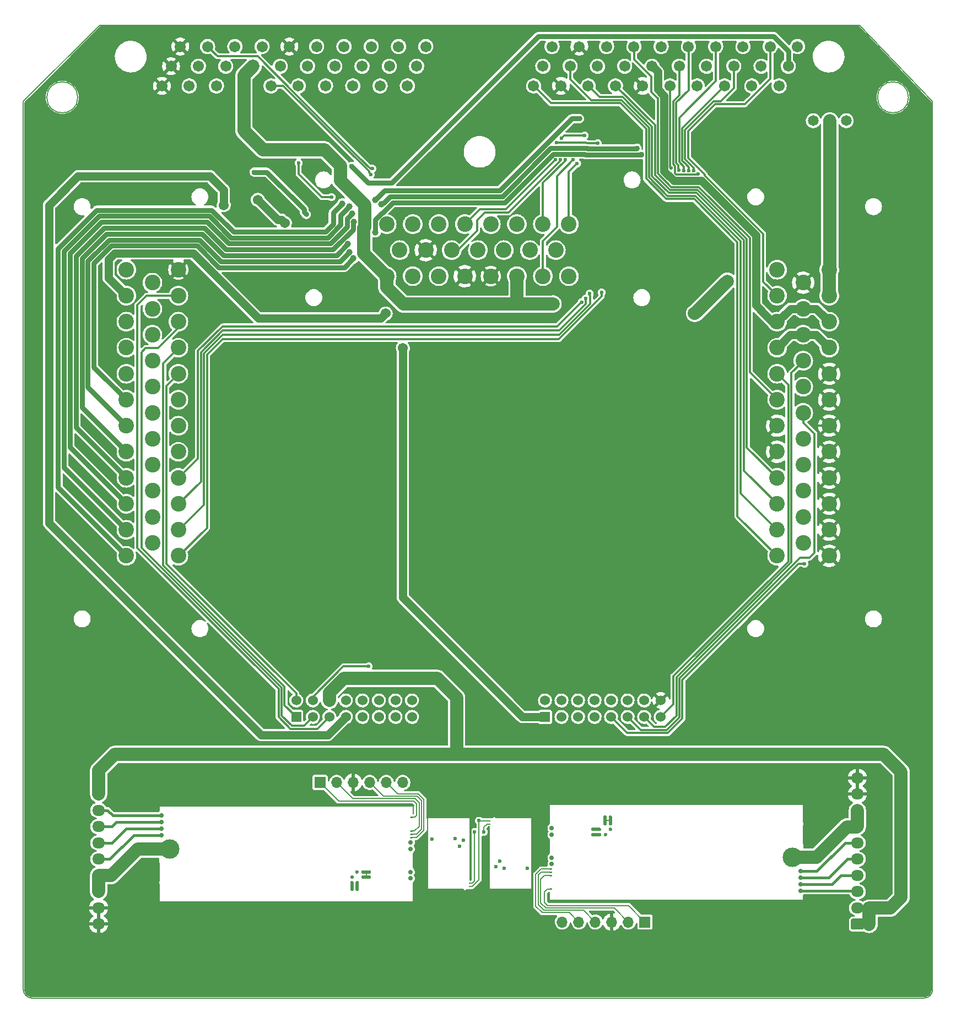
<source format=gtl>
G04 #@! TF.GenerationSoftware,KiCad,Pcbnew,(6.0.1)*
G04 #@! TF.CreationDate,2022-06-06T18:05:18+03:00*
G04 #@! TF.ProjectId,5.0mustangProteusPnP,352e306d-7573-4746-916e-6750726f7465,R0.1*
G04 #@! TF.SameCoordinates,Original*
G04 #@! TF.FileFunction,Copper,L1,Top*
G04 #@! TF.FilePolarity,Positive*
%FSLAX46Y46*%
G04 Gerber Fmt 4.6, Leading zero omitted, Abs format (unit mm)*
G04 Created by KiCad (PCBNEW (6.0.1)) date 2022-06-06 18:05:18*
%MOMM*%
%LPD*%
G01*
G04 APERTURE LIST*
G04 #@! TA.AperFunction,Profile*
%ADD10C,0.200000*%
G04 #@! TD*
G04 #@! TA.AperFunction,ComponentPad*
%ADD11C,1.714500*%
G04 #@! TD*
G04 #@! TA.AperFunction,ComponentPad*
%ADD12R,1.524000X1.524000*%
G04 #@! TD*
G04 #@! TA.AperFunction,ComponentPad*
%ADD13C,1.524000*%
G04 #@! TD*
G04 #@! TA.AperFunction,ComponentPad*
%ADD14C,1.651000*%
G04 #@! TD*
G04 #@! TA.AperFunction,ComponentPad*
%ADD15C,2.400000*%
G04 #@! TD*
G04 #@! TA.AperFunction,ComponentPad*
%ADD16C,0.700000*%
G04 #@! TD*
G04 #@! TA.AperFunction,SMDPad,CuDef*
%ADD17C,3.000000*%
G04 #@! TD*
G04 #@! TA.AperFunction,SMDPad,CuDef*
%ADD18R,0.250000X3.000000*%
G04 #@! TD*
G04 #@! TA.AperFunction,SMDPad,CuDef*
%ADD19R,0.250000X2.250000*%
G04 #@! TD*
G04 #@! TA.AperFunction,SMDPad,CuDef*
%ADD20R,39.250000X0.250000*%
G04 #@! TD*
G04 #@! TA.AperFunction,SMDPad,CuDef*
%ADD21R,0.250000X0.950000*%
G04 #@! TD*
G04 #@! TA.AperFunction,SMDPad,CuDef*
%ADD22R,0.250000X1.450000*%
G04 #@! TD*
G04 #@! TA.AperFunction,SMDPad,CuDef*
%ADD23R,0.250000X3.100000*%
G04 #@! TD*
G04 #@! TA.AperFunction,SMDPad,CuDef*
%ADD24R,0.250000X2.950000*%
G04 #@! TD*
G04 #@! TA.AperFunction,ComponentPad*
%ADD25R,1.700000X1.700000*%
G04 #@! TD*
G04 #@! TA.AperFunction,ComponentPad*
%ADD26O,1.700000X1.700000*%
G04 #@! TD*
G04 #@! TA.AperFunction,SMDPad,CuDef*
%ADD27O,0.200000X11.100001*%
G04 #@! TD*
G04 #@! TA.AperFunction,SMDPad,CuDef*
%ADD28O,6.799999X0.200000*%
G04 #@! TD*
G04 #@! TA.AperFunction,SMDPad,CuDef*
%ADD29O,0.399999X9.800001*%
G04 #@! TD*
G04 #@! TA.AperFunction,SMDPad,CuDef*
%ADD30O,0.250000X0.499999*%
G04 #@! TD*
G04 #@! TA.AperFunction,SMDPad,CuDef*
%ADD31O,5.669999X0.200000*%
G04 #@! TD*
G04 #@! TA.AperFunction,SMDPad,CuDef*
%ADD32O,0.499999X0.250000*%
G04 #@! TD*
G04 #@! TA.AperFunction,ComponentPad*
%ADD33C,0.599999*%
G04 #@! TD*
G04 #@! TA.AperFunction,ComponentPad*
%ADD34O,1.950000X1.700000*%
G04 #@! TD*
G04 #@! TA.AperFunction,ViaPad*
%ADD35C,0.600000*%
G04 #@! TD*
G04 #@! TA.AperFunction,ViaPad*
%ADD36C,0.789940*%
G04 #@! TD*
G04 #@! TA.AperFunction,ViaPad*
%ADD37C,2.000000*%
G04 #@! TD*
G04 #@! TA.AperFunction,ViaPad*
%ADD38C,1.541780*%
G04 #@! TD*
G04 #@! TA.AperFunction,ViaPad*
%ADD39C,1.000000*%
G04 #@! TD*
G04 #@! TA.AperFunction,Conductor*
%ADD40C,0.304800*%
G04 #@! TD*
G04 #@! TA.AperFunction,Conductor*
%ADD41C,1.270000*%
G04 #@! TD*
G04 #@! TA.AperFunction,Conductor*
%ADD42C,2.032000*%
G04 #@! TD*
G04 #@! TA.AperFunction,Conductor*
%ADD43C,0.203200*%
G04 #@! TD*
G04 #@! TA.AperFunction,Conductor*
%ADD44C,0.762000*%
G04 #@! TD*
G04 #@! TA.AperFunction,Conductor*
%ADD45C,0.406400*%
G04 #@! TD*
G04 APERTURE END LIST*
D10*
X20000000Y21270000D02*
X20000000Y157844000D01*
X148521100Y169606000D02*
X31753100Y169606000D01*
X31753100Y169606000D02*
X20000000Y157844000D01*
X159700000Y21270000D02*
X159700000Y157844000D01*
X158430000Y20000000D02*
G75*
G03*
X159700000Y21270000I1J1269999D01*
G01*
X28350250Y158493500D02*
G75*
G03*
X28350250Y158493500I-2381250J0D01*
G01*
X148521100Y169606000D02*
X159700000Y157844000D01*
X20000000Y21270000D02*
G75*
G03*
X21270000Y20000000I1269999J-1D01*
G01*
X158430000Y20000000D02*
X21270000Y20000000D01*
X155992750Y158493500D02*
G75*
G03*
X155992750Y158493500I-2381250J0D01*
G01*
D11*
G04 #@! TO.P,U1,1,A1*
G04 #@! TO.N,/12V*
X138947200Y166308800D03*
G04 #@! TO.P,U1,2,A2*
G04 #@! TO.N,/KNOCK_1*
X134756400Y166308800D03*
G04 #@! TO.P,U1,3,A3*
G04 #@! TO.N,/VR1+*
X130565600Y166308800D03*
G04 #@! TO.P,U1,4,A4*
G04 #@! TO.N,/AV5*
X126374800Y166308800D03*
G04 #@! TO.P,U1,5,A5*
G04 #@! TO.N,/AV3*
X122184000Y166308800D03*
G04 #@! TO.P,U1,6,A6*
G04 #@! TO.N,/VR1-*
X117993200Y166308800D03*
G04 #@! TO.P,U1,7,A7*
G04 #@! TO.N,/AT2*
X113802400Y166308800D03*
G04 #@! TO.P,U1,8,A8*
G04 #@! TO.N,/CAN+*
X109611600Y166308800D03*
G04 #@! TO.P,U1,9,A9*
G04 #@! TO.N,GND*
X105420800Y166308800D03*
G04 #@! TO.P,U1,10,A10*
G04 #@! TO.N,/LS9*
X101230000Y166308800D03*
G04 #@! TO.P,U1,11,A11*
G04 #@! TO.N,/CAN-*
X81826000Y166308800D03*
G04 #@! TO.P,U1,12,A12*
G04 #@! TO.N,/LS13*
X77635200Y166308800D03*
G04 #@! TO.P,U1,13,A13*
G04 #@! TO.N,/LS16*
X73444400Y166308800D03*
G04 #@! TO.P,U1,14,A14*
G04 #@! TO.N,/LS10*
X69253600Y166308800D03*
G04 #@! TO.P,U1,15,A15*
G04 #@! TO.N,/LS4*
X65062800Y166308800D03*
G04 #@! TO.P,U1,16,A16*
G04 #@! TO.N,GND*
X60872000Y166308800D03*
G04 #@! TO.P,U1,17,A17*
G04 #@! TO.N,/LS12*
X56681200Y166308800D03*
G04 #@! TO.P,U1,18,A18*
G04 #@! TO.N,/LS1*
X52490400Y166308800D03*
G04 #@! TO.P,U1,19,A19*
G04 #@! TO.N,/DIGITAL_4*
X48299600Y166308800D03*
G04 #@! TO.P,U1,20,A20*
G04 #@! TO.N,GND*
X44108800Y166308800D03*
G04 #@! TO.P,U1,21,A21*
G04 #@! TO.N,/LS14*
X137531200Y163283800D03*
G04 #@! TO.P,U1,22,A22*
G04 #@! TO.N,/LS7*
X133340400Y163283800D03*
G04 #@! TO.P,U1,23,A23*
G04 #@! TO.N,/AV9*
X129149600Y163283800D03*
G04 #@! TO.P,U1,24,A24*
G04 #@! TO.N,/IGN4*
X124958800Y163283800D03*
G04 #@! TO.P,U1,25,A25*
G04 #@! TO.N,/AT1*
X120768000Y163283800D03*
G04 #@! TO.P,U1,26,A26*
G04 #@! TO.N,/5V_SENSE_2*
X116577200Y163283800D03*
G04 #@! TO.P,U1,27,A27*
G04 #@! TO.N,/DIGITAL_2*
X112386400Y163283800D03*
G04 #@! TO.P,U1,28,A28*
G04 #@! TO.N,/IGN5*
X108195600Y163283800D03*
G04 #@! TO.P,U1,29,A29*
G04 #@! TO.N,/AV4*
X104004800Y163283800D03*
G04 #@! TO.P,U1,30,A30*
G04 #@! TO.N,/DIGITAL_3*
X99814000Y163283800D03*
G04 #@! TO.P,U1,31,A31*
G04 #@! TO.N,/LS11*
X80410000Y163283800D03*
G04 #@! TO.P,U1,32,A32*
G04 #@! TO.N,unconnected-(U1-Pad32)*
X76219200Y163283800D03*
G04 #@! TO.P,U1,33,A33*
G04 #@! TO.N,unconnected-(U1-Pad33)*
X72028400Y163283800D03*
G04 #@! TO.P,U1,34,A34*
G04 #@! TO.N,/IGN3*
X67837600Y163283800D03*
G04 #@! TO.P,U1,35,A35*
G04 #@! TO.N,/IGN7*
X63646800Y163283800D03*
G04 #@! TO.P,U1,36,A36*
G04 #@! TO.N,/HS3*
X59456000Y163283800D03*
G04 #@! TO.P,U1,37,A37*
G04 #@! TO.N,/12V_MR*
X55265200Y163283800D03*
G04 #@! TO.P,U1,38,A38*
G04 #@! TO.N,unconnected-(U1-Pad38)*
X51074400Y163283800D03*
G04 #@! TO.P,U1,39,A39*
G04 #@! TO.N,/IGN8*
X46883600Y163283800D03*
G04 #@! TO.P,U1,40,A40*
G04 #@! TO.N,GND*
X42692800Y163283800D03*
G04 #@! TO.P,U1,41,A41*
G04 #@! TO.N,/IGN1*
X136115200Y160258800D03*
G04 #@! TO.P,U1,42,A42*
G04 #@! TO.N,/LS6*
X131924400Y160258800D03*
G04 #@! TO.P,U1,43,A43*
G04 #@! TO.N,/AV7*
X127733600Y160258800D03*
G04 #@! TO.P,U1,44,A44*
G04 #@! TO.N,/IGN2*
X123542800Y160258800D03*
G04 #@! TO.P,U1,45,A45*
G04 #@! TO.N,/AV1*
X119352000Y160258800D03*
G04 #@! TO.P,U1,46,A46*
G04 #@! TO.N,GND*
X115161200Y160258800D03*
G04 #@! TO.P,U1,47,A47*
G04 #@! TO.N,/AV8*
X110970400Y160258800D03*
G04 #@! TO.P,U1,48,A48*
G04 #@! TO.N,/AV6*
X106779600Y160258800D03*
G04 #@! TO.P,U1,49,A49*
G04 #@! TO.N,GND*
X102588800Y160258800D03*
G04 #@! TO.P,U1,50,A50*
G04 #@! TO.N,/AV2*
X98398000Y160258800D03*
G04 #@! TO.P,U1,51,A51*
G04 #@! TO.N,/IGN6*
X78994000Y160258800D03*
G04 #@! TO.P,U1,52,A52*
G04 #@! TO.N,/LS15*
X74803200Y160258800D03*
G04 #@! TO.P,U1,53,A53*
G04 #@! TO.N,/HS4*
X70612400Y160258800D03*
G04 #@! TO.P,U1,54,A54*
G04 #@! TO.N,/LS8*
X66421600Y160258800D03*
G04 #@! TO.P,U1,55,A55*
G04 #@! TO.N,/LS2*
X62230800Y160258800D03*
G04 #@! TO.P,U1,56,A56*
G04 #@! TO.N,/DIGITAL_1*
X58040000Y160258800D03*
G04 #@! TO.P,U1,57,A57*
G04 #@! TO.N,/12V_MR*
X53849200Y160258800D03*
G04 #@! TO.P,U1,58,A58*
G04 #@! TO.N,/LS3*
X49658400Y160258800D03*
G04 #@! TO.P,U1,59,A59*
G04 #@! TO.N,/LS5*
X45467600Y160258800D03*
G04 #@! TO.P,U1,60,A60*
G04 #@! TO.N,GND*
X41276800Y160258800D03*
G04 #@! TD*
D12*
G04 #@! TO.P,J2,1,1*
G04 #@! TO.N,/HS1*
X100145000Y63220640D03*
D13*
G04 #@! TO.P,J2,2,2*
G04 #@! TO.N,/VR2-*
X100145000Y65760640D03*
G04 #@! TO.P,J2,3,3*
G04 #@! TO.N,unconnected-(J2-Pad3)*
X102685000Y63220640D03*
G04 #@! TO.P,J2,4,4*
G04 #@! TO.N,/VR2+*
X102685000Y65760640D03*
G04 #@! TO.P,J2,5,5*
G04 #@! TO.N,unconnected-(J2-Pad5)*
X105225000Y63220640D03*
G04 #@! TO.P,J2,6,6*
G04 #@! TO.N,/DIGITAL_6*
X105225000Y65760640D03*
G04 #@! TO.P,J2,7,7*
G04 #@! TO.N,unconnected-(J2-Pad7)*
X107765000Y63220640D03*
G04 #@! TO.P,J2,8,8*
G04 #@! TO.N,/DIGITAL_5*
X107765000Y65760640D03*
G04 #@! TO.P,J2,9,9*
G04 #@! TO.N,/KNOCK_2*
X110305000Y63220640D03*
G04 #@! TO.P,J2,10,10*
G04 #@! TO.N,/CAN+*
X110305000Y65760640D03*
G04 #@! TO.P,J2,11,11*
G04 #@! TO.N,/AV11*
X112845000Y63220640D03*
G04 #@! TO.P,J2,12,12*
G04 #@! TO.N,/CAN-*
X112845000Y65760640D03*
G04 #@! TO.P,J2,13,13*
G04 #@! TO.N,/AT3*
X115385000Y63220640D03*
G04 #@! TO.P,J2,14,14*
G04 #@! TO.N,/5V_SENSE_1*
X115385000Y65760640D03*
G04 #@! TO.P,J2,15,15*
G04 #@! TO.N,/AT4*
X117925000Y63220640D03*
G04 #@! TO.P,J2,16,16*
G04 #@! TO.N,GND*
X117925000Y65760640D03*
G04 #@! TD*
D12*
G04 #@! TO.P,J4,1,1*
G04 #@! TO.N,/IGN10*
X61938410Y63220640D03*
D13*
G04 #@! TO.P,J4,2,2*
G04 #@! TO.N,/IGN9*
X61938410Y65760640D03*
G04 #@! TO.P,J4,3,3*
G04 #@! TO.N,/IGN11*
X64478410Y63220640D03*
G04 #@! TO.P,J4,4,4*
G04 #@! TO.N,/ETB2-*
X64478410Y65760640D03*
G04 #@! TO.P,J4,5,5*
G04 #@! TO.N,/IGN12*
X67018410Y63220640D03*
G04 #@! TO.P,J4,6,6*
G04 #@! TO.N,/12V_MR*
X67018410Y65760640D03*
G04 #@! TO.P,J4,7,7*
G04 #@! TO.N,/HS2*
X69558410Y63220640D03*
G04 #@! TO.P,J4,8,8*
G04 #@! TO.N,/ETB2+*
X69558410Y65760640D03*
G04 #@! TO.P,J4,9,9*
G04 #@! TO.N,unconnected-(J4-Pad9)*
X72098410Y63220640D03*
G04 #@! TO.P,J4,10,10*
G04 #@! TO.N,/CAN2+*
X72098410Y65760640D03*
G04 #@! TO.P,J4,11,11*
G04 #@! TO.N,unconnected-(J4-Pad11)*
X74638410Y63220640D03*
G04 #@! TO.P,J4,12,12*
G04 #@! TO.N,/ETB1+*
X74638410Y65760640D03*
G04 #@! TO.P,J4,13,13*
G04 #@! TO.N,unconnected-(J4-Pad13)*
X77178410Y63220640D03*
G04 #@! TO.P,J4,14,14*
G04 #@! TO.N,/CAN2-*
X77178410Y65760640D03*
G04 #@! TO.P,J4,15,15*
G04 #@! TO.N,unconnected-(J4-Pad15)*
X79718410Y63220640D03*
G04 #@! TO.P,J4,16,16*
G04 #@! TO.N,/ETB1-*
X79718410Y65760640D03*
G04 #@! TD*
D14*
G04 #@! TO.P,J1,1,1*
G04 #@! TO.N,/12V*
X146441200Y154901940D03*
G04 #@! TO.P,J1,2,2*
G04 #@! TO.N,/MR_INPUT*
X143901200Y154901940D03*
G04 #@! TO.P,J1,3,3*
G04 #@! TO.N,/12V_MR*
X141361200Y154901940D03*
G04 #@! TD*
D15*
G04 #@! TO.P,BRD1,A1(12),HS2*
G04 #@! TO.N,/HS2*
X35819000Y131999000D03*
G04 #@! TO.P,BRD1,A2(11),HS1*
G04 #@! TO.N,/HS1*
X35819000Y127999000D03*
G04 #@! TO.P,BRD1,A3(10),LS1(INJ1)*
G04 #@! TO.N,/LS1*
X35819000Y123999000D03*
G04 #@! TO.P,BRD1,A4(9),LS3(INJ3)*
G04 #@! TO.N,/LS3*
X35819000Y119999000D03*
G04 #@! TO.P,BRD1,A5(8),LS5(INJ5)*
G04 #@! TO.N,/LS5*
X35819000Y115999000D03*
G04 #@! TO.P,BRD1,A6(7),LS6(INJ6)*
G04 #@! TO.N,/LS6*
X35819000Y111999000D03*
G04 #@! TO.P,BRD1,A7(6),LS7(INJ7)*
G04 #@! TO.N,/LS7*
X35819000Y107999000D03*
G04 #@! TO.P,BRD1,A8(5),LS9(INJ9)*
G04 #@! TO.N,/LS9*
X35819000Y103999000D03*
G04 #@! TO.P,BRD1,A9(4),LS11(INJ11)*
G04 #@! TO.N,/LS11*
X35819000Y99999000D03*
G04 #@! TO.P,BRD1,A10(3),LS13(MAIN)*
G04 #@! TO.N,/LS13*
X35819000Y95999000D03*
G04 #@! TO.P,BRD1,A11(2),LS14*
G04 #@! TO.N,/LS14*
X35819000Y91999000D03*
G04 #@! TO.P,BRD1,A12(1),LS15(FAN)*
G04 #@! TO.N,/LS15*
X35819000Y87999000D03*
G04 #@! TO.P,BRD1,A13(23),HS3*
G04 #@! TO.N,/HS3*
X39819000Y129999000D03*
G04 #@! TO.P,BRD1,A14(22),HS4*
G04 #@! TO.N,/HS4*
X39819000Y125999000D03*
G04 #@! TO.P,BRD1,A15(21),LS2(INJ2)*
G04 #@! TO.N,/LS2*
X39819000Y121999000D03*
G04 #@! TO.P,BRD1,A16(20),LS4(INJ4)*
G04 #@! TO.N,/LS4*
X39819000Y117999000D03*
G04 #@! TO.P,BRD1,A17(19),GND*
G04 #@! TO.N,GND*
X39819000Y113999000D03*
G04 #@! TO.P,BRD1,A18(18),GND*
X39819000Y109999000D03*
G04 #@! TO.P,BRD1,A19(17),LS8(INJ8)*
G04 #@! TO.N,/LS8*
X39819000Y105999000D03*
G04 #@! TO.P,BRD1,A20(16),LS10(INJ10)*
G04 #@! TO.N,/LS10*
X39819000Y101999000D03*
G04 #@! TO.P,BRD1,A21(15),LS12(INJ12)*
G04 #@! TO.N,/LS12*
X39819000Y97999000D03*
G04 #@! TO.P,BRD1,A22(14),IGN3*
G04 #@! TO.N,/IGN3*
X39819000Y93999000D03*
G04 #@! TO.P,BRD1,A23(13),LS16(FUEL)*
G04 #@! TO.N,/LS16*
X39819000Y89999000D03*
G04 #@! TO.P,BRD1,A24(35),GND*
G04 #@! TO.N,GND*
X43819000Y131999000D03*
G04 #@! TO.P,BRD1,A25(34),IGN12*
G04 #@! TO.N,/IGN12*
X43819000Y127999000D03*
G04 #@! TO.P,BRD1,A26(33),IGN11*
G04 #@! TO.N,/IGN11*
X43819000Y123999000D03*
G04 #@! TO.P,BRD1,A27(32),IGN10*
G04 #@! TO.N,/IGN10*
X43819000Y119999000D03*
G04 #@! TO.P,BRD1,A28(31),IGN9*
G04 #@! TO.N,/IGN9*
X43819000Y115999000D03*
G04 #@! TO.P,BRD1,A29(30),IGN8*
G04 #@! TO.N,/IGN8*
X43819000Y111999000D03*
G04 #@! TO.P,BRD1,A30(29),IGN7*
G04 #@! TO.N,/IGN7*
X43819000Y107999000D03*
G04 #@! TO.P,BRD1,A31(28),IGN6*
G04 #@! TO.N,/IGN6*
X43819000Y103999000D03*
G04 #@! TO.P,BRD1,A32(27),IGN5*
G04 #@! TO.N,/IGN5*
X43819000Y99999000D03*
G04 #@! TO.P,BRD1,A33(26),IGN4*
G04 #@! TO.N,/IGN4*
X43819000Y95999000D03*
G04 #@! TO.P,BRD1,A34(25),IGN2*
G04 #@! TO.N,/IGN2*
X43819000Y91999000D03*
G04 #@! TO.P,BRD1,A35(24),IGN1*
G04 #@! TO.N,/IGN1*
X43819000Y87999000D03*
G04 #@! TO.P,BRD1,B1(8),D2*
G04 #@! TO.N,/DIGITAL_2*
X103819000Y138999000D03*
G04 #@! TO.P,BRD1,B2(7),D3*
G04 #@! TO.N,/DIGITAL_3*
X99819000Y138999000D03*
G04 #@! TO.P,BRD1,B3(6),D4*
G04 #@! TO.N,/DIGITAL_4*
X95819000Y138999000D03*
G04 #@! TO.P,BRD1,B4(5),VR2+*
G04 #@! TO.N,/VR2+*
X91819000Y138999000D03*
G04 #@! TO.P,BRD1,B5(4),VR1+*
G04 #@! TO.N,/VR1+*
X87819000Y138999000D03*
G04 #@! TO.P,BRD1,B6(3),ETB1-*
G04 #@! TO.N,/ETB1-*
X83819000Y138999000D03*
G04 #@! TO.P,BRD1,B7(2),ETB1+*
G04 #@! TO.N,/ETB1+*
X79819000Y138999000D03*
G04 #@! TO.P,BRD1,B8(1),ETB2-*
G04 #@! TO.N,/ETB2-*
X75819000Y138999000D03*
G04 #@! TO.P,BRD1,B9(15),D5*
G04 #@! TO.N,/DIGITAL_5*
X101819000Y134999000D03*
G04 #@! TO.P,BRD1,B10(14),D1*
G04 #@! TO.N,/DIGITAL_1*
X97819000Y134999000D03*
G04 #@! TO.P,BRD1,B11(13),D6*
G04 #@! TO.N,/DIGITAL_6*
X93819000Y134999000D03*
G04 #@! TO.P,BRD1,B12(12),VR2-*
G04 #@! TO.N,/VR2-*
X89819000Y134999000D03*
G04 #@! TO.P,BRD1,B13(11),VR1-*
G04 #@! TO.N,/VR1-*
X85819000Y134999000D03*
G04 #@! TO.P,BRD1,B14(10),GND*
G04 #@! TO.N,GND*
X81819000Y134999000D03*
G04 #@! TO.P,BRD1,B15(9),ETB2+*
G04 #@! TO.N,/ETB2+*
X77819000Y134999000D03*
G04 #@! TO.P,BRD1,B16(23),CAN-*
G04 #@! TO.N,/CAN-*
X103819000Y130999000D03*
G04 #@! TO.P,BRD1,B17(22),CAN+*
G04 #@! TO.N,/CAN+*
X99819000Y130999000D03*
G04 #@! TO.P,BRD1,B18(21),12V_IGN*
G04 #@! TO.N,/12V_MR*
X95819000Y130999000D03*
G04 #@! TO.P,BRD1,B19(20),GND*
G04 #@! TO.N,GND*
X91819000Y130999000D03*
G04 #@! TO.P,BRD1,B20(19),GND*
X87819000Y130999000D03*
G04 #@! TO.P,BRD1,B21(18),CAN2-*
G04 #@! TO.N,/CAN2-*
X83819000Y130999000D03*
G04 #@! TO.P,BRD1,B22(17),CAN2+*
G04 #@! TO.N,/CAN2+*
X79819000Y130999000D03*
G04 #@! TO.P,BRD1,B23(16),12V_MR*
G04 #@! TO.N,/12V_MR*
X75819000Y130999000D03*
G04 #@! TO.P,BRD1,C1(12),GND_SENS*
G04 #@! TO.N,GND*
X143819000Y87999000D03*
G04 #@! TO.P,BRD1,C2(11),GND_SENS*
X143819000Y91999000D03*
G04 #@! TO.P,BRD1,C3(10),GND_SENS*
X143819000Y95999000D03*
G04 #@! TO.P,BRD1,C4(9),GND_SENS*
X143819000Y99999000D03*
G04 #@! TO.P,BRD1,C5(8),GND_SENS*
X143819000Y103999000D03*
G04 #@! TO.P,BRD1,C6(7),GND_SENS*
X143819000Y107999000D03*
G04 #@! TO.P,BRD1,C7(6),GND_SENS*
X143819000Y111999000D03*
G04 #@! TO.P,BRD1,C8(5),GND_SENS*
X143819000Y115999000D03*
G04 #@! TO.P,BRD1,C9(4),5V_1*
G04 #@! TO.N,/5V_SENSE_1*
X143819000Y119999000D03*
G04 #@! TO.P,BRD1,C10(3),5V_2*
G04 #@! TO.N,/5V_SENSE_2*
X143819000Y123999000D03*
G04 #@! TO.P,BRD1,C11(2),12V_PROT*
G04 #@! TO.N,/MR_INPUT*
X143819000Y127999000D03*
G04 #@! TO.P,BRD1,C12(1),12V_PROT*
X143819000Y131999000D03*
G04 #@! TO.P,BRD1,C13(23),AV1(MAP)*
G04 #@! TO.N,/AV1*
X139819000Y89999000D03*
G04 #@! TO.P,BRD1,C14(22),AV3*
G04 #@! TO.N,/AV3*
X139819000Y93999000D03*
G04 #@! TO.P,BRD1,C15(21),AV5*
G04 #@! TO.N,/AV5*
X139819000Y97999000D03*
G04 #@! TO.P,BRD1,C16(20),AV7*
G04 #@! TO.N,/AV7*
X139819000Y101999000D03*
G04 #@! TO.P,BRD1,C17(19),AV9*
G04 #@! TO.N,/AV9*
X139819000Y105999000D03*
G04 #@! TO.P,BRD1,C18(18),AV11*
G04 #@! TO.N,/AV11*
X139819000Y109999000D03*
G04 #@! TO.P,BRD1,C19(17),AT1*
G04 #@! TO.N,/AT1*
X139819000Y113999000D03*
G04 #@! TO.P,BRD1,C20(16),AT3(CLT)*
G04 #@! TO.N,/AT3*
X139819000Y117999000D03*
G04 #@! TO.P,BRD1,C21(15),5V_1*
G04 #@! TO.N,/5V_SENSE_1*
X139819000Y121999000D03*
G04 #@! TO.P,BRD1,C22(14),5V_2*
G04 #@! TO.N,/5V_SENSE_2*
X139819000Y125999000D03*
G04 #@! TO.P,BRD1,C23(13),GND_SENS*
G04 #@! TO.N,GND*
X139819000Y129999000D03*
G04 #@! TO.P,BRD1,C24(35),AV2(TPS)*
G04 #@! TO.N,/AV2*
X135819000Y87999000D03*
G04 #@! TO.P,BRD1,C25(34),AV4*
G04 #@! TO.N,/AV4*
X135819000Y91999000D03*
G04 #@! TO.P,BRD1,C26(33),AV6*
G04 #@! TO.N,/AV6*
X135819000Y95999000D03*
G04 #@! TO.P,BRD1,C27(32),AV8*
G04 #@! TO.N,/AV8*
X135819000Y99999000D03*
G04 #@! TO.P,BRD1,C28(31),AV10*
G04 #@! TO.N,GND*
X135819000Y103999000D03*
G04 #@! TO.P,BRD1,C29(30),GND_SENS*
X135819000Y107999000D03*
G04 #@! TO.P,BRD1,C30(29),AT2(IAT)*
G04 #@! TO.N,/AT2*
X135819000Y111999000D03*
G04 #@! TO.P,BRD1,C31(28),AT4*
G04 #@! TO.N,/AT4*
X135819000Y115999000D03*
G04 #@! TO.P,BRD1,C32(27),5V_1*
G04 #@! TO.N,/5V_SENSE_1*
X135819000Y119999000D03*
G04 #@! TO.P,BRD1,C33(26),5V_2*
G04 #@! TO.N,/5V_SENSE_2*
X135819000Y123999000D03*
G04 #@! TO.P,BRD1,C34(25),KNOCK1*
G04 #@! TO.N,/KNOCK_1*
X135819000Y127999000D03*
G04 #@! TO.P,BRD1,C35(24),KNOCK2*
G04 #@! TO.N,/KNOCK_2*
X135819000Y131999000D03*
G04 #@! TD*
D16*
G04 #@! TO.P,M3,E1,LSU_Un*
G04 #@! TO.N,Net-(J10-Pad3)*
X139432000Y36483000D03*
G04 #@! TO.P,M3,E2,LSU_Vm*
G04 #@! TO.N,Net-(J10-Pad4)*
X139432000Y37483000D03*
G04 #@! TO.P,M3,E3,LSU_Ip*
G04 #@! TO.N,Net-(J10-Pad5)*
X139432000Y38483000D03*
G04 #@! TO.P,M3,E4,LSU_Rtrim*
G04 #@! TO.N,Net-(J10-Pad6)*
X139432000Y39483000D03*
D17*
G04 #@! TO.P,M3,E5,LSU_H+*
G04 #@! TO.N,Net-(J10-Pad7)*
X138182000Y41633000D03*
D18*
G04 #@! TO.P,M3,E6,LSU_H-*
G04 #@! TO.N,GND*
X139807000Y45133000D03*
D19*
G04 #@! TO.P,M3,G,GND*
X100807000Y43358000D03*
D20*
X120307000Y35008000D03*
D21*
X139807000Y35358000D03*
D22*
X100807000Y35608000D03*
D23*
X100807000Y48333000D03*
D24*
X139807000Y48408000D03*
D20*
X120307000Y49758000D03*
G04 #@! TO.P,M3,J1,SEL1*
G04 #@! TO.N,Net-(M3-PadJ1)*
G04 #@! TA.AperFunction,SMDPad,CuDef*
G36*
G01*
X110432000Y47933000D02*
X110432000Y46683000D01*
G75*
G02*
X110307000Y46558000I-125000J0D01*
G01*
X110057000Y46558000D01*
G75*
G02*
X109932000Y46683000I0J125000D01*
G01*
X109932000Y47933000D01*
G75*
G02*
X110057000Y48058000I125000J0D01*
G01*
X110307000Y48058000D01*
G75*
G02*
X110432000Y47933000I0J-125000D01*
G01*
G37*
G04 #@! TD.AperFunction*
G04 #@! TO.P,M3,J2,SEL2*
G04 #@! TO.N,unconnected-(M3-PadJ2)*
G04 #@! TA.AperFunction,SMDPad,CuDef*
G36*
G01*
X108757000Y45258000D02*
X108757000Y45008000D01*
G75*
G02*
X108632000Y44883000I-125000J0D01*
G01*
X107382000Y44883000D01*
G75*
G02*
X107257000Y45008000I0J125000D01*
G01*
X107257000Y45258000D01*
G75*
G02*
X107382000Y45383000I125000J0D01*
G01*
X108632000Y45383000D01*
G75*
G02*
X108757000Y45258000I0J-125000D01*
G01*
G37*
G04 #@! TD.AperFunction*
G04 #@! TO.P,M3,J_GND1,PULL_DOWN1*
G04 #@! TO.N,Net-(M3-PadJ1)*
G04 #@! TA.AperFunction,SMDPad,CuDef*
G36*
G01*
X109632000Y47933000D02*
X109632000Y46683000D01*
G75*
G02*
X109507000Y46558000I-125000J0D01*
G01*
X109257000Y46558000D01*
G75*
G02*
X109132000Y46683000I0J125000D01*
G01*
X109132000Y47933000D01*
G75*
G02*
X109257000Y48058000I125000J0D01*
G01*
X109507000Y48058000D01*
G75*
G02*
X109632000Y47933000I0J-125000D01*
G01*
G37*
G04 #@! TD.AperFunction*
G04 #@! TO.P,M3,J_GND2,PULL_DOWN2*
G04 #@! TO.N,unconnected-(M3-PadJ_GND2)*
G04 #@! TA.AperFunction,SMDPad,CuDef*
G36*
G01*
X109307000Y45383000D02*
X109557000Y45383000D01*
G75*
G02*
X109682000Y45258000I0J-125000D01*
G01*
X109682000Y45008000D01*
G75*
G02*
X109557000Y44883000I-125000J0D01*
G01*
X109307000Y44883000D01*
G75*
G02*
X109182000Y45008000I0J125000D01*
G01*
X109182000Y45258000D01*
G75*
G02*
X109307000Y45383000I125000J0D01*
G01*
G37*
G04 #@! TD.AperFunction*
G04 #@! TO.P,M3,J_VCC1,PULL_UP1*
G04 #@! TO.N,unconnected-(M3-PadJ_VCC1)*
G04 #@! TA.AperFunction,SMDPad,CuDef*
G36*
G01*
X110432000Y46058000D02*
X110432000Y45808000D01*
G75*
G02*
X110307000Y45683000I-125000J0D01*
G01*
X110057000Y45683000D01*
G75*
G02*
X109932000Y45808000I0J125000D01*
G01*
X109932000Y46058000D01*
G75*
G02*
X110057000Y46183000I125000J0D01*
G01*
X110307000Y46183000D01*
G75*
G02*
X110432000Y46058000I0J-125000D01*
G01*
G37*
G04 #@! TD.AperFunction*
G04 #@! TO.P,M3,J_VCC2,PULL_UP2*
G04 #@! TO.N,unconnected-(M3-PadJ_VCC2)*
G04 #@! TA.AperFunction,SMDPad,CuDef*
G36*
G01*
X108757000Y46058000D02*
X108757000Y45808000D01*
G75*
G02*
X108632000Y45683000I-125000J0D01*
G01*
X107382000Y45683000D01*
G75*
G02*
X107257000Y45808000I0J125000D01*
G01*
X107257000Y46058000D01*
G75*
G02*
X107382000Y46183000I125000J0D01*
G01*
X108632000Y46183000D01*
G75*
G02*
X108757000Y46058000I0J-125000D01*
G01*
G37*
G04 #@! TD.AperFunction*
D16*
G04 #@! TO.P,M3,W1,V5_IN*
G04 #@! TO.N,+5VA*
X101182000Y46133000D03*
G04 #@! TO.P,M3,W2,CAN_VIO*
G04 #@! TO.N,Net-(M2-PadV2)*
X101182000Y45133000D03*
G04 #@! TO.P,M3,W3,CAN_RX*
G04 #@! TO.N,Net-(M2-PadV6)*
X101182000Y41583000D03*
G04 #@! TO.P,M3,W4,CAN_TX*
G04 #@! TO.N,Net-(M2-PadV5)*
X101182000Y40583000D03*
G04 #@! TO.P,M3,W5,nReset*
G04 #@! TO.N,Net-(J3-Pad5)*
G04 #@! TA.AperFunction,SMDPad,CuDef*
G36*
G01*
X100782000Y39833000D02*
X100782000Y39833000D01*
G75*
G02*
X100907000Y39958000I125000J0D01*
G01*
X101157000Y39958000D01*
G75*
G02*
X101282000Y39833000I0J-125000D01*
G01*
X101282000Y39833000D01*
G75*
G02*
X101157000Y39708000I-125000J0D01*
G01*
X100907000Y39708000D01*
G75*
G02*
X100782000Y39833000I0J125000D01*
G01*
G37*
G04 #@! TD.AperFunction*
G04 #@! TO.P,M3,W6,SWDIO*
G04 #@! TO.N,Net-(J3-Pad4)*
G04 #@! TA.AperFunction,SMDPad,CuDef*
G36*
G01*
X100782000Y39333000D02*
X100782000Y39333000D01*
G75*
G02*
X100907000Y39458000I125000J0D01*
G01*
X101157000Y39458000D01*
G75*
G02*
X101282000Y39333000I0J-125000D01*
G01*
X101282000Y39333000D01*
G75*
G02*
X101157000Y39208000I-125000J0D01*
G01*
X100907000Y39208000D01*
G75*
G02*
X100782000Y39333000I0J125000D01*
G01*
G37*
G04 #@! TD.AperFunction*
G04 #@! TO.P,M3,W7,SWCLK*
G04 #@! TO.N,Net-(J3-Pad2)*
G04 #@! TA.AperFunction,SMDPad,CuDef*
G36*
G01*
X100782000Y38833000D02*
X100782000Y38833000D01*
G75*
G02*
X100907000Y38958000I125000J0D01*
G01*
X101157000Y38958000D01*
G75*
G02*
X101282000Y38833000I0J-125000D01*
G01*
X101282000Y38833000D01*
G75*
G02*
X101157000Y38708000I-125000J0D01*
G01*
X100907000Y38708000D01*
G75*
G02*
X100782000Y38833000I0J125000D01*
G01*
G37*
G04 #@! TD.AperFunction*
G04 #@! TO.P,M3,W8,V33_OUT*
G04 #@! TO.N,Net-(J3-Pad1)*
G04 #@! TA.AperFunction,SMDPad,CuDef*
G36*
G01*
X100782000Y36733000D02*
X100782000Y36733000D01*
G75*
G02*
X100907000Y36858000I125000J0D01*
G01*
X101157000Y36858000D01*
G75*
G02*
X101282000Y36733000I0J-125000D01*
G01*
X101282000Y36733000D01*
G75*
G02*
X101157000Y36608000I-125000J0D01*
G01*
X100907000Y36608000D01*
G75*
G02*
X100782000Y36733000I0J125000D01*
G01*
G37*
G04 #@! TD.AperFunction*
G04 #@! TD*
D25*
G04 #@! TO.P,J13,1,Pin_1*
G04 #@! TO.N,Net-(J13-Pad1)*
X65593000Y53147000D03*
D26*
G04 #@! TO.P,J13,2,Pin_2*
G04 #@! TO.N,Net-(J13-Pad2)*
X68133000Y53147000D03*
G04 #@! TO.P,J13,3,Pin_3*
G04 #@! TO.N,GND*
X70673000Y53147000D03*
G04 #@! TO.P,J13,4,Pin_4*
G04 #@! TO.N,Net-(J13-Pad4)*
X73213000Y53147000D03*
G04 #@! TO.P,J13,5,Pin_5*
G04 #@! TO.N,Net-(J13-Pad5)*
X75753000Y53147000D03*
G04 #@! TO.P,J13,6,Pin_6*
G04 #@! TO.N,unconnected-(J13-Pad6)*
X78293000Y53147000D03*
G04 #@! TD*
D27*
G04 #@! TO.P,M2,E1,GND*
G04 #@! TO.N,GND*
X98132663Y42235500D03*
D28*
X94795164Y36735501D03*
D29*
X91532666Y41535499D03*
D30*
X91532666Y36910505D03*
D31*
X95395163Y47710501D03*
D32*
G04 #@! TO.P,M2,S1,CANL*
G04 #@! TO.N,/CAN-*
X91582664Y47260499D03*
G04 #@! TO.P,M2,S2,CANH*
G04 #@! TO.N,/CAN+*
X91582664Y46760498D03*
D33*
G04 #@! TO.P,M2,V1,V5*
G04 #@! TO.N,+5VA*
X92632662Y40210501D03*
G04 #@! TO.P,M2,V2,CAN_VIO*
G04 #@! TO.N,Net-(M2-PadV2)*
X93157662Y41085503D03*
G04 #@! TO.P,M2,V5,CAN_TX*
G04 #@! TO.N,Net-(M2-PadV5)*
X93907660Y39910499D03*
G04 #@! TO.P,M2,V6,CAN_RX*
G04 #@! TO.N,Net-(M2-PadV6)*
X97457661Y39985502D03*
G04 #@! TD*
D16*
G04 #@! TO.P,M1,E1,LSU_Un*
G04 #@! TO.N,Net-(J7-Pad3)*
X41242000Y48033000D03*
G04 #@! TO.P,M1,E2,LSU_Vm*
G04 #@! TO.N,Net-(J7-Pad4)*
X41242000Y47033000D03*
G04 #@! TO.P,M1,E3,LSU_Ip*
G04 #@! TO.N,Net-(J7-Pad5)*
X41242000Y46033000D03*
G04 #@! TO.P,M1,E4,LSU_Rtrim*
G04 #@! TO.N,Net-(J7-Pad6)*
X41242000Y45033000D03*
D17*
G04 #@! TO.P,M1,E5,LSU_H+*
G04 #@! TO.N,Net-(J7-Pad7)*
X42492000Y42883000D03*
D18*
G04 #@! TO.P,M1,E6,LSU_H-*
G04 #@! TO.N,GND*
X40867000Y39383000D03*
D20*
G04 #@! TO.P,M1,G,GND*
X60367000Y49508000D03*
D21*
X40867000Y49158000D03*
D20*
X60367000Y34758000D03*
D22*
X79867000Y48908000D03*
D23*
X79867000Y36183000D03*
D24*
X40867000Y36108000D03*
D19*
X79867000Y41158000D03*
G04 #@! TO.P,M1,J1,SEL1*
G04 #@! TO.N,unconnected-(M1-PadJ1)*
G04 #@! TA.AperFunction,SMDPad,CuDef*
G36*
G01*
X70242000Y36583000D02*
X70242000Y37833000D01*
G75*
G02*
X70367000Y37958000I125000J0D01*
G01*
X70617000Y37958000D01*
G75*
G02*
X70742000Y37833000I0J-125000D01*
G01*
X70742000Y36583000D01*
G75*
G02*
X70617000Y36458000I-125000J0D01*
G01*
X70367000Y36458000D01*
G75*
G02*
X70242000Y36583000I0J125000D01*
G01*
G37*
G04 #@! TD.AperFunction*
G04 #@! TO.P,M1,J2,SEL2*
G04 #@! TO.N,Net-(M1-PadJ2)*
G04 #@! TA.AperFunction,SMDPad,CuDef*
G36*
G01*
X71917000Y39258000D02*
X71917000Y39508000D01*
G75*
G02*
X72042000Y39633000I125000J0D01*
G01*
X73292000Y39633000D01*
G75*
G02*
X73417000Y39508000I0J-125000D01*
G01*
X73417000Y39258000D01*
G75*
G02*
X73292000Y39133000I-125000J0D01*
G01*
X72042000Y39133000D01*
G75*
G02*
X71917000Y39258000I0J125000D01*
G01*
G37*
G04 #@! TD.AperFunction*
G04 #@! TO.P,M1,J_GND1,PULL_DOWN1*
G04 #@! TO.N,unconnected-(M1-PadJ_GND1)*
G04 #@! TA.AperFunction,SMDPad,CuDef*
G36*
G01*
X71042000Y36583000D02*
X71042000Y37833000D01*
G75*
G02*
X71167000Y37958000I125000J0D01*
G01*
X71417000Y37958000D01*
G75*
G02*
X71542000Y37833000I0J-125000D01*
G01*
X71542000Y36583000D01*
G75*
G02*
X71417000Y36458000I-125000J0D01*
G01*
X71167000Y36458000D01*
G75*
G02*
X71042000Y36583000I0J125000D01*
G01*
G37*
G04 #@! TD.AperFunction*
G04 #@! TO.P,M1,J_GND2,PULL_DOWN2*
G04 #@! TO.N,unconnected-(M1-PadJ_GND2)*
G04 #@! TA.AperFunction,SMDPad,CuDef*
G36*
G01*
X71367000Y39133000D02*
X71117000Y39133000D01*
G75*
G02*
X70992000Y39258000I0J125000D01*
G01*
X70992000Y39508000D01*
G75*
G02*
X71117000Y39633000I125000J0D01*
G01*
X71367000Y39633000D01*
G75*
G02*
X71492000Y39508000I0J-125000D01*
G01*
X71492000Y39258000D01*
G75*
G02*
X71367000Y39133000I-125000J0D01*
G01*
G37*
G04 #@! TD.AperFunction*
G04 #@! TO.P,M1,J_VCC1,PULL_UP1*
G04 #@! TO.N,unconnected-(M1-PadJ_VCC1)*
G04 #@! TA.AperFunction,SMDPad,CuDef*
G36*
G01*
X70242000Y38458000D02*
X70242000Y38708000D01*
G75*
G02*
X70367000Y38833000I125000J0D01*
G01*
X70617000Y38833000D01*
G75*
G02*
X70742000Y38708000I0J-125000D01*
G01*
X70742000Y38458000D01*
G75*
G02*
X70617000Y38333000I-125000J0D01*
G01*
X70367000Y38333000D01*
G75*
G02*
X70242000Y38458000I0J125000D01*
G01*
G37*
G04 #@! TD.AperFunction*
G04 #@! TO.P,M1,J_VCC2,PULL_UP2*
G04 #@! TO.N,Net-(M1-PadJ2)*
G04 #@! TA.AperFunction,SMDPad,CuDef*
G36*
G01*
X71917000Y38458000D02*
X71917000Y38708000D01*
G75*
G02*
X72042000Y38833000I125000J0D01*
G01*
X73292000Y38833000D01*
G75*
G02*
X73417000Y38708000I0J-125000D01*
G01*
X73417000Y38458000D01*
G75*
G02*
X73292000Y38333000I-125000J0D01*
G01*
X72042000Y38333000D01*
G75*
G02*
X71917000Y38458000I0J125000D01*
G01*
G37*
G04 #@! TD.AperFunction*
D16*
G04 #@! TO.P,M1,W1,V5_IN*
G04 #@! TO.N,+5VA*
X79492000Y38383000D03*
G04 #@! TO.P,M1,W2,CAN_VIO*
G04 #@! TO.N,Net-(M1-PadW2)*
X79492000Y39383000D03*
G04 #@! TO.P,M1,W3,CAN_RX*
G04 #@! TO.N,Net-(M1-PadW3)*
X79492000Y42933000D03*
G04 #@! TO.P,M1,W4,CAN_TX*
G04 #@! TO.N,Net-(M1-PadW4)*
X79492000Y43933000D03*
G04 #@! TO.P,M1,W5,nReset*
G04 #@! TO.N,Net-(J13-Pad5)*
G04 #@! TA.AperFunction,SMDPad,CuDef*
G36*
G01*
X79892000Y44683000D02*
X79892000Y44683000D01*
G75*
G02*
X79767000Y44558000I-125000J0D01*
G01*
X79517000Y44558000D01*
G75*
G02*
X79392000Y44683000I0J125000D01*
G01*
X79392000Y44683000D01*
G75*
G02*
X79517000Y44808000I125000J0D01*
G01*
X79767000Y44808000D01*
G75*
G02*
X79892000Y44683000I0J-125000D01*
G01*
G37*
G04 #@! TD.AperFunction*
G04 #@! TO.P,M1,W6,SWDIO*
G04 #@! TO.N,Net-(J13-Pad4)*
G04 #@! TA.AperFunction,SMDPad,CuDef*
G36*
G01*
X79892000Y45183000D02*
X79892000Y45183000D01*
G75*
G02*
X79767000Y45058000I-125000J0D01*
G01*
X79517000Y45058000D01*
G75*
G02*
X79392000Y45183000I0J125000D01*
G01*
X79392000Y45183000D01*
G75*
G02*
X79517000Y45308000I125000J0D01*
G01*
X79767000Y45308000D01*
G75*
G02*
X79892000Y45183000I0J-125000D01*
G01*
G37*
G04 #@! TD.AperFunction*
G04 #@! TO.P,M1,W7,SWCLK*
G04 #@! TO.N,Net-(J13-Pad2)*
G04 #@! TA.AperFunction,SMDPad,CuDef*
G36*
G01*
X79892000Y45683000D02*
X79892000Y45683000D01*
G75*
G02*
X79767000Y45558000I-125000J0D01*
G01*
X79517000Y45558000D01*
G75*
G02*
X79392000Y45683000I0J125000D01*
G01*
X79392000Y45683000D01*
G75*
G02*
X79517000Y45808000I125000J0D01*
G01*
X79767000Y45808000D01*
G75*
G02*
X79892000Y45683000I0J-125000D01*
G01*
G37*
G04 #@! TD.AperFunction*
G04 #@! TO.P,M1,W8,V33_OUT*
G04 #@! TO.N,Net-(J13-Pad1)*
G04 #@! TA.AperFunction,SMDPad,CuDef*
G36*
G01*
X79892000Y47783000D02*
X79892000Y47783000D01*
G75*
G02*
X79767000Y47658000I-125000J0D01*
G01*
X79517000Y47658000D01*
G75*
G02*
X79392000Y47783000I0J125000D01*
G01*
X79392000Y47783000D01*
G75*
G02*
X79517000Y47908000I125000J0D01*
G01*
X79767000Y47908000D01*
G75*
G02*
X79892000Y47783000I0J-125000D01*
G01*
G37*
G04 #@! TD.AperFunction*
G04 #@! TD*
G04 #@! TO.P,J7,1,Pin_1*
G04 #@! TO.N,/12V_MR*
G04 #@! TA.AperFunction,ComponentPad*
G36*
G01*
X30832000Y54714000D02*
X32282000Y54714000D01*
G75*
G02*
X32532000Y54464000I0J-250000D01*
G01*
X32532000Y53264000D01*
G75*
G02*
X32282000Y53014000I-250000J0D01*
G01*
X30832000Y53014000D01*
G75*
G02*
X30582000Y53264000I0J250000D01*
G01*
X30582000Y54464000D01*
G75*
G02*
X30832000Y54714000I250000J0D01*
G01*
G37*
G04 #@! TD.AperFunction*
D34*
G04 #@! TO.P,J7,2,Pin_2*
X31557000Y51364000D03*
G04 #@! TO.P,J7,3,Pin_3*
G04 #@! TO.N,Net-(J7-Pad3)*
X31557000Y48864000D03*
G04 #@! TO.P,J7,4,Pin_4*
G04 #@! TO.N,Net-(J7-Pad4)*
X31557000Y46364000D03*
G04 #@! TO.P,J7,5,Pin_5*
G04 #@! TO.N,Net-(J7-Pad5)*
X31557000Y43864000D03*
G04 #@! TO.P,J7,6,Pin_6*
G04 #@! TO.N,Net-(J7-Pad6)*
X31557000Y41364000D03*
G04 #@! TO.P,J7,7,Pin_7*
G04 #@! TO.N,Net-(J7-Pad7)*
X31557000Y38864000D03*
G04 #@! TO.P,J7,8,Pin_8*
X31557000Y36364000D03*
G04 #@! TO.P,J7,9,Pin_9*
G04 #@! TO.N,GND*
X31557000Y33864000D03*
G04 #@! TO.P,J7,10,Pin_10*
X31557000Y31364000D03*
G04 #@! TD*
D29*
G04 #@! TO.P,M4,E1,GND*
G04 #@! TO.N,GND*
X88675334Y42910500D03*
D27*
X82075337Y42210499D03*
D30*
X88675334Y47535494D03*
D28*
X85412836Y47710498D03*
D31*
X84812837Y36735498D03*
D32*
G04 #@! TO.P,M4,S1,CANL*
G04 #@! TO.N,/CAN-*
X88625336Y37185500D03*
G04 #@! TO.P,M4,S2,CANH*
G04 #@! TO.N,/CAN+*
X88625336Y37685501D03*
D33*
G04 #@! TO.P,M4,V1,V5*
G04 #@! TO.N,+5VA*
X87575338Y44235498D03*
G04 #@! TO.P,M4,V2,CAN_VIO*
G04 #@! TO.N,Net-(M1-PadW2)*
X87050338Y43360496D03*
G04 #@! TO.P,M4,V5,CAN_TX*
G04 #@! TO.N,Net-(M1-PadW4)*
X86300340Y44535500D03*
G04 #@! TO.P,M4,V6,CAN_RX*
G04 #@! TO.N,Net-(M1-PadW3)*
X82750339Y44460497D03*
G04 #@! TD*
D25*
G04 #@! TO.P,J3,1,Pin_1*
G04 #@! TO.N,Net-(J3-Pad1)*
X115504000Y31684000D03*
D26*
G04 #@! TO.P,J3,2,Pin_2*
G04 #@! TO.N,Net-(J3-Pad2)*
X112964000Y31684000D03*
G04 #@! TO.P,J3,3,Pin_3*
G04 #@! TO.N,GND*
X110424000Y31684000D03*
G04 #@! TO.P,J3,4,Pin_4*
G04 #@! TO.N,Net-(J3-Pad4)*
X107884000Y31684000D03*
G04 #@! TO.P,J3,5,Pin_5*
G04 #@! TO.N,Net-(J3-Pad5)*
X105344000Y31684000D03*
G04 #@! TO.P,J3,6,Pin_6*
G04 #@! TO.N,unconnected-(J3-Pad6)*
X102804000Y31684000D03*
G04 #@! TD*
G04 #@! TO.P,J10,1,Pin_1*
G04 #@! TO.N,/12V_MR*
G04 #@! TA.AperFunction,ComponentPad*
G36*
G01*
X148868000Y30514000D02*
X147418000Y30514000D01*
G75*
G02*
X147168000Y30764000I0J250000D01*
G01*
X147168000Y31964000D01*
G75*
G02*
X147418000Y32214000I250000J0D01*
G01*
X148868000Y32214000D01*
G75*
G02*
X149118000Y31964000I0J-250000D01*
G01*
X149118000Y30764000D01*
G75*
G02*
X148868000Y30514000I-250000J0D01*
G01*
G37*
G04 #@! TD.AperFunction*
D34*
G04 #@! TO.P,J10,2,Pin_2*
X148143000Y33864000D03*
G04 #@! TO.P,J10,3,Pin_3*
G04 #@! TO.N,Net-(J10-Pad3)*
X148143000Y36364000D03*
G04 #@! TO.P,J10,4,Pin_4*
G04 #@! TO.N,Net-(J10-Pad4)*
X148143000Y38864000D03*
G04 #@! TO.P,J10,5,Pin_5*
G04 #@! TO.N,Net-(J10-Pad5)*
X148143000Y41364000D03*
G04 #@! TO.P,J10,6,Pin_6*
G04 #@! TO.N,Net-(J10-Pad6)*
X148143000Y43864000D03*
G04 #@! TO.P,J10,7,Pin_7*
G04 #@! TO.N,Net-(J10-Pad7)*
X148143000Y46364000D03*
G04 #@! TO.P,J10,8,Pin_8*
X148143000Y48864000D03*
G04 #@! TO.P,J10,9,Pin_9*
G04 #@! TO.N,GND*
X148143000Y51364000D03*
G04 #@! TO.P,J10,10,Pin_10*
X148143000Y53864000D03*
G04 #@! TD*
D35*
G04 #@! TO.N,GND*
X60454580Y128569760D03*
X124338120Y117792540D03*
X138836440Y144609860D03*
X149209800Y91213980D03*
X45438100Y110223340D03*
X122974140Y138574820D03*
X54714180Y166248120D03*
X79532520Y82184280D03*
X85153540Y112849700D03*
X25326380Y78580020D03*
X108163400Y145524260D03*
X54518600Y145437900D03*
X82141100Y146822200D03*
X80553600Y94452480D03*
X38415000Y29271000D03*
X22286000Y102643980D03*
X110197940Y125968800D03*
X78168540Y74688740D03*
X31148060Y165470880D03*
X77658000Y124521000D03*
X101915000Y22921000D03*
X84325500Y59672260D03*
X126268520Y151635500D03*
X106448900Y79288680D03*
X44114760Y76426100D03*
X153466840Y139148860D03*
X150060700Y117279460D03*
X128137960Y148546860D03*
X90693280Y154929880D03*
X75953660Y98028800D03*
X153662420Y150957320D03*
X78938160Y59672260D03*
X103723480Y121368860D03*
X115648780Y122389940D03*
X51229300Y110904060D03*
X89215000Y29271000D03*
X26223000Y86929000D03*
X109060020Y137647720D03*
X31805920Y98181200D03*
X75674260Y165280380D03*
X75443120Y118303080D03*
X116017080Y165559780D03*
X32760960Y154409180D03*
X145923040Y168325840D03*
X86964560Y68839120D03*
X156138920Y154018020D03*
X104754720Y144960380D03*
X103898740Y136545360D03*
X114615000Y29271000D03*
X97881480Y137342920D03*
X34978380Y144368560D03*
X111559380Y70258980D03*
X61150540Y93489820D03*
X134076480Y151333240D03*
X127914440Y70772060D03*
X119565460Y136530120D03*
X70673000Y86103500D03*
X114615000Y54671000D03*
X92821800Y60749220D03*
X94693780Y115747840D03*
X74249320Y92067420D03*
X147317500Y145382020D03*
X72034440Y75372000D03*
X72034440Y103479640D03*
X126893360Y90363080D03*
X104188300Y61107360D03*
X103042760Y111998800D03*
X67200820Y165402300D03*
X48950920Y124503220D03*
X33345160Y70083720D03*
X45311100Y156103360D03*
X116329500Y89169280D03*
X49499560Y71638200D03*
X127315000Y54671000D03*
X62118280Y73477160D03*
X123096060Y60510460D03*
X57200840Y81579760D03*
X154150100Y73327300D03*
X155514080Y87978020D03*
X22286000Y123888540D03*
X146337060Y159847320D03*
X74419500Y82527180D03*
X52346900Y104094320D03*
X134038380Y148046480D03*
X134218720Y79288680D03*
X50454600Y117147380D03*
X83619380Y78097420D03*
X66031742Y139111881D03*
X82865000Y54671000D03*
X85493900Y103139280D03*
X92903080Y158851640D03*
X55402520Y95082400D03*
X30134600Y143611640D03*
X115478600Y70601880D03*
X25715000Y22921000D03*
X81747400Y112168980D03*
X50431740Y166265900D03*
X44765000Y54671000D03*
X58608000Y126807000D03*
X86918840Y158767820D03*
X22286000Y112999560D03*
X31910060Y61945560D03*
X23891280Y61107360D03*
X66194980Y125747820D03*
X111757500Y165676620D03*
X87998340Y162590520D03*
X40883880Y61107360D03*
X140015000Y29271000D03*
X71650900Y130007400D03*
X71498500Y165280380D03*
X52103060Y99910940D03*
X137944900Y168325840D03*
X95565000Y54671000D03*
X80723780Y103652360D03*
X103317080Y165481040D03*
X127315000Y22921000D03*
X25715000Y35621000D03*
X51910020Y107449660D03*
X92903080Y167096480D03*
X76515000Y22921000D03*
X104234020Y100073500D03*
X32537440Y101343500D03*
X112583000Y110634820D03*
X93672700Y96497180D03*
X62854880Y101440020D03*
X113604080Y97007720D03*
X93499980Y78948320D03*
X107772240Y165440400D03*
X149039620Y131589820D03*
X77073800Y151808220D03*
X30932160Y95067160D03*
X84683640Y64698920D03*
X32029440Y79298840D03*
X104352697Y156391632D03*
X22286000Y147127000D03*
X63815000Y29271000D03*
X68612598Y59581428D03*
X51115000Y22921000D03*
X135948460Y155943340D03*
X76804560Y108592660D03*
X71353720Y117109280D03*
X139425720Y135829080D03*
X99248000Y43495000D03*
X124416860Y165717260D03*
X86042540Y167650200D03*
X72887880Y111998800D03*
X48346400Y153710680D03*
X81978540Y152417820D03*
X116669860Y81673740D03*
X60457120Y87536060D03*
X22814320Y87315080D03*
X118546920Y115064580D03*
X45537160Y114114620D03*
X99570580Y155255000D03*
X120314760Y165481040D03*
X22286000Y140416320D03*
X112410280Y131760000D03*
X141544080Y63787060D03*
X57465000Y54671000D03*
X98564740Y61826180D03*
X24130040Y69006760D03*
X110424000Y60894000D03*
X125371900Y68049180D03*
X150743960Y63616880D03*
X39654520Y167297140D03*
X97249020Y74178200D03*
X53851100Y60132000D03*
D36*
X141310619Y108470896D03*
D35*
X113649800Y142633740D03*
X61922700Y116565720D03*
X152715000Y22921000D03*
X145803660Y82357000D03*
X104234020Y73157120D03*
X102003900Y132621060D03*
X33312140Y159997180D03*
X109758520Y142034300D03*
X155343900Y99222600D03*
X80960000Y41209000D03*
X84132460Y88658740D03*
X48872180Y148280160D03*
X51056580Y61587420D03*
X140015000Y54671000D03*
X44495760Y148455420D03*
X122108000Y131125000D03*
X57719000Y63815000D03*
X61589960Y108503760D03*
X94183240Y105864700D03*
X129108240Y83548260D03*
X90916800Y72613560D03*
X55503300Y158557000D03*
X71013360Y96324460D03*
X124508300Y104333080D03*
X138305580Y82697360D03*
X155173720Y123924100D03*
X80893960Y87978020D03*
X89110860Y65415200D03*
X24820920Y154294880D03*
X102359500Y87467480D03*
X88381880Y146255780D03*
X93159620Y86443860D03*
X39088100Y82410340D03*
X81574680Y117449640D03*
X155684260Y109273380D03*
X131150400Y63957240D03*
X32974320Y105087460D03*
X149720340Y105524340D03*
X95819000Y133586260D03*
X95643740Y162923260D03*
X41602700Y67929800D03*
X122463600Y97177900D03*
X139839740Y76222900D03*
X41866860Y152133340D03*
X121439980Y76222900D03*
X132816640Y165440400D03*
X53688020Y67569120D03*
X66972220Y128618020D03*
X25715000Y48321000D03*
X95354180Y148930400D03*
X22286000Y133461800D03*
X72476400Y59672260D03*
X95692000Y66134020D03*
X50413960Y87327780D03*
D37*
G04 #@! TO.N,/12V_MR*
X123124000Y125283000D03*
X128204000Y130236000D03*
X101379060Y126730800D03*
D35*
G04 #@! TO.N,/CAN-*
X90015216Y47271074D03*
G04 #@! TO.N,/CAN+*
X104479446Y148919960D03*
X89274833Y45527000D03*
X90743183Y45527000D03*
G04 #@! TO.N,/VR1-*
X106248217Y152628617D03*
X102665545Y152207000D03*
X102517442Y148919960D03*
G04 #@! TO.N,/DIGITAL_1*
X73372589Y146649480D03*
G04 #@! TO.N,/ETB2-*
X73050440Y70982880D03*
G04 #@! TO.N,/VR1+*
X108265000Y151440170D03*
X101765039Y148919960D03*
X101951920Y151545373D03*
G04 #@! TO.N,/DIGITAL_4*
X73599080Y147535940D03*
G04 #@! TO.N,/DIGITAL_3*
X103269845Y148919960D03*
G04 #@! TO.N,/DIGITAL_2*
X105079560Y148320800D03*
G04 #@! TO.N,/KNOCK_2*
X140015000Y86802000D03*
G04 #@! TO.N,/AT1*
X123680177Y146746280D03*
G04 #@! TO.N,/AV9*
X122997779Y147203490D03*
G04 #@! TO.N,/AV7*
X122245376Y147203490D03*
G04 #@! TO.N,/AV5*
X121492973Y147203490D03*
G04 #@! TO.N,/AV3*
X120742991Y147263774D03*
G04 #@! TO.N,/AV1*
X119533390Y147620318D03*
G04 #@! TO.N,/IGN1*
X108846660Y128516420D03*
G04 #@! TO.N,/IGN2*
X107016849Y128306984D03*
G04 #@! TO.N,/IGN4*
X106412549Y127580471D03*
G04 #@! TO.N,/IGN5*
X105785248Y127015992D03*
G04 #@! TO.N,/IGN3*
X67333614Y143151186D03*
X62291000Y148397000D03*
D36*
G04 #@! TO.N,/LS12*
X63489847Y140494998D03*
X55433000Y147000000D03*
D38*
G04 #@! TO.N,/HS4*
X60172778Y139166502D03*
X56018622Y142738998D03*
D39*
G04 #@! TO.N,/LS15*
X69008793Y142167464D03*
G04 #@! TO.N,/LS14*
X70063828Y141703858D03*
D36*
X70438822Y147900376D03*
D39*
G04 #@! TO.N,/LS13*
X70521024Y140646029D03*
G04 #@! TO.N,/LS11*
X70764060Y139320314D03*
G04 #@! TO.N,/LS9*
X74035960Y142742960D03*
X69855750Y135940210D03*
D36*
X105455760Y155227060D03*
D39*
G04 #@! TO.N,/LS7*
X70058155Y134681165D03*
D36*
X114272191Y150681730D03*
D39*
X74987637Y142050363D03*
D36*
G04 #@! TO.N,/LS6*
X114978070Y149717566D03*
D39*
X70707070Y133728831D03*
X74102000Y137756940D03*
D38*
G04 #@! TO.N,/HS1*
X78308240Y119933760D03*
X75656480Y125267760D03*
G04 #@! TO.N,/HS2*
X50777026Y141904914D03*
G04 #@! TD*
D40*
G04 #@! TO.N,GND*
X143822477Y107980520D02*
X143832000Y107970997D01*
X141800995Y107980520D02*
X143822477Y107980520D01*
X141310619Y108470896D02*
X141800995Y107980520D01*
G04 #@! TO.N,/IGN10*
X60129460Y65029590D02*
X61938410Y63220640D01*
X60129460Y67892440D02*
X60129460Y65029590D01*
X43867999Y119971002D02*
X41475711Y117578714D01*
X41475711Y86546189D02*
X60129460Y67892440D01*
X41475711Y117578714D02*
X41475711Y86546189D01*
G04 #@! TO.N,/IGN9*
X41971000Y86802000D02*
X61938410Y66834590D01*
X41971000Y114074003D02*
X41971000Y86802000D01*
X61938410Y66834590D02*
X61938410Y65760640D01*
X43867999Y115971002D02*
X41971000Y114074003D01*
D41*
G04 #@! TO.N,/5V_SENSE_2*
X118445990Y147144110D02*
X119931220Y145658880D01*
X117459320Y162435480D02*
X117459320Y159751196D01*
X134173000Y124902000D02*
X135104003Y123970996D01*
X132545480Y126529519D02*
X134173000Y124902000D01*
X116611000Y163283800D02*
X117459320Y162435480D01*
X135076000Y123999000D02*
X135819000Y123999000D01*
X132545480Y137299772D02*
X132545480Y126529519D01*
X139819000Y125999000D02*
X141819000Y125999000D01*
X117459320Y159751196D02*
X118445990Y158764526D01*
X118445990Y158764526D02*
X118445990Y147144110D01*
X124186372Y145658880D02*
X132545480Y137299772D01*
X137900000Y125999000D02*
X139819000Y125999000D01*
X141819000Y125999000D02*
X143819000Y123999000D01*
X119931220Y145658880D02*
X124186372Y145658880D01*
X135900000Y123999000D02*
X137900000Y125999000D01*
X135819000Y123999000D02*
X135900000Y123999000D01*
X134173000Y124902000D02*
X135076000Y123999000D01*
D42*
G04 #@! TO.N,/12V_MR*
X67018410Y66954596D02*
X67018410Y65760640D01*
X128204000Y130236000D02*
X128158280Y130236000D01*
X31557000Y51364000D02*
X31557000Y55007000D01*
X154874000Y54798000D02*
X154874000Y35494000D01*
X68703262Y148008007D02*
X66282269Y150429000D01*
X53883000Y153376000D02*
X53883000Y160258800D01*
X153196000Y33816000D02*
X149949000Y33816000D01*
X86573191Y57465000D02*
X86573191Y66202809D01*
X34015000Y57465000D02*
X88707000Y57465000D01*
X68703262Y145667738D02*
X68703262Y148008007D01*
X123205280Y125283000D02*
X123124000Y125283000D01*
X93784460Y126707940D02*
X101356200Y126707940D01*
X149949000Y33816000D02*
X149949000Y31316000D01*
X86573191Y66202809D02*
X83627000Y69149000D01*
X72432461Y141938539D02*
X68703262Y145667738D01*
X88707000Y57465000D02*
X86573191Y57465000D01*
X101356200Y126707940D02*
X101379060Y126730800D01*
X56830000Y150429000D02*
X53883000Y153376000D01*
X75832002Y129242598D02*
X75832002Y130971001D01*
X95832000Y126947000D02*
X95832000Y130971001D01*
X154874000Y35494000D02*
X153196000Y33816000D01*
X88707000Y57465000D02*
X152207000Y57465000D01*
X69212814Y69149000D02*
X67018410Y66954596D01*
X128158280Y130236000D02*
X123205280Y125283000D01*
X75832002Y130971001D02*
X72293520Y134509483D01*
X72293520Y134509483D02*
X72293520Y138380540D01*
X83627000Y69149000D02*
X69212814Y69149000D01*
X66282269Y150429000D02*
X56830000Y150429000D01*
X31557000Y55007000D02*
X34015000Y57465000D01*
X93784460Y126707940D02*
X78366660Y126707940D01*
X78366660Y126707940D02*
X75832002Y129242598D01*
X152207000Y57465000D02*
X154874000Y54798000D01*
X72293520Y138380540D02*
X72432461Y138519481D01*
X53883000Y160258800D02*
X53883000Y161867800D01*
X95819000Y126934000D02*
X95832000Y126947000D01*
X72432461Y138519481D02*
X72432461Y141938539D01*
X53883000Y161867800D02*
X55299000Y163283800D01*
D43*
G04 #@! TO.N,/CAN-*
X90017501Y47268789D02*
X90017501Y38207285D01*
X90015216Y47271074D02*
X90025791Y47260499D01*
X90015216Y47271074D02*
X90017501Y47268789D01*
X88995716Y37185500D02*
X88625336Y37185500D01*
X90017501Y38207285D02*
X88995716Y37185500D01*
X90025791Y47260499D02*
X91582664Y47260499D01*
G04 #@! TO.N,/CAN+*
X89274833Y45527000D02*
X89269985Y45522152D01*
X88995871Y37687871D02*
X88724771Y37687871D01*
X89269985Y45522152D02*
X89269985Y37961985D01*
X88720219Y37689441D02*
X88629276Y37689441D01*
X89269985Y37961985D02*
X88995871Y37687871D01*
X90743183Y45527000D02*
X90743183Y46298967D01*
D40*
X101963510Y138544590D02*
X101963510Y146404024D01*
D43*
X90743183Y46298967D02*
X90748967Y46298967D01*
D40*
X99832000Y136413080D02*
X101963510Y138544590D01*
D43*
X90748967Y46298967D02*
X91210498Y46760498D01*
X91210498Y46760498D02*
X91582664Y46760498D01*
D40*
X101963510Y146404024D02*
X104479446Y148919960D01*
X99832000Y130971001D02*
X99832000Y136413080D01*
G04 #@! TO.N,/AT4*
X137533105Y87146805D02*
X137533105Y114269892D01*
X137533105Y114269892D02*
X135832001Y115970996D01*
X117925000Y63220640D02*
X119882960Y65178600D01*
X119882960Y65178600D02*
X119882960Y69496659D01*
X119882960Y69496659D02*
X137533105Y87146805D01*
G04 #@! TO.N,/AT3*
X120340170Y69307970D02*
X138017447Y86985247D01*
X116942020Y61663620D02*
X118630740Y61663620D01*
X115385000Y63220640D02*
X116942020Y61663620D01*
X138017447Y86985247D02*
X138017447Y116131029D01*
X138017447Y116131029D02*
X139832000Y117945582D01*
X120340170Y63373050D02*
X120340170Y69307970D01*
X118630740Y61663620D02*
X120340170Y63373050D01*
G04 #@! TO.N,/AV11*
X140777000Y87691000D02*
X141539000Y88453000D01*
X120797379Y63183667D02*
X120797379Y69119279D01*
X114859230Y61206410D02*
X118820122Y61206410D01*
X120797379Y69119279D02*
X139369100Y87691000D01*
X141539000Y106759329D02*
X139819000Y108479329D01*
X112845000Y63220640D02*
X114859230Y61206410D01*
X139819000Y108479329D02*
X139819000Y109999000D01*
X141539000Y88453000D02*
X141539000Y106759329D01*
X139369100Y87691000D02*
X140777000Y87691000D01*
X118820122Y61206410D02*
X120797379Y63183667D01*
G04 #@! TO.N,/VR1-*
X85832010Y134971000D02*
X86711000Y134971000D01*
X90891400Y140802400D02*
X94542585Y140802400D01*
X102517442Y148777257D02*
X102517442Y148919960D01*
X102665545Y152207000D02*
X103087103Y152628558D01*
X89723000Y139634000D02*
X90891400Y140802400D01*
X89723000Y137983000D02*
X89723000Y139634000D01*
X94542585Y140802400D02*
X102517442Y148777257D01*
X103087103Y152628558D02*
X106248158Y152628558D01*
X86711000Y134971000D02*
X89723000Y137983000D01*
X106248158Y152628558D02*
X106248217Y152628617D01*
G04 #@! TO.N,/DIGITAL_1*
X73086554Y146935515D02*
X73372589Y146649480D01*
X58073800Y160258800D02*
X59927368Y160258800D01*
X73086554Y147099614D02*
X73086554Y146935515D01*
X59927368Y160258800D02*
X73086554Y147099614D01*
G04 #@! TO.N,/ETB2-*
X64478410Y66281810D02*
X64478410Y65760640D01*
X69179480Y70982880D02*
X64478410Y66281810D01*
X73050440Y70982880D02*
X69179480Y70982880D01*
G04 #@! TO.N,/VR1+*
X108265000Y151440170D02*
X108260170Y151445000D01*
X101765039Y148882039D02*
X101765039Y148919960D01*
X101951920Y151545373D02*
X106439041Y151545373D01*
X87832001Y138971000D02*
X90120611Y141259610D01*
X90120611Y141259610D02*
X94142610Y141259610D01*
X108260170Y151445000D02*
X106539414Y151445000D01*
X106539414Y151445000D02*
X106483244Y151501170D01*
X106439041Y151545373D02*
X106483244Y151501170D01*
X106483244Y151501170D02*
X106484276Y151502202D01*
X94142610Y141259610D02*
X101765039Y148882039D01*
G04 #@! TO.N,/DIGITAL_4*
X49819020Y164823180D02*
X56009580Y164823180D01*
X71559460Y149273300D02*
X73296820Y147535940D01*
X73296820Y147535940D02*
X73599080Y147535940D01*
X61736011Y159096749D02*
X71559460Y149273300D01*
X48333400Y166308800D02*
X49819020Y164823180D01*
X56009580Y164823180D02*
X61736011Y159096749D01*
G04 #@! TO.N,/DIGITAL_3*
X99832000Y145339412D02*
X103269845Y148777257D01*
X99832000Y138971000D02*
X99832000Y145339412D01*
X103269845Y148777257D02*
X103269845Y148919960D01*
G04 #@! TO.N,/DIGITAL_2*
X103820000Y138982999D02*
X103831999Y138971000D01*
X105079560Y148320800D02*
X103820000Y147061240D01*
X103820000Y147061240D02*
X103820000Y138982999D01*
G04 #@! TO.N,/IGN12*
X59215041Y67515059D02*
X59215041Y63224775D01*
X61045446Y61394370D02*
X65192140Y61394370D01*
X37514171Y89215929D02*
X59215041Y67515059D01*
X38944001Y127971001D02*
X37514171Y126541171D01*
X65192140Y61394370D02*
X67018410Y63220640D01*
X59215041Y63224775D02*
X61045446Y61394370D01*
X37514171Y126541171D02*
X37514171Y89215929D01*
X43867999Y127971001D02*
X38944001Y127971001D01*
G04 #@! TO.N,/IGN11*
X38796000Y119949000D02*
X38161000Y119314000D01*
X40701000Y119949000D02*
X38796000Y119949000D01*
X59672250Y63414158D02*
X61234828Y61851580D01*
X59672250Y67703750D02*
X59672250Y63414158D01*
X43867999Y123971002D02*
X43867999Y123115999D01*
X38161000Y119314000D02*
X38161000Y89215000D01*
X61234828Y61851580D02*
X63109350Y61851580D01*
X38161000Y89215000D02*
X59672250Y67703750D01*
X63109350Y61851580D02*
X64478410Y63220640D01*
X43867999Y123115999D02*
X40701000Y119949000D01*
G04 #@! TO.N,/KNOCK_2*
X119009504Y60749200D02*
X112776440Y60749200D01*
X139126000Y86802000D02*
X121254588Y68930588D01*
X121254588Y68930588D02*
X121254588Y62994284D01*
X140015000Y86802000D02*
X139126000Y86802000D01*
X121254588Y62994284D02*
X119009504Y60749200D01*
X112776440Y60749200D02*
X110305000Y63220640D01*
G04 #@! TO.N,/KNOCK_1*
X124799282Y155973810D02*
X124775594Y155973810D01*
X134790200Y166308800D02*
X134790200Y161370964D01*
X124688640Y146593134D02*
X124688640Y146485704D01*
X126272482Y157447010D02*
X124799282Y155973810D01*
X124688640Y146485704D02*
X133665000Y137509344D01*
X134790200Y161370964D02*
X130866246Y157447010D01*
X122129060Y153327276D02*
X122129060Y149152714D01*
X133665000Y130137996D02*
X135832001Y127970995D01*
X133665000Y137509344D02*
X133665000Y130137996D01*
X122129060Y149152714D02*
X124688640Y146593134D01*
X124775594Y155973810D02*
X122129060Y153327276D01*
X130866246Y157447010D02*
X126272482Y157447010D01*
D41*
G04 #@! TO.N,/5V_SENSE_1*
X143803004Y119970996D02*
X141803026Y121970974D01*
X141803026Y121970974D02*
X137831979Y121970974D01*
X143832000Y119970996D02*
X143803004Y119970996D01*
X137831979Y121970974D02*
X135832001Y119970996D01*
D40*
G04 #@! TO.N,/AT2*
X116520000Y159288520D02*
X117383600Y158424920D01*
X117456504Y158424920D02*
X117506180Y158375244D01*
X117506181Y146754827D02*
X119541938Y144719070D01*
X117506180Y158375244D02*
X117506181Y146754827D01*
X123797090Y144719070D02*
X131606160Y136910000D01*
X116520000Y161654964D02*
X116520000Y159288520D01*
X131606160Y136910000D02*
X131606160Y116196838D01*
X113836200Y164338764D02*
X116520000Y161654964D01*
X119541938Y144719070D02*
X123797090Y144719070D01*
X117383600Y158424920D02*
X117456504Y158424920D01*
X113836200Y166308800D02*
X113836200Y164338764D01*
X131606160Y116196838D02*
X135832001Y111970997D01*
G04 #@! TO.N,/AV8*
X119352555Y144261861D02*
X123607708Y144261860D01*
X117048970Y148216010D02*
X117048972Y148216008D01*
X131149440Y136720128D02*
X131149440Y104653559D01*
X117048972Y146565446D02*
X117750848Y145863568D01*
X117048970Y154214030D02*
X117048970Y148216010D01*
X123607708Y144261860D02*
X131149440Y136720128D01*
X111004200Y160258800D02*
X117048970Y154214030D01*
X117048972Y148216008D02*
X117048972Y146565446D01*
X131149440Y104653559D02*
X135832001Y99970998D01*
X117750848Y145863568D02*
X119352555Y144261861D01*
G04 #@! TO.N,/AV6*
X116591762Y147894080D02*
X116591762Y146376064D01*
X116591760Y147894082D02*
X116591762Y147894080D01*
X106813400Y160258800D02*
X108543316Y158528884D01*
X108543316Y158528884D02*
X112087524Y158528884D01*
X130692720Y136530256D02*
X130692720Y101110279D01*
X119163172Y143804652D02*
X123418325Y143804651D01*
X123418325Y143804651D02*
X130692720Y136530256D01*
X116591760Y154024648D02*
X116591760Y147894082D01*
X112087524Y158528884D02*
X116591760Y154024648D01*
X116591762Y146376064D02*
X119163172Y143804652D01*
X130692720Y101110279D02*
X135832001Y95970998D01*
G04 #@! TO.N,/AV4*
X111898142Y158071674D02*
X107280690Y158071674D01*
X118973789Y143347443D02*
X116134550Y146186682D01*
X104038600Y161313764D02*
X104038600Y163283800D01*
X135832001Y91970999D02*
X130236000Y97567000D01*
X130236000Y136340384D02*
X123228942Y143347442D01*
X116134550Y146186682D02*
X116134550Y153835266D01*
X130236000Y97567000D02*
X130236000Y136340384D01*
X116134550Y153835266D02*
X111898142Y158071674D01*
X107280690Y158071674D02*
X104038600Y161313764D01*
X123228942Y143347442D02*
X118973789Y143347443D01*
G04 #@! TO.N,/AV2*
X129728000Y136201792D02*
X129728000Y94075000D01*
X118784406Y142890234D02*
X123039559Y142890233D01*
X129728000Y94075000D02*
X135832001Y87970999D01*
X101076136Y157614464D02*
X111708760Y157614464D01*
X115677340Y153645884D02*
X115677340Y145997300D01*
X115677340Y145997300D02*
X118784406Y142890234D01*
X123039559Y142890233D02*
X129728000Y136201792D01*
X98431800Y160258800D02*
X101076136Y157614464D01*
X111708760Y157614464D02*
X115677340Y153645884D01*
G04 #@! TO.N,/AT1*
X120138191Y147910623D02*
X120138191Y146781001D01*
X123532587Y146598690D02*
X123680177Y146746280D01*
X120138191Y146781001D02*
X120320502Y146598690D01*
X119843010Y148963420D02*
X119843010Y148205804D01*
X119843010Y157868660D02*
X119843010Y148963420D01*
X119843010Y148205804D02*
X120138191Y147910623D01*
X120801800Y163283800D02*
X120801800Y158827450D01*
X120320502Y146598690D02*
X123532587Y146598690D01*
X120801800Y158827450D02*
X119843010Y157868660D01*
G04 #@! TO.N,/AV9*
X124609900Y156431020D02*
X124586212Y156431020D01*
X124586212Y156431020D02*
X121671850Y153516658D01*
X121671850Y148963332D02*
X121980286Y148654896D01*
X121671850Y153516658D02*
X121671850Y149123440D01*
X122997779Y147637403D02*
X122997779Y147203490D01*
X126083100Y157904220D02*
X124609900Y156431020D01*
X127132656Y157904220D02*
X126083100Y157904220D01*
X129183400Y163283800D02*
X129183400Y159954964D01*
X121980286Y148654896D02*
X122997779Y147637403D01*
X129183400Y159954964D02*
X127132656Y157904220D01*
X121671850Y149123440D02*
X121671850Y148963332D01*
G04 #@! TO.N,/AV7*
X121214640Y153706040D02*
X121214640Y149108200D01*
X122245376Y147743214D02*
X122245376Y147203490D01*
X121214640Y149108200D02*
X121214640Y148773950D01*
X121214640Y148773950D02*
X121790903Y148197687D01*
X127767400Y160258800D02*
X121214640Y153706040D01*
X121790903Y148197687D02*
X122245376Y147743214D01*
G04 #@! TO.N,/AV5*
X126408600Y160998320D02*
X120757430Y155347150D01*
X121492973Y147849025D02*
X121492973Y147203490D01*
X120757430Y149021840D02*
X120757430Y148584568D01*
X126408600Y166308800D02*
X126408600Y161000860D01*
X120757430Y155347150D02*
X120757430Y149021840D01*
X126408600Y161000860D02*
X126408600Y160998320D01*
X120757430Y148584568D02*
X121492973Y147849025D01*
G04 #@! TO.N,/AV3*
X120300220Y148395186D02*
X120595401Y148100005D01*
X122217800Y166308800D02*
X122217800Y159596858D01*
X120595401Y147411364D02*
X120742991Y147263774D01*
X120300220Y157679278D02*
X120300220Y149011680D01*
X122217800Y159596858D02*
X120300220Y157679278D01*
X120595401Y148100005D02*
X120595401Y147411364D01*
X120300220Y149011680D02*
X120300220Y148395186D01*
G04 #@! TO.N,/AV1*
X119385800Y148950040D02*
X119385800Y147767908D01*
X119385800Y147767908D02*
X119533390Y147620318D01*
X119385800Y160258800D02*
X119385800Y148950040D01*
G04 #@! TO.N,/IGN1*
X102283226Y121325680D02*
X50589220Y121325680D01*
X50589220Y121325680D02*
X48198760Y118935220D01*
X108846660Y127889114D02*
X102283226Y121325680D01*
X108846660Y128516420D02*
X108846660Y127889114D01*
X48198760Y92301766D02*
X43867999Y87971005D01*
X48198760Y118935220D02*
X48198760Y92301766D01*
G04 #@! TO.N,/IGN2*
X102296706Y121985752D02*
X50602700Y121985752D01*
X50602700Y121985752D02*
X47741551Y119124603D01*
X47741551Y119124603D02*
X47741550Y95844556D01*
X107075849Y126764895D02*
X102296706Y121985752D01*
X107075849Y127992097D02*
X107075849Y126764895D01*
X107016849Y128306984D02*
X107016849Y128051097D01*
X107016849Y128051097D02*
X107075849Y127992097D01*
X47741550Y95844556D02*
X43867999Y91971005D01*
G04 #@! TO.N,/IGN4*
X50610100Y122639744D02*
X47284342Y119313986D01*
X102304106Y122639744D02*
X50610100Y122639744D01*
X47284342Y119313986D02*
X47284340Y118595994D01*
X47284340Y99387345D02*
X43867999Y95971004D01*
X106412549Y126748187D02*
X102304106Y122639744D01*
X47284340Y118595994D02*
X47284340Y99387345D01*
X106412549Y127580471D02*
X106412549Y126748187D01*
G04 #@! TO.N,/IGN5*
X105755258Y127015992D02*
X102006389Y123267123D01*
X46827130Y118785376D02*
X46827130Y102930135D01*
X50590887Y123267123D02*
X46827133Y119503369D01*
X46827133Y119503369D02*
X46827130Y118785376D01*
X46827130Y102930135D02*
X43867999Y99971004D01*
X102006389Y123267123D02*
X50590887Y123267123D01*
X105785248Y127015992D02*
X105755258Y127015992D01*
G04 #@! TO.N,/IGN3*
X65885814Y143151186D02*
X67333614Y143151186D01*
X62291000Y148397000D02*
X62291000Y146746000D01*
X62291000Y146746000D02*
X65885814Y143151186D01*
D44*
G04 #@! TO.N,/LS12*
X63152060Y140832785D02*
X63489847Y140494998D01*
X63152060Y141259600D02*
X63152060Y140832785D01*
X57411660Y147000000D02*
X63152060Y141259600D01*
X55433000Y147000000D02*
X57411660Y147000000D01*
D41*
G04 #@! TO.N,/HS4*
X59640948Y139698332D02*
X59059288Y139698332D01*
X59059288Y139698332D02*
X56018622Y142738998D01*
X60172778Y139166502D02*
X59640948Y139698332D01*
D44*
G04 #@! TO.N,/LS15*
X67589130Y140747801D02*
X69008793Y142167464D01*
X35868000Y87971005D02*
X25334000Y98505005D01*
X66409336Y137834756D02*
X67589130Y139014550D01*
X67589130Y139014550D02*
X67589130Y140747801D01*
X48956000Y141158000D02*
X52279244Y137834756D01*
X52279244Y137834756D02*
X66409336Y137834756D01*
X25334000Y135233956D02*
X31258044Y141158000D01*
X25334000Y98505005D02*
X25334000Y135233956D01*
X31258044Y141158000D02*
X48956000Y141158000D01*
G04 #@! TO.N,/LS14*
X68757685Y138889935D02*
X68757685Y140397715D01*
X76610494Y145349000D02*
X99113345Y167851851D01*
X51901176Y136920346D02*
X66788096Y136920346D01*
X26247920Y101591085D02*
X26247920Y134855398D01*
X68757685Y140397715D02*
X70063828Y141703858D01*
X135305313Y167851851D02*
X137565000Y165592164D01*
X26247920Y134855398D02*
X31636602Y140244080D01*
X70438822Y147900376D02*
X72990198Y145349000D01*
X31636602Y140244080D02*
X48577442Y140244080D01*
X35868000Y91971005D02*
X26247920Y101591085D01*
X66788096Y136920346D02*
X68757685Y138889935D01*
X72990198Y145349000D02*
X76610494Y145349000D01*
X137565000Y165592164D02*
X137565000Y163283800D01*
X48577442Y140244080D02*
X51901176Y136920346D01*
X99113345Y167851851D02*
X135305313Y167851851D01*
G04 #@! TO.N,/LS13*
X69730660Y139855665D02*
X70521024Y140646029D01*
X27161840Y134476840D02*
X32015160Y139330160D01*
X32015160Y139330160D02*
X48198884Y139330160D01*
X35868000Y95971004D02*
X27161840Y104677164D01*
X48198884Y139330160D02*
X51523108Y136005936D01*
X27161840Y104677164D02*
X27161840Y134476840D01*
X69730660Y138569740D02*
X69730660Y139855665D01*
X51523108Y136005936D02*
X67166856Y136005936D01*
X67166856Y136005936D02*
X69730660Y138569740D01*
G04 #@! TO.N,/LS11*
X28075760Y107763244D02*
X28075760Y134098282D01*
X28075760Y134098282D02*
X32393718Y138416240D01*
X51145040Y135091526D02*
X67545616Y135091526D01*
X35868000Y99971004D02*
X28075760Y107763244D01*
X32393718Y138416240D02*
X47820326Y138416240D01*
X67545616Y135091526D02*
X70645070Y138190979D01*
X70645070Y139201324D02*
X70764060Y139320314D01*
X47820326Y138416240D02*
X51145040Y135091526D01*
X70645070Y138190979D02*
X70645070Y139201324D01*
G04 #@! TO.N,/LS9*
X32772276Y137502320D02*
X47441768Y137502320D01*
X28989680Y133719724D02*
X32772276Y137502320D01*
X75466000Y144173000D02*
X74035960Y142742960D01*
X28989680Y110849324D02*
X28989680Y133719724D01*
X105451464Y155222764D02*
X104266955Y155222764D01*
X47441768Y137502320D02*
X50766972Y134177116D01*
X50766972Y134177116D02*
X68092656Y134177116D01*
X105455760Y155227060D02*
X105451464Y155222764D01*
X68092656Y134177116D02*
X69855750Y135940210D01*
X104266955Y155222764D02*
X93217191Y144173000D01*
X35868000Y103971004D02*
X28989680Y110849324D01*
X93217191Y144173000D02*
X75466000Y144173000D01*
G04 #@! TO.N,/LS7*
X47063210Y136588400D02*
X50388904Y133262706D01*
X93595952Y143258590D02*
X101005131Y150667770D01*
X75312574Y142207020D02*
X76364143Y143258590D01*
X68639696Y133262706D02*
X70058155Y134681165D01*
X50388904Y133262706D02*
X68639696Y133262706D01*
X106696061Y150588249D02*
X114178710Y150588249D01*
X76364143Y143258590D02*
X93595952Y143258590D01*
X101005131Y150667770D02*
X106616540Y150667770D01*
X33150834Y136588400D02*
X47063210Y136588400D01*
X35868000Y107971003D02*
X29903600Y113935403D01*
X29903600Y113935403D02*
X29903600Y133341166D01*
X114178710Y150588249D02*
X114272191Y150681730D01*
X74987637Y142050363D02*
X75144294Y142207020D01*
X106616540Y150667770D02*
X106696061Y150588249D01*
X29903600Y133341166D02*
X33150834Y136588400D01*
X75144294Y142207020D02*
X75312574Y142207020D01*
G04 #@! TO.N,/LS6*
X30817520Y132962608D02*
X33529392Y135674480D01*
X50010836Y132348296D02*
X69326535Y132348296D01*
X75130635Y140731911D02*
X75101204Y140731911D01*
X75101204Y140731911D02*
X74086089Y139716796D01*
X46684652Y135674480D02*
X50010836Y132348296D01*
X74086089Y139716796D02*
X74086089Y137772851D01*
X93974712Y142344180D02*
X76742904Y142344180D01*
X106265699Y149753360D02*
X101383892Y149753360D01*
X33529392Y135674480D02*
X46684652Y135674480D01*
X30817520Y117021483D02*
X30817520Y132962608D01*
X69326535Y132348296D02*
X70707070Y133728831D01*
X35868000Y111971003D02*
X30817520Y117021483D01*
X114934833Y149674329D02*
X106344730Y149674329D01*
X74086089Y137772851D02*
X74102000Y137756940D01*
X114978070Y149717566D02*
X114934833Y149674329D01*
X76742904Y142344180D02*
X75130635Y140731911D01*
X101383892Y149753360D02*
X93974712Y142344180D01*
X106344730Y149674329D02*
X106265699Y149753360D01*
D41*
G04 #@! TO.N,/HS1*
X56080491Y124508509D02*
X46082440Y134506560D01*
X74897229Y124508509D02*
X56080491Y124508509D01*
X78292719Y119918239D02*
X78292719Y81589175D01*
X34013160Y134506560D02*
X33081000Y133574400D01*
X96661254Y63220640D02*
X100145000Y63220640D01*
X78308240Y119933760D02*
X78292719Y119918239D01*
X46082440Y134506560D02*
X34013160Y134506560D01*
X33081000Y130737000D02*
X35819000Y127999000D01*
X75656480Y125267760D02*
X74897229Y124508509D01*
X33081000Y133574400D02*
X33081000Y130737000D01*
X78292719Y81589175D02*
X96661254Y63220640D01*
G04 #@! TO.N,/HS2*
X56507440Y60454560D02*
X66792330Y60454560D01*
X66792330Y60454560D02*
X69558410Y63220640D01*
X23937000Y93025000D02*
X56507440Y60454560D01*
X28382000Y146365000D02*
X23937000Y141920000D01*
X23937000Y141920000D02*
X23937000Y93025000D01*
X50777026Y141904914D02*
X50777026Y144289974D01*
X48702000Y146365000D02*
X28382000Y146365000D01*
X50777026Y144289974D02*
X48702000Y146365000D01*
D42*
G04 #@! TO.N,/MR_INPUT*
X143901200Y132040195D02*
X143832000Y131970995D01*
X143832000Y131970995D02*
X143832000Y127970995D01*
X143901200Y154901940D02*
X143901200Y132040195D01*
D43*
G04 #@! TO.N,Net-(J3-Pad1)*
X100056146Y36302146D02*
X100056146Y34697032D01*
X101032000Y36733000D02*
X100487000Y36733000D01*
X100487000Y36733000D02*
X100056146Y36302146D01*
X100556642Y34196536D02*
X112991464Y34196536D01*
X100056146Y34697032D02*
X100556642Y34196536D01*
X112991464Y34196536D02*
X115504000Y31684000D01*
G04 #@! TO.N,Net-(J3-Pad2)*
X101032000Y38833000D02*
X100047000Y38833000D01*
X99476120Y34630880D02*
X100265584Y33841416D01*
X100265584Y33841416D02*
X110806584Y33841416D01*
X110806584Y33841416D02*
X112964000Y31684000D01*
X100047000Y38833000D02*
X99476120Y38262120D01*
X99476120Y38262120D02*
X99476120Y34630880D01*
G04 #@! TO.N,Net-(J3-Pad4)*
X99985704Y33486296D02*
X106081704Y33486296D01*
X101032000Y39333000D02*
X99531000Y39333000D01*
X99531000Y39333000D02*
X99121000Y38923000D01*
X106081704Y33486296D02*
X107884000Y31684000D01*
X99121000Y34351000D02*
X99985704Y33486296D01*
X99121000Y38923000D02*
X99121000Y34351000D01*
G04 #@! TO.N,Net-(J3-Pad5)*
X98740000Y34097000D02*
X99705824Y33131176D01*
X99523000Y39833000D02*
X98740000Y39050000D01*
X101032000Y39833000D02*
X99523000Y39833000D01*
X103896824Y33131176D02*
X105344000Y31684000D01*
X99705824Y33131176D02*
X103896824Y33131176D01*
X98740000Y39050000D02*
X98740000Y34097000D01*
D45*
G04 #@! TO.N,Net-(J7-Pad3)*
X32919000Y48864000D02*
X31557000Y48864000D01*
X32919000Y48864000D02*
X33750000Y48033000D01*
X33750000Y48033000D02*
X41242000Y48033000D01*
G04 #@! TO.N,Net-(J7-Pad4)*
X34251000Y47033000D02*
X41242000Y47033000D01*
X33582000Y46364000D02*
X34251000Y47033000D01*
X31557000Y46364000D02*
X33582000Y46364000D01*
G04 #@! TO.N,Net-(J7-Pad5)*
X35791000Y46033000D02*
X41242000Y46033000D01*
X31557000Y43864000D02*
X31605000Y43816000D01*
X31605000Y43816000D02*
X33574000Y43816000D01*
X33574000Y43816000D02*
X35791000Y46033000D01*
G04 #@! TO.N,Net-(J7-Pad6)*
X33281000Y41364000D02*
X31557000Y41364000D01*
X41242000Y45033000D02*
X36950000Y45033000D01*
X36950000Y45033000D02*
X33281000Y41364000D01*
D42*
G04 #@! TO.N,Net-(J7-Pad7)*
X33482000Y38816000D02*
X31605000Y38816000D01*
X31605000Y38816000D02*
X31557000Y38864000D01*
X37549000Y42883000D02*
X42492000Y42883000D01*
X33482000Y38816000D02*
X37549000Y42883000D01*
X31557000Y38864000D02*
X31557000Y36364000D01*
D45*
G04 #@! TO.N,Net-(J10-Pad3)*
X148024000Y36483000D02*
X139432000Y36483000D01*
X148143000Y36364000D02*
X148024000Y36483000D01*
G04 #@! TO.N,Net-(J10-Pad4)*
X148143000Y38864000D02*
X145589000Y38864000D01*
X145589000Y38864000D02*
X144208000Y37483000D01*
X144208000Y37483000D02*
X139432000Y37483000D01*
G04 #@! TO.N,Net-(J10-Pad5)*
X146647000Y41364000D02*
X143766000Y38483000D01*
X148143000Y41364000D02*
X146647000Y41364000D01*
X143766000Y38483000D02*
X139432000Y38483000D01*
G04 #@! TO.N,Net-(J10-Pad6)*
X148143000Y43864000D02*
X146271000Y43864000D01*
X141890000Y39483000D02*
X139432000Y39483000D01*
X146271000Y43864000D02*
X141890000Y39483000D01*
D42*
G04 #@! TO.N,Net-(J10-Pad7)*
X141836000Y41633000D02*
X138182000Y41633000D01*
X148095000Y46316000D02*
X148143000Y46364000D01*
X146519000Y46316000D02*
X141836000Y41633000D01*
X146519000Y46316000D02*
X148095000Y46316000D01*
X148143000Y46364000D02*
X148143000Y48864000D01*
D43*
G04 #@! TO.N,Net-(J13-Pad1)*
X68436360Y50303640D02*
X65593000Y53147000D01*
X80446967Y49855817D02*
X79999144Y50303640D01*
X79999144Y50303640D02*
X68436360Y50303640D01*
X80446967Y48061967D02*
X80446967Y49855817D01*
X79642000Y47783000D02*
X80168000Y47783000D01*
X80168000Y47783000D02*
X80446967Y48061967D01*
G04 #@! TO.N,Net-(J13-Pad2)*
X80802087Y46385087D02*
X80802087Y50002913D01*
X70621240Y50658760D02*
X68133000Y53147000D01*
X80146240Y50658760D02*
X70621240Y50658760D01*
X80802087Y50002913D02*
X80146240Y50658760D01*
X80100000Y45683000D02*
X80802087Y46385087D01*
X79642000Y45683000D02*
X80100000Y45683000D01*
G04 #@! TO.N,Net-(J13-Pad4)*
X80367784Y45183000D02*
X81157207Y45972423D01*
X81157207Y50389517D02*
X80532844Y51013880D01*
X81157207Y45972423D02*
X81157207Y50389517D01*
X80532844Y51013880D02*
X75346120Y51013880D01*
X75346120Y51013880D02*
X73213000Y53147000D01*
X79642000Y45183000D02*
X80367784Y45183000D01*
G04 #@! TO.N,Net-(J13-Pad5)*
X81512327Y50536612D02*
X81512327Y45825327D01*
X77531000Y51369000D02*
X80679939Y51369000D01*
X75753000Y53147000D02*
X77531000Y51369000D01*
X80679939Y51369000D02*
X81512327Y50536612D01*
X81512327Y45825327D02*
X80370000Y44683000D01*
X80370000Y44683000D02*
X79642000Y44683000D01*
G04 #@! TO.N,Net-(M1-PadJ2)*
X72667000Y39383000D02*
X72667000Y38583000D01*
G04 #@! TO.N,Net-(M3-PadJ1)*
X109382000Y47308000D02*
X110182000Y47308000D01*
G04 #@! TD*
G04 #@! TA.AperFunction,Conductor*
G04 #@! TO.N,GND*
G36*
X148469737Y169433598D02*
G01*
X148492946Y169414404D01*
X151620882Y166123312D01*
X159512931Y157819607D01*
X159545361Y157756450D01*
X159547600Y157732804D01*
X159547600Y21306650D01*
X159546518Y21298432D01*
X159546518Y21286025D01*
X159542224Y21270000D01*
X159546174Y21255258D01*
X159546039Y21252155D01*
X159531582Y21086911D01*
X159527769Y21065286D01*
X159491250Y20928994D01*
X159483054Y20898406D01*
X159475542Y20877767D01*
X159402527Y20721187D01*
X159391545Y20702167D01*
X159292454Y20560649D01*
X159278336Y20543824D01*
X159156176Y20421664D01*
X159139351Y20407546D01*
X158997833Y20308455D01*
X158978813Y20297473D01*
X158822233Y20224458D01*
X158801593Y20216946D01*
X158634714Y20172231D01*
X158613093Y20168419D01*
X158458634Y20154905D01*
X158447845Y20153961D01*
X158444742Y20153826D01*
X158430000Y20157776D01*
X158413975Y20153482D01*
X158401568Y20153482D01*
X158393350Y20152400D01*
X21306650Y20152400D01*
X21298432Y20153482D01*
X21286025Y20153482D01*
X21270000Y20157776D01*
X21255258Y20153826D01*
X21252155Y20153961D01*
X21241366Y20154905D01*
X21086907Y20168419D01*
X21065286Y20172231D01*
X20898407Y20216946D01*
X20877767Y20224458D01*
X20721187Y20297473D01*
X20702167Y20308455D01*
X20560649Y20407546D01*
X20543824Y20421664D01*
X20421664Y20543824D01*
X20407546Y20560649D01*
X20308455Y20702167D01*
X20297473Y20721187D01*
X20224458Y20877767D01*
X20216946Y20898406D01*
X20208750Y20928994D01*
X20172231Y21065286D01*
X20168418Y21086911D01*
X20153961Y21252155D01*
X20153826Y21255258D01*
X20157776Y21270000D01*
X20153482Y21286025D01*
X20153482Y21298432D01*
X20152400Y21306650D01*
X20152400Y31095420D01*
X30100752Y31095420D01*
X30125477Y30977579D01*
X30128537Y30967383D01*
X30209263Y30762971D01*
X30213994Y30753439D01*
X30328016Y30565538D01*
X30334280Y30556948D01*
X30478327Y30390948D01*
X30485958Y30383528D01*
X30655911Y30244174D01*
X30664678Y30238150D01*
X30855682Y30129424D01*
X30865346Y30124959D01*
X31071941Y30049969D01*
X31082208Y30047198D01*
X31285174Y30010496D01*
X31298414Y30011915D01*
X31303000Y30026550D01*
X31303000Y30030151D01*
X31811000Y30030151D01*
X31815310Y30015473D01*
X31827193Y30013410D01*
X31906325Y30020124D01*
X31916797Y30021914D01*
X32129535Y30077130D01*
X32139575Y30080665D01*
X32339970Y30170937D01*
X32349256Y30176106D01*
X32531575Y30298850D01*
X32539870Y30305519D01*
X32698900Y30457228D01*
X32705941Y30465186D01*
X32837141Y30641525D01*
X32842745Y30650562D01*
X32942357Y30846484D01*
X32946357Y30856335D01*
X33011534Y31066240D01*
X33013817Y31076624D01*
X33015861Y31092043D01*
X33013665Y31106207D01*
X33000478Y31110000D01*
X31829115Y31110000D01*
X31813876Y31105525D01*
X31812671Y31104135D01*
X31811000Y31096452D01*
X31811000Y30030151D01*
X31303000Y30030151D01*
X31303000Y31091885D01*
X31298525Y31107124D01*
X31297135Y31108329D01*
X31289452Y31110000D01*
X30115808Y31110000D01*
X30102277Y31106027D01*
X30100752Y31095420D01*
X20152400Y31095420D01*
X20152400Y31635957D01*
X30098139Y31635957D01*
X30100335Y31621793D01*
X30113522Y31618000D01*
X31284885Y31618000D01*
X31300124Y31622475D01*
X31301329Y31623865D01*
X31303000Y31631548D01*
X31303000Y31636115D01*
X31811000Y31636115D01*
X31815475Y31620876D01*
X31816865Y31619671D01*
X31824548Y31618000D01*
X32998192Y31618000D01*
X33011723Y31621973D01*
X33013248Y31632580D01*
X32988523Y31750421D01*
X32985463Y31760617D01*
X32904737Y31965029D01*
X32900006Y31974561D01*
X32785984Y32162462D01*
X32779720Y32171052D01*
X32635673Y32337052D01*
X32628042Y32344472D01*
X32458089Y32483826D01*
X32449323Y32489850D01*
X32421801Y32505517D01*
X32372496Y32556600D01*
X32358635Y32626230D01*
X32384619Y32692301D01*
X32413768Y32719538D01*
X32531575Y32798850D01*
X32539870Y32805519D01*
X32698900Y32957228D01*
X32705941Y32965186D01*
X32837141Y33141525D01*
X32842745Y33150562D01*
X32942357Y33346484D01*
X32946357Y33356335D01*
X33011534Y33566240D01*
X33013817Y33576624D01*
X33015861Y33592043D01*
X33013665Y33606207D01*
X33000478Y33610000D01*
X31829115Y33610000D01*
X31813876Y33605525D01*
X31812671Y33604135D01*
X31811000Y33596452D01*
X31811000Y31636115D01*
X31303000Y31636115D01*
X31303000Y33591885D01*
X31298525Y33607124D01*
X31297135Y33608329D01*
X31289452Y33610000D01*
X30115808Y33610000D01*
X30102277Y33606027D01*
X30100752Y33595420D01*
X30125477Y33477579D01*
X30128537Y33467383D01*
X30209263Y33262971D01*
X30213994Y33253439D01*
X30328016Y33065538D01*
X30334280Y33056948D01*
X30478327Y32890948D01*
X30485958Y32883528D01*
X30655911Y32744174D01*
X30664677Y32738150D01*
X30692199Y32722483D01*
X30741504Y32671400D01*
X30755365Y32601770D01*
X30729381Y32535699D01*
X30700232Y32508462D01*
X30582425Y32429150D01*
X30574130Y32422481D01*
X30415100Y32270772D01*
X30408059Y32262814D01*
X30276859Y32086475D01*
X30271255Y32077438D01*
X30171643Y31881516D01*
X30167643Y31871665D01*
X30102466Y31661760D01*
X30100183Y31651376D01*
X30098139Y31635957D01*
X20152400Y31635957D01*
X20152400Y78299000D01*
X27708714Y78299000D01*
X27728620Y78071471D01*
X27730044Y78066158D01*
X27730044Y78066156D01*
X27764902Y77936067D01*
X27787734Y77850856D01*
X27790057Y77845875D01*
X27790057Y77845874D01*
X27881933Y77648844D01*
X27881936Y77648839D01*
X27884259Y77643857D01*
X27887415Y77639350D01*
X27887416Y77639348D01*
X27967451Y77525047D01*
X28015263Y77456764D01*
X28176764Y77295263D01*
X28181272Y77292106D01*
X28181275Y77292104D01*
X28238370Y77252126D01*
X28363857Y77164259D01*
X28368839Y77161936D01*
X28368844Y77161933D01*
X28565874Y77070057D01*
X28570856Y77067734D01*
X28576164Y77066312D01*
X28576166Y77066311D01*
X28786156Y77010044D01*
X28786158Y77010044D01*
X28791471Y77008620D01*
X28890719Y76999937D01*
X28959285Y76993938D01*
X28959292Y76993938D01*
X28962009Y76993700D01*
X29075991Y76993700D01*
X29078708Y76993938D01*
X29078715Y76993938D01*
X29147281Y76999937D01*
X29246529Y77008620D01*
X29251842Y77010044D01*
X29251844Y77010044D01*
X29461834Y77066311D01*
X29461836Y77066312D01*
X29467144Y77067734D01*
X29472126Y77070057D01*
X29669156Y77161933D01*
X29669161Y77161936D01*
X29674143Y77164259D01*
X29799630Y77252126D01*
X29856725Y77292104D01*
X29856728Y77292106D01*
X29861236Y77295263D01*
X30022737Y77456764D01*
X30070550Y77525047D01*
X30150584Y77639348D01*
X30150585Y77639350D01*
X30153741Y77643857D01*
X30156064Y77648839D01*
X30156067Y77648844D01*
X30247943Y77845874D01*
X30247943Y77845875D01*
X30250266Y77850856D01*
X30273099Y77936067D01*
X30307956Y78066156D01*
X30307956Y78066158D01*
X30309380Y78071471D01*
X30329286Y78299000D01*
X30309380Y78526529D01*
X30250266Y78747144D01*
X30247943Y78752126D01*
X30156067Y78949156D01*
X30156064Y78949161D01*
X30153741Y78954143D01*
X30022737Y79141236D01*
X29861236Y79302737D01*
X29856728Y79305894D01*
X29856725Y79305896D01*
X29678652Y79430584D01*
X29678650Y79430585D01*
X29674143Y79433741D01*
X29669161Y79436064D01*
X29669156Y79436067D01*
X29472126Y79527943D01*
X29472125Y79527943D01*
X29467144Y79530266D01*
X29461836Y79531688D01*
X29461834Y79531689D01*
X29251844Y79587956D01*
X29251842Y79587956D01*
X29246529Y79589380D01*
X29147281Y79598063D01*
X29078715Y79604062D01*
X29078708Y79604062D01*
X29075991Y79604300D01*
X28962009Y79604300D01*
X28959292Y79604062D01*
X28959285Y79604062D01*
X28890719Y79598063D01*
X28791471Y79589380D01*
X28786158Y79587956D01*
X28786156Y79587956D01*
X28576166Y79531689D01*
X28576164Y79531688D01*
X28570856Y79530266D01*
X28565875Y79527943D01*
X28565874Y79527943D01*
X28368844Y79436067D01*
X28368839Y79436064D01*
X28363857Y79433741D01*
X28359350Y79430585D01*
X28359348Y79430584D01*
X28181275Y79305896D01*
X28181272Y79305894D01*
X28176764Y79302737D01*
X28015263Y79141236D01*
X27884259Y78954143D01*
X27881936Y78949161D01*
X27881933Y78949156D01*
X27790057Y78752126D01*
X27787734Y78747144D01*
X27728620Y78526529D01*
X27708714Y78299000D01*
X20152400Y78299000D01*
X20152400Y93074483D01*
X22992817Y93074483D01*
X22993162Y93067895D01*
X22993162Y93067891D01*
X22996527Y93003687D01*
X22996700Y92997093D01*
X22996700Y92975725D01*
X22997044Y92972453D01*
X22998933Y92954477D01*
X22999450Y92947902D01*
X23002780Y92884373D01*
X23003161Y92877094D01*
X23004870Y92870716D01*
X23007021Y92862687D01*
X23010622Y92843255D01*
X23011490Y92834997D01*
X23011492Y92834987D01*
X23012182Y92828424D01*
X23034094Y92760985D01*
X23035961Y92754684D01*
X23054319Y92686171D01*
X23061090Y92672883D01*
X23068653Y92654622D01*
X23071221Y92646718D01*
X23071224Y92646712D01*
X23073262Y92640439D01*
X23093711Y92605020D01*
X23108715Y92579032D01*
X23111861Y92573237D01*
X23141056Y92515940D01*
X23144055Y92510055D01*
X23148208Y92504927D01*
X23148209Y92504925D01*
X23153434Y92498473D01*
X23164633Y92482178D01*
X23166087Y92479660D01*
X23172091Y92469261D01*
X23218487Y92417733D01*
X23219536Y92416568D01*
X23223820Y92411553D01*
X23237265Y92394950D01*
X23252354Y92379861D01*
X23256895Y92375077D01*
X23275496Y92354419D01*
X23304351Y92322372D01*
X23309690Y92318493D01*
X23316415Y92313607D01*
X23331449Y92300766D01*
X55783205Y59849010D01*
X55796046Y59833976D01*
X55800928Y59827256D01*
X55800931Y59827252D01*
X55804812Y59821911D01*
X55809720Y59817492D01*
X55857517Y59774455D01*
X55862301Y59769914D01*
X55877390Y59754825D01*
X55879949Y59752753D01*
X55879952Y59752750D01*
X55893993Y59741380D01*
X55899008Y59737096D01*
X55951701Y59689651D01*
X55957423Y59686348D01*
X55957425Y59686346D01*
X55964618Y59682193D01*
X55980914Y59670994D01*
X55992495Y59661615D01*
X55998377Y59658618D01*
X55998380Y59658616D01*
X56055677Y59629421D01*
X56061472Y59626275D01*
X56122879Y59590822D01*
X56129152Y59588784D01*
X56129158Y59588781D01*
X56137062Y59586213D01*
X56155323Y59578650D01*
X56168611Y59571879D01*
X56237124Y59553521D01*
X56243425Y59551654D01*
X56310864Y59529742D01*
X56317427Y59529052D01*
X56317437Y59529050D01*
X56325695Y59528182D01*
X56345127Y59524581D01*
X56350930Y59523026D01*
X56359534Y59520721D01*
X56366127Y59520375D01*
X56366130Y59520375D01*
X56430342Y59517010D01*
X56436915Y59516493D01*
X56458165Y59514260D01*
X56479533Y59514260D01*
X56486127Y59514087D01*
X56550331Y59510722D01*
X56550335Y59510722D01*
X56556923Y59510377D01*
X56563438Y59511409D01*
X56563440Y59511409D01*
X56571647Y59512709D01*
X56591357Y59514260D01*
X66708413Y59514260D01*
X66728122Y59512709D01*
X66742847Y59510377D01*
X66749435Y59510722D01*
X66749439Y59510722D01*
X66813643Y59514087D01*
X66820237Y59514260D01*
X66841605Y59514260D01*
X66862855Y59516493D01*
X66869428Y59517010D01*
X66933640Y59520375D01*
X66933643Y59520375D01*
X66940236Y59520721D01*
X66948840Y59523026D01*
X66954643Y59524581D01*
X66974075Y59528182D01*
X66982333Y59529050D01*
X66982343Y59529052D01*
X66988906Y59529742D01*
X67056345Y59551654D01*
X67062646Y59553521D01*
X67131159Y59571879D01*
X67144447Y59578650D01*
X67162708Y59586213D01*
X67170612Y59588781D01*
X67170618Y59588784D01*
X67176891Y59590822D01*
X67238298Y59626275D01*
X67244093Y59629421D01*
X67301390Y59658616D01*
X67301393Y59658618D01*
X67307275Y59661615D01*
X67318856Y59670994D01*
X67335152Y59682193D01*
X67342345Y59686346D01*
X67342347Y59686348D01*
X67348069Y59689651D01*
X67400762Y59737096D01*
X67405777Y59741380D01*
X67419818Y59752750D01*
X67419821Y59752753D01*
X67422380Y59754825D01*
X67437469Y59769914D01*
X67442253Y59774455D01*
X67490055Y59817496D01*
X67490056Y59817498D01*
X67494958Y59821911D01*
X67503724Y59833976D01*
X67516564Y59849009D01*
X69842498Y62174943D01*
X69897709Y62207206D01*
X69906886Y62209768D01*
X69946239Y62220756D01*
X70133065Y62315129D01*
X70138796Y62319606D01*
X70293146Y62440198D01*
X70298002Y62443992D01*
X70352786Y62507460D01*
X70430739Y62597769D01*
X70430740Y62597771D01*
X70434768Y62602437D01*
X70538155Y62784430D01*
X70604223Y62983037D01*
X70630456Y63190695D01*
X70630874Y63220640D01*
X70629406Y63235614D01*
X71026051Y63235614D01*
X71026567Y63229470D01*
X71042841Y63035665D01*
X71043565Y63027040D01*
X71101258Y62825840D01*
X71104076Y62820358D01*
X71104077Y62820354D01*
X71194113Y62645163D01*
X71194116Y62645159D01*
X71196933Y62639677D01*
X71326944Y62475644D01*
X71331638Y62471649D01*
X71480772Y62344726D01*
X71486340Y62339987D01*
X71491718Y62336981D01*
X71491720Y62336980D01*
X71524026Y62318925D01*
X71669050Y62237874D01*
X71868114Y62173194D01*
X72075950Y62148411D01*
X72082085Y62148883D01*
X72082087Y62148883D01*
X72278500Y62163996D01*
X72278505Y62163997D01*
X72284641Y62164469D01*
X72290571Y62166125D01*
X72290573Y62166125D01*
X72420388Y62202370D01*
X72486239Y62220756D01*
X72516358Y62235970D01*
X72609793Y62283168D01*
X72673065Y62315129D01*
X72678796Y62319606D01*
X72833146Y62440198D01*
X72838002Y62443992D01*
X72892786Y62507460D01*
X72970739Y62597769D01*
X72970740Y62597771D01*
X72974768Y62602437D01*
X73078155Y62784430D01*
X73144223Y62983037D01*
X73170456Y63190695D01*
X73170874Y63220640D01*
X73169406Y63235614D01*
X73566051Y63235614D01*
X73566567Y63229470D01*
X73582841Y63035665D01*
X73583565Y63027040D01*
X73641258Y62825840D01*
X73644076Y62820358D01*
X73644077Y62820354D01*
X73734113Y62645163D01*
X73734116Y62645159D01*
X73736933Y62639677D01*
X73866944Y62475644D01*
X73871638Y62471649D01*
X74020772Y62344726D01*
X74026340Y62339987D01*
X74031718Y62336981D01*
X74031720Y62336980D01*
X74064026Y62318925D01*
X74209050Y62237874D01*
X74408114Y62173194D01*
X74615950Y62148411D01*
X74622085Y62148883D01*
X74622087Y62148883D01*
X74818500Y62163996D01*
X74818505Y62163997D01*
X74824641Y62164469D01*
X74830571Y62166125D01*
X74830573Y62166125D01*
X74960388Y62202370D01*
X75026239Y62220756D01*
X75056358Y62235970D01*
X75149793Y62283168D01*
X75213065Y62315129D01*
X75218796Y62319606D01*
X75373146Y62440198D01*
X75378002Y62443992D01*
X75432786Y62507460D01*
X75510739Y62597769D01*
X75510740Y62597771D01*
X75514768Y62602437D01*
X75618155Y62784430D01*
X75684223Y62983037D01*
X75710456Y63190695D01*
X75710874Y63220640D01*
X75709406Y63235614D01*
X76106051Y63235614D01*
X76106567Y63229470D01*
X76122841Y63035665D01*
X76123565Y63027040D01*
X76181258Y62825840D01*
X76184076Y62820358D01*
X76184077Y62820354D01*
X76274113Y62645163D01*
X76274116Y62645159D01*
X76276933Y62639677D01*
X76406944Y62475644D01*
X76411638Y62471649D01*
X76560772Y62344726D01*
X76566340Y62339987D01*
X76571718Y62336981D01*
X76571720Y62336980D01*
X76604026Y62318925D01*
X76749050Y62237874D01*
X76948114Y62173194D01*
X77155950Y62148411D01*
X77162085Y62148883D01*
X77162087Y62148883D01*
X77358500Y62163996D01*
X77358505Y62163997D01*
X77364641Y62164469D01*
X77370571Y62166125D01*
X77370573Y62166125D01*
X77500388Y62202370D01*
X77566239Y62220756D01*
X77596358Y62235970D01*
X77689793Y62283168D01*
X77753065Y62315129D01*
X77758796Y62319606D01*
X77913146Y62440198D01*
X77918002Y62443992D01*
X77972786Y62507460D01*
X78050739Y62597769D01*
X78050740Y62597771D01*
X78054768Y62602437D01*
X78158155Y62784430D01*
X78224223Y62983037D01*
X78250456Y63190695D01*
X78250874Y63220640D01*
X78249406Y63235614D01*
X78646051Y63235614D01*
X78646567Y63229470D01*
X78662841Y63035665D01*
X78663565Y63027040D01*
X78721258Y62825840D01*
X78724076Y62820358D01*
X78724077Y62820354D01*
X78814113Y62645163D01*
X78814116Y62645159D01*
X78816933Y62639677D01*
X78946944Y62475644D01*
X78951638Y62471649D01*
X79100772Y62344726D01*
X79106340Y62339987D01*
X79111718Y62336981D01*
X79111720Y62336980D01*
X79144026Y62318925D01*
X79289050Y62237874D01*
X79488114Y62173194D01*
X79695950Y62148411D01*
X79702085Y62148883D01*
X79702087Y62148883D01*
X79898500Y62163996D01*
X79898505Y62163997D01*
X79904641Y62164469D01*
X79910571Y62166125D01*
X79910573Y62166125D01*
X80040388Y62202370D01*
X80106239Y62220756D01*
X80136358Y62235970D01*
X80229793Y62283168D01*
X80293065Y62315129D01*
X80298796Y62319606D01*
X80453146Y62440198D01*
X80458002Y62443992D01*
X80512786Y62507460D01*
X80590739Y62597769D01*
X80590740Y62597771D01*
X80594768Y62602437D01*
X80698155Y62784430D01*
X80764223Y62983037D01*
X80790456Y63190695D01*
X80790874Y63220640D01*
X80770449Y63428949D01*
X80709952Y63629324D01*
X80611688Y63814133D01*
X80537213Y63905448D01*
X80483294Y63971560D01*
X80483291Y63971563D01*
X80479399Y63976335D01*
X80474650Y63980264D01*
X80322874Y64105824D01*
X80322871Y64105826D01*
X80318124Y64109753D01*
X80134007Y64209305D01*
X79988490Y64254350D01*
X79939946Y64269377D01*
X79939943Y64269378D01*
X79934059Y64271199D01*
X79927934Y64271843D01*
X79927933Y64271843D01*
X79732025Y64292434D01*
X79732024Y64292434D01*
X79725897Y64293078D01*
X79596247Y64281279D01*
X79523591Y64274667D01*
X79523590Y64274667D01*
X79517450Y64274108D01*
X79511536Y64272367D01*
X79511534Y64272367D01*
X79412870Y64243328D01*
X79316658Y64215011D01*
X79131168Y64118040D01*
X78968046Y63986886D01*
X78833505Y63826547D01*
X78830535Y63821144D01*
X78830534Y63821143D01*
X78739710Y63655935D01*
X78732670Y63643129D01*
X78669382Y63443618D01*
X78668696Y63437501D01*
X78668695Y63437497D01*
X78660056Y63360472D01*
X78646051Y63235614D01*
X78249406Y63235614D01*
X78230449Y63428949D01*
X78169952Y63629324D01*
X78071688Y63814133D01*
X77997213Y63905448D01*
X77943294Y63971560D01*
X77943291Y63971563D01*
X77939399Y63976335D01*
X77934650Y63980264D01*
X77782874Y64105824D01*
X77782871Y64105826D01*
X77778124Y64109753D01*
X77594007Y64209305D01*
X77448490Y64254350D01*
X77399946Y64269377D01*
X77399943Y64269378D01*
X77394059Y64271199D01*
X77387934Y64271843D01*
X77387933Y64271843D01*
X77192025Y64292434D01*
X77192024Y64292434D01*
X77185897Y64293078D01*
X77056247Y64281279D01*
X76983591Y64274667D01*
X76983590Y64274667D01*
X76977450Y64274108D01*
X76971536Y64272367D01*
X76971534Y64272367D01*
X76872870Y64243328D01*
X76776658Y64215011D01*
X76591168Y64118040D01*
X76428046Y63986886D01*
X76293505Y63826547D01*
X76290535Y63821144D01*
X76290534Y63821143D01*
X76199710Y63655935D01*
X76192670Y63643129D01*
X76129382Y63443618D01*
X76128696Y63437501D01*
X76128695Y63437497D01*
X76120056Y63360472D01*
X76106051Y63235614D01*
X75709406Y63235614D01*
X75690449Y63428949D01*
X75629952Y63629324D01*
X75531688Y63814133D01*
X75457213Y63905448D01*
X75403294Y63971560D01*
X75403291Y63971563D01*
X75399399Y63976335D01*
X75394650Y63980264D01*
X75242874Y64105824D01*
X75242871Y64105826D01*
X75238124Y64109753D01*
X75054007Y64209305D01*
X74908490Y64254350D01*
X74859946Y64269377D01*
X74859943Y64269378D01*
X74854059Y64271199D01*
X74847934Y64271843D01*
X74847933Y64271843D01*
X74652025Y64292434D01*
X74652024Y64292434D01*
X74645897Y64293078D01*
X74516247Y64281279D01*
X74443591Y64274667D01*
X74443590Y64274667D01*
X74437450Y64274108D01*
X74431536Y64272367D01*
X74431534Y64272367D01*
X74332870Y64243328D01*
X74236658Y64215011D01*
X74051168Y64118040D01*
X73888046Y63986886D01*
X73753505Y63826547D01*
X73750535Y63821144D01*
X73750534Y63821143D01*
X73659710Y63655935D01*
X73652670Y63643129D01*
X73589382Y63443618D01*
X73588696Y63437501D01*
X73588695Y63437497D01*
X73580056Y63360472D01*
X73566051Y63235614D01*
X73169406Y63235614D01*
X73150449Y63428949D01*
X73089952Y63629324D01*
X72991688Y63814133D01*
X72917213Y63905448D01*
X72863294Y63971560D01*
X72863291Y63971563D01*
X72859399Y63976335D01*
X72854650Y63980264D01*
X72702874Y64105824D01*
X72702871Y64105826D01*
X72698124Y64109753D01*
X72514007Y64209305D01*
X72368490Y64254350D01*
X72319946Y64269377D01*
X72319943Y64269378D01*
X72314059Y64271199D01*
X72307934Y64271843D01*
X72307933Y64271843D01*
X72112025Y64292434D01*
X72112024Y64292434D01*
X72105897Y64293078D01*
X71976247Y64281279D01*
X71903591Y64274667D01*
X71903590Y64274667D01*
X71897450Y64274108D01*
X71891536Y64272367D01*
X71891534Y64272367D01*
X71792870Y64243328D01*
X71696658Y64215011D01*
X71511168Y64118040D01*
X71348046Y63986886D01*
X71213505Y63826547D01*
X71210535Y63821144D01*
X71210534Y63821143D01*
X71119710Y63655935D01*
X71112670Y63643129D01*
X71049382Y63443618D01*
X71048696Y63437501D01*
X71048695Y63437497D01*
X71040056Y63360472D01*
X71026051Y63235614D01*
X70629406Y63235614D01*
X70610449Y63428949D01*
X70549952Y63629324D01*
X70451688Y63814133D01*
X70377213Y63905448D01*
X70323294Y63971560D01*
X70323291Y63971563D01*
X70319399Y63976335D01*
X70314650Y63980264D01*
X70162874Y64105824D01*
X70162871Y64105826D01*
X70158124Y64109753D01*
X69974007Y64209305D01*
X69828490Y64254350D01*
X69779946Y64269377D01*
X69779943Y64269378D01*
X69774059Y64271199D01*
X69767934Y64271843D01*
X69767933Y64271843D01*
X69572025Y64292434D01*
X69572024Y64292434D01*
X69565897Y64293078D01*
X69436247Y64281279D01*
X69363591Y64274667D01*
X69363590Y64274667D01*
X69357450Y64274108D01*
X69351536Y64272367D01*
X69351534Y64272367D01*
X69252870Y64243328D01*
X69156658Y64215011D01*
X68971168Y64118040D01*
X68808046Y63986886D01*
X68673505Y63826547D01*
X68670535Y63821144D01*
X68670534Y63821143D01*
X68579710Y63655935D01*
X68572670Y63643129D01*
X68570807Y63637256D01*
X68545513Y63557518D01*
X68514506Y63506521D01*
X68291657Y63283672D01*
X68229345Y63249646D01*
X68158530Y63254711D01*
X68101694Y63297258D01*
X68077163Y63360472D01*
X68071051Y63422815D01*
X68071050Y63422821D01*
X68070449Y63428949D01*
X68009952Y63629324D01*
X67911688Y63814133D01*
X67837213Y63905448D01*
X67783294Y63971560D01*
X67783291Y63971563D01*
X67779399Y63976335D01*
X67774650Y63980264D01*
X67622874Y64105824D01*
X67622871Y64105826D01*
X67618124Y64109753D01*
X67434007Y64209305D01*
X67340575Y64238227D01*
X67281415Y64277478D01*
X67252868Y64342483D01*
X67263997Y64412602D01*
X67311268Y64465573D01*
X67345221Y64480299D01*
X67472047Y64514282D01*
X67593854Y64571081D01*
X67676602Y64609667D01*
X67676605Y64609669D01*
X67681583Y64611990D01*
X67870969Y64744599D01*
X68034451Y64908081D01*
X68167060Y65097467D01*
X68264768Y65307003D01*
X68298547Y65433068D01*
X68335499Y65493690D01*
X68399359Y65524711D01*
X68469854Y65516283D01*
X68524601Y65471080D01*
X68541373Y65435187D01*
X68561258Y65365840D01*
X68564076Y65360358D01*
X68564077Y65360354D01*
X68654113Y65185163D01*
X68654116Y65185159D01*
X68656933Y65179677D01*
X68786944Y65015644D01*
X68946340Y64879987D01*
X69129050Y64777874D01*
X69328114Y64713194D01*
X69535950Y64688411D01*
X69542085Y64688883D01*
X69542087Y64688883D01*
X69738500Y64703996D01*
X69738505Y64703997D01*
X69744641Y64704469D01*
X69750571Y64706125D01*
X69750573Y64706125D01*
X69940311Y64759101D01*
X69940310Y64759101D01*
X69946239Y64760756D01*
X69976358Y64775970D01*
X70034144Y64805160D01*
X70133065Y64855129D01*
X70200841Y64908081D01*
X70293146Y64980198D01*
X70298002Y64983992D01*
X70376450Y65074875D01*
X70430739Y65137769D01*
X70430740Y65137771D01*
X70434768Y65142437D01*
X70538155Y65324430D01*
X70604223Y65523037D01*
X70630456Y65730695D01*
X70630874Y65760640D01*
X70629406Y65775614D01*
X71026051Y65775614D01*
X71026567Y65769470D01*
X71042422Y65580657D01*
X71043565Y65567040D01*
X71101258Y65365840D01*
X71104076Y65360358D01*
X71104077Y65360354D01*
X71194113Y65185163D01*
X71194116Y65185159D01*
X71196933Y65179677D01*
X71326944Y65015644D01*
X71486340Y64879987D01*
X71669050Y64777874D01*
X71868114Y64713194D01*
X72075950Y64688411D01*
X72082085Y64688883D01*
X72082087Y64688883D01*
X72278500Y64703996D01*
X72278505Y64703997D01*
X72284641Y64704469D01*
X72290571Y64706125D01*
X72290573Y64706125D01*
X72480311Y64759101D01*
X72480310Y64759101D01*
X72486239Y64760756D01*
X72516358Y64775970D01*
X72574144Y64805160D01*
X72673065Y64855129D01*
X72740841Y64908081D01*
X72833146Y64980198D01*
X72838002Y64983992D01*
X72916450Y65074875D01*
X72970739Y65137769D01*
X72970740Y65137771D01*
X72974768Y65142437D01*
X73078155Y65324430D01*
X73144223Y65523037D01*
X73170456Y65730695D01*
X73170874Y65760640D01*
X73169406Y65775614D01*
X73566051Y65775614D01*
X73566567Y65769470D01*
X73582422Y65580657D01*
X73583565Y65567040D01*
X73641258Y65365840D01*
X73644076Y65360358D01*
X73644077Y65360354D01*
X73734113Y65185163D01*
X73734116Y65185159D01*
X73736933Y65179677D01*
X73866944Y65015644D01*
X74026340Y64879987D01*
X74209050Y64777874D01*
X74408114Y64713194D01*
X74615950Y64688411D01*
X74622085Y64688883D01*
X74622087Y64688883D01*
X74818500Y64703996D01*
X74818505Y64703997D01*
X74824641Y64704469D01*
X74830571Y64706125D01*
X74830573Y64706125D01*
X75020311Y64759101D01*
X75020310Y64759101D01*
X75026239Y64760756D01*
X75056358Y64775970D01*
X75114144Y64805160D01*
X75213065Y64855129D01*
X75280841Y64908081D01*
X75373146Y64980198D01*
X75378002Y64983992D01*
X75456450Y65074875D01*
X75510739Y65137769D01*
X75510740Y65137771D01*
X75514768Y65142437D01*
X75618155Y65324430D01*
X75684223Y65523037D01*
X75710456Y65730695D01*
X75710874Y65760640D01*
X75709406Y65775614D01*
X76106051Y65775614D01*
X76106567Y65769470D01*
X76122422Y65580657D01*
X76123565Y65567040D01*
X76181258Y65365840D01*
X76184076Y65360358D01*
X76184077Y65360354D01*
X76274113Y65185163D01*
X76274116Y65185159D01*
X76276933Y65179677D01*
X76406944Y65015644D01*
X76566340Y64879987D01*
X76749050Y64777874D01*
X76948114Y64713194D01*
X77155950Y64688411D01*
X77162085Y64688883D01*
X77162087Y64688883D01*
X77358500Y64703996D01*
X77358505Y64703997D01*
X77364641Y64704469D01*
X77370571Y64706125D01*
X77370573Y64706125D01*
X77560311Y64759101D01*
X77560310Y64759101D01*
X77566239Y64760756D01*
X77596358Y64775970D01*
X77654144Y64805160D01*
X77753065Y64855129D01*
X77820841Y64908081D01*
X77913146Y64980198D01*
X77918002Y64983992D01*
X77996450Y65074875D01*
X78050739Y65137769D01*
X78050740Y65137771D01*
X78054768Y65142437D01*
X78158155Y65324430D01*
X78224223Y65523037D01*
X78250456Y65730695D01*
X78250874Y65760640D01*
X78249406Y65775614D01*
X78646051Y65775614D01*
X78646567Y65769470D01*
X78662422Y65580657D01*
X78663565Y65567040D01*
X78721258Y65365840D01*
X78724076Y65360358D01*
X78724077Y65360354D01*
X78814113Y65185163D01*
X78814116Y65185159D01*
X78816933Y65179677D01*
X78946944Y65015644D01*
X79106340Y64879987D01*
X79289050Y64777874D01*
X79488114Y64713194D01*
X79695950Y64688411D01*
X79702085Y64688883D01*
X79702087Y64688883D01*
X79898500Y64703996D01*
X79898505Y64703997D01*
X79904641Y64704469D01*
X79910571Y64706125D01*
X79910573Y64706125D01*
X80100311Y64759101D01*
X80100310Y64759101D01*
X80106239Y64760756D01*
X80136358Y64775970D01*
X80194144Y64805160D01*
X80293065Y64855129D01*
X80360841Y64908081D01*
X80453146Y64980198D01*
X80458002Y64983992D01*
X80536450Y65074875D01*
X80590739Y65137769D01*
X80590740Y65137771D01*
X80594768Y65142437D01*
X80698155Y65324430D01*
X80764223Y65523037D01*
X80790456Y65730695D01*
X80790874Y65760640D01*
X80770449Y65968949D01*
X80763916Y65990589D01*
X80745089Y66052947D01*
X80709952Y66169324D01*
X80611688Y66354133D01*
X80529602Y66454780D01*
X80483294Y66511560D01*
X80483291Y66511563D01*
X80479399Y66516335D01*
X80474650Y66520264D01*
X80322874Y66645824D01*
X80322871Y66645826D01*
X80318124Y66649753D01*
X80134007Y66749305D01*
X80034033Y66780252D01*
X79939946Y66809377D01*
X79939943Y66809378D01*
X79934059Y66811199D01*
X79927934Y66811843D01*
X79927933Y66811843D01*
X79732025Y66832434D01*
X79732024Y66832434D01*
X79725897Y66833078D01*
X79612026Y66822715D01*
X79523591Y66814667D01*
X79523590Y66814667D01*
X79517450Y66814108D01*
X79511536Y66812367D01*
X79511534Y66812367D01*
X79493034Y66806922D01*
X79316658Y66755011D01*
X79311193Y66752154D01*
X79158170Y66672156D01*
X79131168Y66658040D01*
X78968046Y66526886D01*
X78833505Y66366547D01*
X78732670Y66183129D01*
X78669382Y65983618D01*
X78668696Y65977501D01*
X78668695Y65977497D01*
X78646738Y65781739D01*
X78646051Y65775614D01*
X78249406Y65775614D01*
X78230449Y65968949D01*
X78223916Y65990589D01*
X78205089Y66052947D01*
X78169952Y66169324D01*
X78071688Y66354133D01*
X77989602Y66454780D01*
X77943294Y66511560D01*
X77943291Y66511563D01*
X77939399Y66516335D01*
X77934650Y66520264D01*
X77782874Y66645824D01*
X77782871Y66645826D01*
X77778124Y66649753D01*
X77594007Y66749305D01*
X77494033Y66780252D01*
X77399946Y66809377D01*
X77399943Y66809378D01*
X77394059Y66811199D01*
X77387934Y66811843D01*
X77387933Y66811843D01*
X77192025Y66832434D01*
X77192024Y66832434D01*
X77185897Y66833078D01*
X77072026Y66822715D01*
X76983591Y66814667D01*
X76983590Y66814667D01*
X76977450Y66814108D01*
X76971536Y66812367D01*
X76971534Y66812367D01*
X76953034Y66806922D01*
X76776658Y66755011D01*
X76771193Y66752154D01*
X76618170Y66672156D01*
X76591168Y66658040D01*
X76428046Y66526886D01*
X76293505Y66366547D01*
X76192670Y66183129D01*
X76129382Y65983618D01*
X76128696Y65977501D01*
X76128695Y65977497D01*
X76106738Y65781739D01*
X76106051Y65775614D01*
X75709406Y65775614D01*
X75690449Y65968949D01*
X75683916Y65990589D01*
X75665089Y66052947D01*
X75629952Y66169324D01*
X75531688Y66354133D01*
X75449602Y66454780D01*
X75403294Y66511560D01*
X75403291Y66511563D01*
X75399399Y66516335D01*
X75394650Y66520264D01*
X75242874Y66645824D01*
X75242871Y66645826D01*
X75238124Y66649753D01*
X75054007Y66749305D01*
X74954033Y66780252D01*
X74859946Y66809377D01*
X74859943Y66809378D01*
X74854059Y66811199D01*
X74847934Y66811843D01*
X74847933Y66811843D01*
X74652025Y66832434D01*
X74652024Y66832434D01*
X74645897Y66833078D01*
X74532026Y66822715D01*
X74443591Y66814667D01*
X74443590Y66814667D01*
X74437450Y66814108D01*
X74431536Y66812367D01*
X74431534Y66812367D01*
X74413034Y66806922D01*
X74236658Y66755011D01*
X74231193Y66752154D01*
X74078170Y66672156D01*
X74051168Y66658040D01*
X73888046Y66526886D01*
X73753505Y66366547D01*
X73652670Y66183129D01*
X73589382Y65983618D01*
X73588696Y65977501D01*
X73588695Y65977497D01*
X73566738Y65781739D01*
X73566051Y65775614D01*
X73169406Y65775614D01*
X73150449Y65968949D01*
X73143916Y65990589D01*
X73125089Y66052947D01*
X73089952Y66169324D01*
X72991688Y66354133D01*
X72909602Y66454780D01*
X72863294Y66511560D01*
X72863291Y66511563D01*
X72859399Y66516335D01*
X72854650Y66520264D01*
X72702874Y66645824D01*
X72702871Y66645826D01*
X72698124Y66649753D01*
X72514007Y66749305D01*
X72414033Y66780252D01*
X72319946Y66809377D01*
X72319943Y66809378D01*
X72314059Y66811199D01*
X72307934Y66811843D01*
X72307933Y66811843D01*
X72112025Y66832434D01*
X72112024Y66832434D01*
X72105897Y66833078D01*
X71992026Y66822715D01*
X71903591Y66814667D01*
X71903590Y66814667D01*
X71897450Y66814108D01*
X71891536Y66812367D01*
X71891534Y66812367D01*
X71873034Y66806922D01*
X71696658Y66755011D01*
X71691193Y66752154D01*
X71538170Y66672156D01*
X71511168Y66658040D01*
X71348046Y66526886D01*
X71213505Y66366547D01*
X71112670Y66183129D01*
X71049382Y65983618D01*
X71048696Y65977501D01*
X71048695Y65977497D01*
X71026738Y65781739D01*
X71026051Y65775614D01*
X70629406Y65775614D01*
X70610449Y65968949D01*
X70603916Y65990589D01*
X70585089Y66052947D01*
X70549952Y66169324D01*
X70451688Y66354133D01*
X70369602Y66454780D01*
X70323294Y66511560D01*
X70323291Y66511563D01*
X70319399Y66516335D01*
X70314650Y66520264D01*
X70162874Y66645824D01*
X70162871Y66645826D01*
X70158124Y66649753D01*
X69974007Y66749305D01*
X69874033Y66780252D01*
X69779946Y66809377D01*
X69779943Y66809378D01*
X69774059Y66811199D01*
X69767934Y66811843D01*
X69767933Y66811843D01*
X69572025Y66832434D01*
X69572024Y66832434D01*
X69565897Y66833078D01*
X69452026Y66822715D01*
X69363591Y66814667D01*
X69363590Y66814667D01*
X69357450Y66814108D01*
X69351536Y66812367D01*
X69351534Y66812367D01*
X69333034Y66806922D01*
X69156658Y66755011D01*
X69151193Y66752154D01*
X68998170Y66672156D01*
X68971168Y66658040D01*
X68946405Y66638130D01*
X68841688Y66553935D01*
X68792192Y66533497D01*
X68785831Y66504253D01*
X68771764Y66483647D01*
X68673505Y66366547D01*
X68670535Y66361144D01*
X68670534Y66361143D01*
X68576125Y66189414D01*
X68525779Y66139355D01*
X68456362Y66124462D01*
X68389913Y66149463D01*
X68347529Y66206420D01*
X68339710Y66250115D01*
X68339710Y66355105D01*
X68359712Y66423226D01*
X68376615Y66444200D01*
X68586148Y66653733D01*
X68646887Y66686900D01*
X68659317Y66724106D01*
X68673641Y66741226D01*
X69723210Y67790795D01*
X69785522Y67824821D01*
X69812305Y67827700D01*
X83027509Y67827700D01*
X83095630Y67807698D01*
X83116604Y67790795D01*
X85214986Y65692413D01*
X85249012Y65630101D01*
X85251891Y65603318D01*
X85251891Y58912300D01*
X85231889Y58844179D01*
X85178233Y58797686D01*
X85125891Y58786300D01*
X33899401Y58786300D01*
X33893985Y58785345D01*
X33893974Y58785344D01*
X33847793Y58777200D01*
X33836899Y58775765D01*
X33784682Y58771197D01*
X33779367Y58769773D01*
X33779368Y58769773D01*
X33734052Y58757631D01*
X33723322Y58755252D01*
X33677131Y58747107D01*
X33677129Y58747107D01*
X33671716Y58746152D01*
X33622466Y58728226D01*
X33611997Y58724925D01*
X33561363Y58711358D01*
X33513867Y58689210D01*
X33503714Y58685004D01*
X33459628Y58668959D01*
X33459620Y58668955D01*
X33454462Y58667078D01*
X33409074Y58640874D01*
X33399330Y58635801D01*
X33356818Y58615978D01*
X33356812Y58615975D01*
X33351827Y58613650D01*
X33308889Y58583585D01*
X33299637Y58577691D01*
X33254239Y58551480D01*
X33214094Y58517795D01*
X33205375Y58511104D01*
X33162441Y58481041D01*
X33121497Y58440097D01*
X33121491Y58440092D01*
X30581908Y55900509D01*
X30581903Y55900503D01*
X30540959Y55859559D01*
X30537802Y55855050D01*
X30537800Y55855048D01*
X30510896Y55816625D01*
X30504206Y55807907D01*
X30470520Y55767761D01*
X30444309Y55722363D01*
X30438415Y55713111D01*
X30408350Y55670173D01*
X30406025Y55665188D01*
X30406022Y55665182D01*
X30386199Y55622670D01*
X30381126Y55612926D01*
X30354922Y55567538D01*
X30353045Y55562380D01*
X30353041Y55562372D01*
X30336996Y55518286D01*
X30332790Y55508133D01*
X30310642Y55460637D01*
X30297076Y55410007D01*
X30293774Y55399534D01*
X30275848Y55350284D01*
X30274893Y55344871D01*
X30274893Y55344869D01*
X30266748Y55298678D01*
X30264369Y55287948D01*
X30250803Y55237318D01*
X30247163Y55195705D01*
X30246236Y55185109D01*
X30244800Y55174207D01*
X30236656Y55128026D01*
X30236655Y55128015D01*
X30235700Y55122599D01*
X30235700Y51306312D01*
X30250803Y51133682D01*
X30252226Y51128372D01*
X30252226Y51128371D01*
X30263670Y51085662D01*
X30310642Y50910363D01*
X30365599Y50792508D01*
X30403821Y50710540D01*
X30408350Y50700827D01*
X30540959Y50511441D01*
X30704441Y50347959D01*
X30708949Y50344802D01*
X30708952Y50344800D01*
X30852661Y50244174D01*
X30893826Y50215350D01*
X30898808Y50213027D01*
X30898817Y50213022D01*
X30998146Y50166705D01*
X31051432Y50119788D01*
X31070893Y50051511D01*
X31050352Y49983551D01*
X31000626Y49939504D01*
X30839074Y49859835D01*
X30825772Y49853275D01*
X30655642Y49726233D01*
X30511513Y49570315D01*
X30398211Y49390742D01*
X30396073Y49385382D01*
X30396072Y49385381D01*
X30392279Y49375874D01*
X30319530Y49193529D01*
X30318403Y49187861D01*
X30318402Y49187859D01*
X30317405Y49182844D01*
X30278107Y48985279D01*
X30278031Y48979504D01*
X30278031Y48979500D01*
X30277239Y48918948D01*
X30275328Y48772968D01*
X30311286Y48563705D01*
X30384776Y48364500D01*
X30493339Y48182023D01*
X30633337Y48022385D01*
X30637862Y48018818D01*
X30637867Y48018813D01*
X30795549Y47894507D01*
X30800083Y47890933D01*
X30805192Y47888245D01*
X30982880Y47794759D01*
X30982885Y47794757D01*
X30987992Y47792070D01*
X31177234Y47733308D01*
X31236355Y47694008D01*
X31264846Y47628978D01*
X31253656Y47558869D01*
X31206339Y47505939D01*
X31174068Y47491709D01*
X31082175Y47465792D01*
X31016204Y47447186D01*
X30825772Y47353275D01*
X30655642Y47226233D01*
X30511513Y47070315D01*
X30398211Y46890742D01*
X30319530Y46693529D01*
X30318403Y46687861D01*
X30318402Y46687859D01*
X30291703Y46553630D01*
X30278107Y46485279D01*
X30275328Y46272968D01*
X30276307Y46267271D01*
X30276307Y46267270D01*
X30309784Y46072449D01*
X30311286Y46063705D01*
X30384776Y45864500D01*
X30418014Y45808633D01*
X30486381Y45693719D01*
X30493339Y45682023D01*
X30633337Y45522385D01*
X30637862Y45518818D01*
X30637867Y45518813D01*
X30795549Y45394507D01*
X30800083Y45390933D01*
X30805192Y45388245D01*
X30982880Y45294759D01*
X30982885Y45294757D01*
X30987992Y45292070D01*
X31177234Y45233308D01*
X31236355Y45194008D01*
X31264846Y45128978D01*
X31253656Y45058869D01*
X31206339Y45005939D01*
X31174068Y44991709D01*
X31053820Y44957795D01*
X31016204Y44947186D01*
X31011025Y44944632D01*
X30999552Y44938974D01*
X30825772Y44853275D01*
X30655642Y44726233D01*
X30568883Y44632378D01*
X30530552Y44590911D01*
X30511513Y44570315D01*
X30398211Y44390742D01*
X30396073Y44385382D01*
X30396072Y44385381D01*
X30385180Y44358081D01*
X30319530Y44193529D01*
X30318403Y44187861D01*
X30318402Y44187859D01*
X30287331Y44031650D01*
X30278107Y43985279D01*
X30278031Y43979504D01*
X30278031Y43979500D01*
X30277296Y43923301D01*
X30275328Y43772968D01*
X30276307Y43767271D01*
X30276307Y43767270D01*
X30303535Y43608816D01*
X30311286Y43563705D01*
X30384776Y43364500D01*
X30493339Y43182023D01*
X30633337Y43022385D01*
X30637862Y43018818D01*
X30637867Y43018813D01*
X30769437Y42915092D01*
X30800083Y42890933D01*
X30805192Y42888245D01*
X30982880Y42794759D01*
X30982885Y42794757D01*
X30987992Y42792070D01*
X31177234Y42733308D01*
X31236355Y42694008D01*
X31264846Y42628978D01*
X31253656Y42558869D01*
X31206339Y42505939D01*
X31174068Y42491709D01*
X31046936Y42455853D01*
X31016204Y42447186D01*
X30825772Y42353275D01*
X30655642Y42226233D01*
X30639885Y42209187D01*
X30552524Y42114680D01*
X30511513Y42070315D01*
X30398211Y41890742D01*
X30396073Y41885382D01*
X30396072Y41885381D01*
X30388761Y41867055D01*
X30319530Y41693529D01*
X30318403Y41687861D01*
X30318402Y41687859D01*
X30317929Y41685478D01*
X30278107Y41485279D01*
X30278031Y41479504D01*
X30278031Y41479500D01*
X30277711Y41455032D01*
X30275328Y41272968D01*
X30276307Y41267271D01*
X30276307Y41267270D01*
X30307749Y41084292D01*
X30311286Y41063705D01*
X30384776Y40864500D01*
X30493339Y40682023D01*
X30633337Y40522385D01*
X30637862Y40518818D01*
X30637867Y40518813D01*
X30795549Y40394507D01*
X30800083Y40390933D01*
X30987002Y40292591D01*
X30987003Y40292590D01*
X30987992Y40292070D01*
X30987890Y40291876D01*
X31041108Y40248990D01*
X31063528Y40181626D01*
X31045969Y40112835D01*
X30995729Y40067348D01*
X30996462Y40066078D01*
X30951074Y40039874D01*
X30941330Y40034801D01*
X30898818Y40014978D01*
X30898812Y40014975D01*
X30893827Y40012650D01*
X30850889Y39982585D01*
X30841637Y39976691D01*
X30796239Y39950480D01*
X30767029Y39925970D01*
X30756090Y39916791D01*
X30747369Y39910100D01*
X30708957Y39883204D01*
X30708951Y39883199D01*
X30704441Y39880041D01*
X30667390Y39842990D01*
X30659286Y39835563D01*
X30632733Y39813282D01*
X30619131Y39801869D01*
X30615601Y39797662D01*
X30615600Y39797661D01*
X30585437Y39761714D01*
X30578010Y39753610D01*
X30540959Y39716559D01*
X30537801Y39712049D01*
X30537796Y39712043D01*
X30510900Y39673631D01*
X30504210Y39664912D01*
X30470520Y39624761D01*
X30444309Y39579363D01*
X30438415Y39570111D01*
X30408350Y39527173D01*
X30406025Y39522188D01*
X30406022Y39522182D01*
X30386199Y39479670D01*
X30381126Y39469926D01*
X30354922Y39424538D01*
X30353045Y39419380D01*
X30353041Y39419372D01*
X30336996Y39375286D01*
X30332790Y39365133D01*
X30310642Y39317637D01*
X30297076Y39267007D01*
X30293774Y39256534D01*
X30275848Y39207284D01*
X30274893Y39201871D01*
X30274893Y39201869D01*
X30266748Y39155678D01*
X30264369Y39144948D01*
X30258724Y39123879D01*
X30250803Y39094318D01*
X30246236Y39042109D01*
X30244800Y39031207D01*
X30236656Y38985026D01*
X30236655Y38985015D01*
X30235700Y38979599D01*
X30235700Y36306312D01*
X30235938Y36303595D01*
X30235938Y36303588D01*
X30239536Y36262462D01*
X30250803Y36133682D01*
X30310642Y35910363D01*
X30408350Y35700827D01*
X30540959Y35511441D01*
X30704441Y35347959D01*
X30708947Y35344804D01*
X30708957Y35344796D01*
X30802984Y35278958D01*
X30847313Y35223501D01*
X30854622Y35152882D01*
X30822592Y35089521D01*
X30782469Y35060865D01*
X30774034Y35057065D01*
X30764744Y35051894D01*
X30582425Y34929150D01*
X30574130Y34922481D01*
X30415100Y34770772D01*
X30408059Y34762814D01*
X30276859Y34586475D01*
X30271255Y34577438D01*
X30171643Y34381516D01*
X30167643Y34371665D01*
X30102466Y34161760D01*
X30100183Y34151376D01*
X30098139Y34135957D01*
X30100335Y34121793D01*
X30113522Y34118000D01*
X32998192Y34118000D01*
X33011723Y34121973D01*
X33013248Y34132580D01*
X32988523Y34250421D01*
X32985463Y34260617D01*
X32904737Y34465029D01*
X32900006Y34474561D01*
X32785984Y34662462D01*
X32779720Y34671052D01*
X32635673Y34837052D01*
X32628042Y34844472D01*
X32458089Y34983826D01*
X32449322Y34989850D01*
X32318337Y35064411D01*
X32269031Y35115493D01*
X32255169Y35185123D01*
X32281152Y35251194D01*
X32308396Y35277124D01*
X32409559Y35347959D01*
X32573041Y35511441D01*
X32705650Y35700827D01*
X32803358Y35910363D01*
X32863197Y36133682D01*
X32874464Y36262462D01*
X32878062Y36303588D01*
X32878062Y36303595D01*
X32878300Y36306312D01*
X32878300Y37368700D01*
X32898302Y37436821D01*
X32951958Y37483314D01*
X33004300Y37494700D01*
X33597599Y37494700D01*
X33603015Y37495655D01*
X33603026Y37495656D01*
X33649207Y37503800D01*
X33660101Y37505235D01*
X33712318Y37509803D01*
X33727680Y37513919D01*
X33762948Y37523369D01*
X33773678Y37525748D01*
X33819869Y37533893D01*
X33819871Y37533893D01*
X33825284Y37534848D01*
X33874534Y37552774D01*
X33885003Y37556075D01*
X33935637Y37569642D01*
X33983133Y37591790D01*
X33993286Y37595996D01*
X34037372Y37612041D01*
X34037380Y37612045D01*
X34042538Y37613922D01*
X34087926Y37640126D01*
X34097670Y37645199D01*
X34140182Y37665022D01*
X34140188Y37665025D01*
X34145173Y37667350D01*
X34188111Y37697415D01*
X34197363Y37703309D01*
X34242761Y37729520D01*
X34282907Y37763206D01*
X34291625Y37769896D01*
X34330048Y37796800D01*
X34330050Y37796802D01*
X34334559Y37799959D01*
X34375503Y37840903D01*
X34375509Y37840908D01*
X38059395Y41524795D01*
X38121707Y41558821D01*
X38148490Y41561700D01*
X40741000Y41561700D01*
X40809121Y41541698D01*
X40855614Y41488042D01*
X40867000Y41435700D01*
X40867000Y34758000D01*
X79867000Y34758000D01*
X79867000Y37783376D01*
X79887002Y37851497D01*
X79911165Y37879182D01*
X79977907Y37936185D01*
X80070461Y38064988D01*
X80129620Y38212150D01*
X80144769Y38318595D01*
X80151387Y38365092D01*
X80151387Y38365096D01*
X80151968Y38369176D01*
X80152113Y38383000D01*
X80133058Y38540459D01*
X80076995Y38688828D01*
X80072696Y38695083D01*
X80072694Y38695087D01*
X79991817Y38812762D01*
X79969717Y38880231D01*
X79987602Y38948938D01*
X79993335Y38957655D01*
X80066027Y39058816D01*
X80066030Y39058822D01*
X80070461Y39064988D01*
X80129620Y39212150D01*
X80145343Y39322624D01*
X80151387Y39365092D01*
X80151387Y39365096D01*
X80151968Y39369176D01*
X80152113Y39383000D01*
X80144470Y39446158D01*
X80133971Y39532916D01*
X80133971Y39532917D01*
X80133058Y39540459D01*
X80103002Y39620002D01*
X80079680Y39681723D01*
X80079679Y39681725D01*
X80076995Y39688828D01*
X80072696Y39695083D01*
X80072694Y39695087D01*
X79991460Y39813282D01*
X79991459Y39813283D01*
X79987158Y39819541D01*
X79981487Y39824593D01*
X79981485Y39824596D01*
X79909182Y39889015D01*
X79871626Y39949265D01*
X79867000Y39983092D01*
X79867000Y42333376D01*
X79887002Y42401497D01*
X79911165Y42429182D01*
X79977907Y42486185D01*
X80070461Y42614988D01*
X80129620Y42762150D01*
X80147566Y42888245D01*
X80151387Y42915092D01*
X80151387Y42915096D01*
X80151968Y42919176D01*
X80152113Y42933000D01*
X80140622Y43027958D01*
X80133971Y43082916D01*
X80133971Y43082917D01*
X80133058Y43090459D01*
X80100101Y43177679D01*
X80079680Y43231723D01*
X80079679Y43231725D01*
X80076995Y43238828D01*
X80072696Y43245083D01*
X80072694Y43245087D01*
X79991817Y43362762D01*
X79969717Y43430231D01*
X79987602Y43498938D01*
X79993335Y43507655D01*
X80066027Y43608816D01*
X80066030Y43608822D01*
X80070461Y43614988D01*
X80129620Y43762150D01*
X80143275Y43858092D01*
X80151387Y43915092D01*
X80151387Y43915096D01*
X80151968Y43919176D01*
X80152113Y43933000D01*
X80151616Y43937107D01*
X80133971Y44082916D01*
X80133971Y44082917D01*
X80133058Y44090459D01*
X80127350Y44105565D01*
X80121983Y44176358D01*
X80155742Y44238815D01*
X80217909Y44273105D01*
X80245217Y44276100D01*
X80434446Y44276100D01*
X80455848Y44283054D01*
X80475074Y44287670D01*
X80487513Y44289640D01*
X80497306Y44291191D01*
X80517359Y44301408D01*
X80535620Y44308972D01*
X80547597Y44312864D01*
X80547599Y44312865D01*
X80557032Y44315930D01*
X80575241Y44329160D01*
X80592096Y44339490D01*
X80612151Y44349708D01*
X80703292Y44440849D01*
X81822693Y45560249D01*
X81822696Y45560253D01*
X81845619Y45583176D01*
X81855841Y45603238D01*
X81866167Y45620087D01*
X81873565Y45630270D01*
X81879396Y45638295D01*
X81886350Y45659696D01*
X81893915Y45677961D01*
X81901944Y45693719D01*
X81950692Y45745335D01*
X82019607Y45762401D01*
X82086808Y45739501D01*
X82130961Y45683903D01*
X82140211Y45636517D01*
X82140211Y44463490D01*
X82139817Y44460497D01*
X82140211Y44457504D01*
X82140211Y36822988D01*
X87514111Y36822988D01*
X87582232Y36802986D01*
X87603206Y36786083D01*
X87829323Y36559966D01*
X87995212Y36725855D01*
X88057524Y36759881D01*
X88084307Y36762760D01*
X88390484Y36762760D01*
X88418216Y36758480D01*
X88418364Y36759238D01*
X88425410Y36757865D01*
X88432263Y36755698D01*
X88438590Y36755200D01*
X88782661Y36755200D01*
X88823635Y36761360D01*
X88842367Y36762760D01*
X88994635Y36762760D01*
X88994635Y36768079D01*
X89013083Y36773496D01*
X89048581Y36778600D01*
X89060162Y36778600D01*
X89081564Y36785554D01*
X89100790Y36790170D01*
X89113229Y36792140D01*
X89123022Y36793691D01*
X89143075Y36803908D01*
X89161336Y36811472D01*
X89173313Y36815364D01*
X89173315Y36815365D01*
X89182748Y36818430D01*
X89200957Y36831660D01*
X89217812Y36841990D01*
X89237867Y36852208D01*
X89329008Y36943349D01*
X90327867Y37942207D01*
X90327870Y37942211D01*
X90350793Y37965134D01*
X90361012Y37985190D01*
X90371334Y38002033D01*
X90384571Y38020253D01*
X90391528Y38041665D01*
X90399092Y38059926D01*
X90409310Y38079979D01*
X90411464Y38093577D01*
X90412833Y38102215D01*
X90417447Y38121435D01*
X90421335Y38133403D01*
X90424401Y38142838D01*
X90424401Y44817267D01*
X90444403Y44885388D01*
X90498059Y44931881D01*
X90568333Y44941985D01*
X90579181Y44939760D01*
X90585168Y44937280D01*
X90743183Y44916477D01*
X90751371Y44917555D01*
X90893010Y44936202D01*
X90901198Y44937280D01*
X91048445Y44998272D01*
X91141456Y45069642D01*
X91168337Y45090268D01*
X91168338Y45090269D01*
X91174888Y45095295D01*
X91271911Y45221739D01*
X91332903Y45368985D01*
X91335793Y45390933D01*
X91351658Y45511441D01*
X91353706Y45527000D01*
X91340110Y45630270D01*
X91333981Y45676829D01*
X91333980Y45676831D01*
X91332903Y45685015D01*
X91271911Y45832261D01*
X91176119Y45957101D01*
X91150520Y46023319D01*
X91150083Y46033802D01*
X91150083Y46072449D01*
X91170085Y46140570D01*
X91186988Y46161545D01*
X91318738Y46293294D01*
X91381050Y46327319D01*
X91407833Y46330198D01*
X91579272Y46330198D01*
X91647393Y46310196D01*
X91693886Y46256540D01*
X91705272Y46204198D01*
X91705271Y36798059D01*
X98067789Y36798059D01*
X98067789Y39982509D01*
X98068183Y39985502D01*
X98067789Y39988495D01*
X98067789Y47623011D01*
X92693889Y47623011D01*
X92625768Y47643013D01*
X92604794Y47659916D01*
X92378677Y47886033D01*
X92212788Y47720144D01*
X92150476Y47686118D01*
X92123693Y47683239D01*
X91817516Y47683239D01*
X91789784Y47687519D01*
X91789636Y47686761D01*
X91782590Y47688134D01*
X91775737Y47690301D01*
X91769410Y47690799D01*
X91425339Y47690799D01*
X91394203Y47686118D01*
X91384365Y47684639D01*
X91365633Y47683239D01*
X91213365Y47683239D01*
X91213365Y47677920D01*
X91194917Y47672503D01*
X91159419Y47667399D01*
X90532968Y47667399D01*
X90464847Y47687401D01*
X90448794Y47700338D01*
X90446921Y47702779D01*
X90432096Y47714155D01*
X90347267Y47779246D01*
X90320478Y47799802D01*
X90173231Y47860794D01*
X90015216Y47881597D01*
X90007028Y47880519D01*
X89865387Y47861872D01*
X89865385Y47861871D01*
X89857201Y47860794D01*
X89709955Y47799802D01*
X89583511Y47702779D01*
X89578485Y47696229D01*
X89574243Y47690701D01*
X89486488Y47576335D01*
X89425496Y47429089D01*
X89424419Y47420905D01*
X89424418Y47420903D01*
X89412719Y47332041D01*
X89404693Y47271074D01*
X89405771Y47262886D01*
X89412841Y47209187D01*
X89425496Y47113059D01*
X89486488Y46965813D01*
X89548205Y46885381D01*
X89583511Y46839369D01*
X89580958Y46837410D01*
X89607722Y46788396D01*
X89610601Y46761613D01*
X89610601Y46231665D01*
X89590599Y46163544D01*
X89536943Y46117051D01*
X89466669Y46106947D01*
X89448586Y46111907D01*
X89448456Y46111422D01*
X89440477Y46113560D01*
X89432848Y46116720D01*
X89274833Y46137523D01*
X89266645Y46136445D01*
X89125004Y46117798D01*
X89125002Y46117797D01*
X89116818Y46116720D01*
X88969572Y46055728D01*
X88843128Y45958705D01*
X88746105Y45832261D01*
X88742946Y45824634D01*
X88738814Y45817478D01*
X88736282Y45818940D01*
X88700597Y45774651D01*
X88633235Y45752226D01*
X88564442Y45769779D01*
X88516061Y45821737D01*
X88502729Y45878145D01*
X88502729Y47647940D01*
X82140211Y47647940D01*
X82140211Y47640269D01*
X82080726Y47602040D01*
X82009730Y47602040D01*
X81950003Y47640423D01*
X81920510Y47705003D01*
X81919227Y47722936D01*
X81919227Y50568636D01*
X81919226Y50568642D01*
X81919226Y50601059D01*
X81912274Y50622456D01*
X81907660Y50641675D01*
X81905688Y50654123D01*
X81905687Y50654127D01*
X81904136Y50663918D01*
X81893914Y50683979D01*
X81886349Y50702244D01*
X81885191Y50705808D01*
X81879396Y50723644D01*
X81866167Y50741853D01*
X81855839Y50758705D01*
X81845619Y50778763D01*
X81822706Y50801676D01*
X81822693Y50801690D01*
X80988425Y51635957D01*
X146684139Y51635957D01*
X146686335Y51621793D01*
X146699522Y51618000D01*
X147870885Y51618000D01*
X147886124Y51622475D01*
X147887329Y51623865D01*
X147889000Y51631548D01*
X147889000Y51636115D01*
X148397000Y51636115D01*
X148401475Y51620876D01*
X148402865Y51619671D01*
X148410548Y51618000D01*
X149584192Y51618000D01*
X149597723Y51621973D01*
X149599248Y51632580D01*
X149574523Y51750421D01*
X149571463Y51760617D01*
X149490737Y51965029D01*
X149486006Y51974561D01*
X149371984Y52162462D01*
X149365720Y52171052D01*
X149221673Y52337052D01*
X149214042Y52344472D01*
X149044089Y52483826D01*
X149035323Y52489850D01*
X149007801Y52505517D01*
X148958496Y52556600D01*
X148944635Y52626230D01*
X148970619Y52692301D01*
X148999768Y52719538D01*
X149117575Y52798850D01*
X149125870Y52805519D01*
X149284900Y52957228D01*
X149291941Y52965186D01*
X149423141Y53141525D01*
X149428745Y53150562D01*
X149528357Y53346484D01*
X149532357Y53356335D01*
X149597534Y53566240D01*
X149599817Y53576624D01*
X149601861Y53592043D01*
X149599665Y53606207D01*
X149586478Y53610000D01*
X148415115Y53610000D01*
X148399876Y53605525D01*
X148398671Y53604135D01*
X148397000Y53596452D01*
X148397000Y51636115D01*
X147889000Y51636115D01*
X147889000Y53591885D01*
X147884525Y53607124D01*
X147883135Y53608329D01*
X147875452Y53610000D01*
X146701808Y53610000D01*
X146688277Y53606027D01*
X146686752Y53595420D01*
X146711477Y53477579D01*
X146714537Y53467383D01*
X146795263Y53262971D01*
X146799994Y53253439D01*
X146914016Y53065538D01*
X146920280Y53056948D01*
X147064327Y52890948D01*
X147071958Y52883528D01*
X147241911Y52744174D01*
X147250677Y52738150D01*
X147278199Y52722483D01*
X147327504Y52671400D01*
X147341365Y52601770D01*
X147315381Y52535699D01*
X147286232Y52508462D01*
X147168425Y52429150D01*
X147160130Y52422481D01*
X147001100Y52270772D01*
X146994059Y52262814D01*
X146862859Y52086475D01*
X146857255Y52077438D01*
X146757643Y51881516D01*
X146753643Y51871665D01*
X146688466Y51661760D01*
X146686183Y51651376D01*
X146684139Y51635957D01*
X80988425Y51635957D01*
X80945016Y51679366D01*
X80922090Y51702292D01*
X80902035Y51712510D01*
X80885180Y51722840D01*
X80874996Y51730239D01*
X80866971Y51736070D01*
X80857538Y51739135D01*
X80857536Y51739136D01*
X80845559Y51743028D01*
X80827297Y51750592D01*
X80816079Y51756308D01*
X80816078Y51756308D01*
X80807245Y51760809D01*
X80785013Y51764330D01*
X80765787Y51768946D01*
X80753818Y51772835D01*
X80744385Y51775900D01*
X78611438Y51775900D01*
X78543317Y51795902D01*
X78496824Y51849558D01*
X78486720Y51919832D01*
X78516214Y51984412D01*
X78570937Y52021213D01*
X78589282Y52027440D01*
X78764916Y52087060D01*
X78950172Y52190808D01*
X78961993Y52200639D01*
X79090298Y52307350D01*
X79113420Y52326580D01*
X79249192Y52489828D01*
X79352940Y52675084D01*
X79421191Y52876145D01*
X79422019Y52881854D01*
X79422020Y52881859D01*
X79451126Y53082603D01*
X79451659Y53086277D01*
X79453249Y53147000D01*
X79438092Y53311959D01*
X79434350Y53352685D01*
X79434349Y53352688D01*
X79433821Y53358439D01*
X79376186Y53562796D01*
X79282275Y53753228D01*
X79155233Y53923358D01*
X79030462Y54038695D01*
X79003555Y54063568D01*
X79003552Y54063570D01*
X78999315Y54067487D01*
X78890796Y54135957D01*
X146684139Y54135957D01*
X146686335Y54121793D01*
X146699522Y54118000D01*
X147870885Y54118000D01*
X147886124Y54122475D01*
X147887329Y54123865D01*
X147889000Y54131548D01*
X147889000Y54136115D01*
X148397000Y54136115D01*
X148401475Y54120876D01*
X148402865Y54119671D01*
X148410548Y54118000D01*
X149584192Y54118000D01*
X149597723Y54121973D01*
X149599248Y54132580D01*
X149574523Y54250421D01*
X149571463Y54260617D01*
X149490737Y54465029D01*
X149486006Y54474561D01*
X149371984Y54662462D01*
X149365720Y54671052D01*
X149221673Y54837052D01*
X149214042Y54844472D01*
X149044089Y54983826D01*
X149035322Y54989850D01*
X148844318Y55098576D01*
X148834654Y55103041D01*
X148628059Y55178031D01*
X148617792Y55180802D01*
X148414826Y55217504D01*
X148401586Y55216085D01*
X148397000Y55201450D01*
X148397000Y54136115D01*
X147889000Y54136115D01*
X147889000Y55197849D01*
X147884690Y55212527D01*
X147872807Y55214590D01*
X147793675Y55207876D01*
X147783203Y55206086D01*
X147570465Y55150870D01*
X147560425Y55147335D01*
X147360030Y55057063D01*
X147350744Y55051894D01*
X147168425Y54929150D01*
X147160130Y54922481D01*
X147001100Y54770772D01*
X146994059Y54762814D01*
X146862859Y54586475D01*
X146857255Y54577438D01*
X146757643Y54381516D01*
X146753643Y54371665D01*
X146688466Y54161760D01*
X146686183Y54151376D01*
X146684139Y54135957D01*
X78890796Y54135957D01*
X78819742Y54180789D01*
X78786068Y54194224D01*
X78708193Y54225293D01*
X78622529Y54259470D01*
X78616861Y54260597D01*
X78616859Y54260598D01*
X78419946Y54299766D01*
X78419944Y54299766D01*
X78414279Y54300893D01*
X78408504Y54300969D01*
X78408500Y54300969D01*
X78302283Y54302359D01*
X78201968Y54303672D01*
X78196271Y54302693D01*
X78196270Y54302693D01*
X77998395Y54268692D01*
X77998392Y54268691D01*
X77992705Y54267714D01*
X77793500Y54194224D01*
X77611023Y54085661D01*
X77451385Y53945663D01*
X77447818Y53941138D01*
X77447813Y53941133D01*
X77325663Y53786186D01*
X77319933Y53778917D01*
X77317245Y53773808D01*
X77223759Y53596120D01*
X77223757Y53596115D01*
X77221070Y53591008D01*
X77158105Y53388229D01*
X77157426Y53382490D01*
X77148690Y53308679D01*
X77120820Y53243381D01*
X77062072Y53203517D01*
X76991097Y53201742D01*
X76930430Y53238621D01*
X76899333Y53302445D01*
X76898092Y53311959D01*
X76894350Y53352685D01*
X76894349Y53352688D01*
X76893821Y53358439D01*
X76836186Y53562796D01*
X76742275Y53753228D01*
X76615233Y53923358D01*
X76490462Y54038695D01*
X76463555Y54063568D01*
X76463552Y54063570D01*
X76459315Y54067487D01*
X76279742Y54180789D01*
X76246068Y54194224D01*
X76168193Y54225293D01*
X76082529Y54259470D01*
X76076861Y54260597D01*
X76076859Y54260598D01*
X75879946Y54299766D01*
X75879944Y54299766D01*
X75874279Y54300893D01*
X75868504Y54300969D01*
X75868500Y54300969D01*
X75762283Y54302359D01*
X75661968Y54303672D01*
X75656271Y54302693D01*
X75656270Y54302693D01*
X75458395Y54268692D01*
X75458392Y54268691D01*
X75452705Y54267714D01*
X75253500Y54194224D01*
X75071023Y54085661D01*
X74911385Y53945663D01*
X74907818Y53941138D01*
X74907813Y53941133D01*
X74785663Y53786186D01*
X74779933Y53778917D01*
X74777245Y53773808D01*
X74683759Y53596120D01*
X74683757Y53596115D01*
X74681070Y53591008D01*
X74618105Y53388229D01*
X74617426Y53382490D01*
X74608690Y53308679D01*
X74580820Y53243381D01*
X74522072Y53203517D01*
X74451097Y53201742D01*
X74390430Y53238621D01*
X74359333Y53302445D01*
X74358092Y53311959D01*
X74354350Y53352685D01*
X74354349Y53352688D01*
X74353821Y53358439D01*
X74296186Y53562796D01*
X74202275Y53753228D01*
X74075233Y53923358D01*
X73950462Y54038695D01*
X73923555Y54063568D01*
X73923552Y54063570D01*
X73919315Y54067487D01*
X73739742Y54180789D01*
X73706068Y54194224D01*
X73628193Y54225293D01*
X73542529Y54259470D01*
X73536861Y54260597D01*
X73536859Y54260598D01*
X73339946Y54299766D01*
X73339944Y54299766D01*
X73334279Y54300893D01*
X73328504Y54300969D01*
X73328500Y54300969D01*
X73222283Y54302359D01*
X73121968Y54303672D01*
X73116271Y54302693D01*
X73116270Y54302693D01*
X72918395Y54268692D01*
X72918392Y54268691D01*
X72912705Y54267714D01*
X72713500Y54194224D01*
X72531023Y54085661D01*
X72371385Y53945663D01*
X72367818Y53941138D01*
X72367813Y53941133D01*
X72245663Y53786186D01*
X72239933Y53778917D01*
X72237245Y53773808D01*
X72164702Y53635926D01*
X72115282Y53584953D01*
X72046150Y53568790D01*
X71979254Y53592569D01*
X71937643Y53644351D01*
X71875972Y53786186D01*
X71871105Y53795261D01*
X71755426Y53974074D01*
X71749136Y53982243D01*
X71605806Y54139760D01*
X71598273Y54146785D01*
X71431139Y54278778D01*
X71422552Y54284483D01*
X71236117Y54387401D01*
X71226705Y54391631D01*
X71025959Y54462720D01*
X71015988Y54465354D01*
X70944837Y54478028D01*
X70931540Y54476568D01*
X70927000Y54462011D01*
X70927000Y51828483D01*
X70931064Y51814641D01*
X70944478Y51812607D01*
X70951184Y51813466D01*
X70961262Y51815608D01*
X71165255Y51876809D01*
X71174842Y51880567D01*
X71366095Y51974261D01*
X71374945Y51979536D01*
X71548328Y52103208D01*
X71556200Y52109861D01*
X71707052Y52260188D01*
X71713730Y52268035D01*
X71838003Y52440980D01*
X71843313Y52449817D01*
X71937673Y52640740D01*
X71938578Y52643024D01*
X71939191Y52643809D01*
X71939964Y52645374D01*
X71940287Y52645214D01*
X71982253Y52698997D01*
X72049256Y52722473D01*
X72118314Y52705997D01*
X72170155Y52649391D01*
X72208195Y52566876D01*
X72330740Y52393479D01*
X72403202Y52322889D01*
X72467567Y52260188D01*
X72482832Y52245317D01*
X72487628Y52242112D01*
X72487631Y52242110D01*
X72549697Y52200639D01*
X72659377Y52127353D01*
X72664685Y52125072D01*
X72664686Y52125072D01*
X72849160Y52045816D01*
X72849163Y52045815D01*
X72854463Y52043538D01*
X72860092Y52042264D01*
X72860093Y52042264D01*
X73055921Y51997952D01*
X73055924Y51997952D01*
X73061557Y51996677D01*
X73067328Y51996450D01*
X73067330Y51996450D01*
X73132086Y51993906D01*
X73273723Y51988341D01*
X73378789Y52003575D01*
X73478141Y52017980D01*
X73478146Y52017981D01*
X73483855Y52018809D01*
X73489319Y52020664D01*
X73489324Y52020665D01*
X73620115Y52065063D01*
X73691050Y52068019D01*
X73749711Y52034845D01*
X74503801Y51280755D01*
X74537827Y51218443D01*
X74532762Y51147628D01*
X74490215Y51090792D01*
X74423695Y51065981D01*
X74414706Y51065660D01*
X70841973Y51065660D01*
X70773852Y51085662D01*
X70752878Y51102565D01*
X70242568Y51612875D01*
X70208542Y51675187D01*
X70213607Y51746002D01*
X70256154Y51802838D01*
X70322674Y51827649D01*
X70356783Y51825441D01*
X70401249Y51816394D01*
X70415299Y51817590D01*
X70419000Y51827935D01*
X70419000Y54463898D01*
X70415082Y54477242D01*
X70400806Y54479229D01*
X70362324Y54473340D01*
X70352288Y54470949D01*
X70149868Y54404788D01*
X70140359Y54400791D01*
X69951463Y54302458D01*
X69942738Y54296964D01*
X69772433Y54169095D01*
X69764726Y54162252D01*
X69617590Y54008283D01*
X69611104Y54000273D01*
X69491098Y53824351D01*
X69485999Y53815377D01*
X69405628Y53642231D01*
X69358804Y53588864D01*
X69290560Y53569283D01*
X69222565Y53589707D01*
X69178334Y53639552D01*
X69124829Y53748049D01*
X69122275Y53753228D01*
X68995233Y53923358D01*
X68870462Y54038695D01*
X68843555Y54063568D01*
X68843552Y54063570D01*
X68839315Y54067487D01*
X68659742Y54180789D01*
X68626068Y54194224D01*
X68548193Y54225293D01*
X68462529Y54259470D01*
X68456861Y54260597D01*
X68456859Y54260598D01*
X68259946Y54299766D01*
X68259944Y54299766D01*
X68254279Y54300893D01*
X68248504Y54300969D01*
X68248500Y54300969D01*
X68142283Y54302359D01*
X68041968Y54303672D01*
X68036271Y54302693D01*
X68036270Y54302693D01*
X67838395Y54268692D01*
X67838392Y54268691D01*
X67832705Y54267714D01*
X67633500Y54194224D01*
X67451023Y54085661D01*
X67291385Y53945663D01*
X67287818Y53941138D01*
X67287813Y53941133D01*
X67165663Y53786186D01*
X67159933Y53778917D01*
X67157245Y53773808D01*
X67063759Y53596120D01*
X67063757Y53596115D01*
X67061070Y53591008D01*
X66998105Y53388229D01*
X66997478Y53382928D01*
X66963815Y53320583D01*
X66901664Y53286264D01*
X66830825Y53290995D01*
X66773789Y53333273D01*
X66748665Y53399675D01*
X66748300Y53409257D01*
X66748300Y54042358D01*
X66747004Y54053252D01*
X66746250Y54059593D01*
X66746249Y54059596D01*
X66745133Y54068978D01*
X66698964Y54172919D01*
X66646498Y54225293D01*
X66626705Y54245052D01*
X66626703Y54245053D01*
X66618472Y54253270D01*
X66514451Y54299258D01*
X66488358Y54302300D01*
X64697642Y54302300D01*
X64686748Y54301004D01*
X64680407Y54300250D01*
X64680404Y54300249D01*
X64671022Y54299133D01*
X64602490Y54268692D01*
X64584268Y54260598D01*
X64567081Y54252964D01*
X64527002Y54212814D01*
X64494948Y54180705D01*
X64494947Y54180703D01*
X64486730Y54172472D01*
X64440742Y54068451D01*
X64437700Y54042358D01*
X64437700Y52251642D01*
X64440867Y52225022D01*
X64487036Y52121081D01*
X64516593Y52091576D01*
X64559295Y52048948D01*
X64559297Y52048947D01*
X64567528Y52040730D01*
X64671549Y51994742D01*
X64697642Y51991700D01*
X66120667Y51991700D01*
X66188788Y51971698D01*
X66209762Y51954795D01*
X68171282Y49993274D01*
X68171286Y49993271D01*
X68194209Y49970348D01*
X68214265Y49960129D01*
X68231108Y49949807D01*
X68249328Y49936570D01*
X68270737Y49929614D01*
X68289000Y49922049D01*
X68309054Y49911831D01*
X68318846Y49910280D01*
X68331290Y49908309D01*
X68350509Y49903695D01*
X68371913Y49896741D01*
X68404332Y49896741D01*
X68404336Y49896740D01*
X79778410Y49896740D01*
X79846531Y49876738D01*
X79867506Y49859835D01*
X80003163Y49724177D01*
X80037188Y49661865D01*
X80040067Y49635082D01*
X80040067Y49598763D01*
X80020065Y49530642D01*
X79966409Y49484149D01*
X79896135Y49474045D01*
X79887244Y49475651D01*
X79867000Y49480062D01*
X79867000Y49483000D01*
X79853476Y49483009D01*
X79853474Y49483009D01*
X61953799Y49494483D01*
X40867000Y49508000D01*
X40867000Y48667500D01*
X40846998Y48599379D01*
X40793342Y48552886D01*
X40741000Y48541500D01*
X34012819Y48541500D01*
X33944698Y48561502D01*
X33923724Y48578404D01*
X33328821Y49173306D01*
X33321200Y49182844D01*
X33320832Y49182530D01*
X33315014Y49189366D01*
X33310224Y49196958D01*
X33269875Y49232593D01*
X33264188Y49237939D01*
X33252745Y49249382D01*
X33244370Y49255659D01*
X33236541Y49262033D01*
X33201049Y49293378D01*
X33192926Y49297192D01*
X33190438Y49298826D01*
X33175477Y49307814D01*
X33172892Y49309229D01*
X33165705Y49314616D01*
X33121357Y49331241D01*
X33112040Y49335168D01*
X33077326Y49351466D01*
X33069200Y49355281D01*
X33060331Y49356662D01*
X33057498Y49357528D01*
X33040611Y49361958D01*
X33037726Y49362592D01*
X33029316Y49365745D01*
X33000158Y49367912D01*
X32982094Y49369254D01*
X32972048Y49370408D01*
X32963425Y49371751D01*
X32963422Y49371751D01*
X32958614Y49372500D01*
X32943094Y49372500D01*
X32933757Y49372846D01*
X32916854Y49374102D01*
X32884059Y49376539D01*
X32875280Y49374665D01*
X32867022Y49374102D01*
X32851839Y49372500D01*
X32795520Y49372500D01*
X32727399Y49392502D01*
X32687235Y49434077D01*
X32623615Y49541012D01*
X32623614Y49541013D01*
X32620661Y49545977D01*
X32480663Y49705615D01*
X32476138Y49709182D01*
X32476133Y49709187D01*
X32318451Y49833493D01*
X32318449Y49833494D01*
X32313917Y49837067D01*
X32289679Y49849819D01*
X32131118Y49933242D01*
X32131114Y49933244D01*
X32126008Y49935930D01*
X32122043Y49937161D01*
X32067172Y49981376D01*
X32044749Y50048739D01*
X32062305Y50117531D01*
X32117419Y50167435D01*
X32215192Y50213027D01*
X32215195Y50213029D01*
X32220173Y50215350D01*
X32409559Y50347959D01*
X32573041Y50511441D01*
X32705650Y50700827D01*
X32710180Y50710540D01*
X32748401Y50792508D01*
X32803358Y50910363D01*
X32850330Y51085662D01*
X32861774Y51128371D01*
X32861774Y51128372D01*
X32863197Y51133682D01*
X32878300Y51306312D01*
X32878300Y54407509D01*
X32898302Y54475630D01*
X32915205Y54496604D01*
X34525396Y56106795D01*
X34587708Y56140821D01*
X34614491Y56143700D01*
X86509996Y56143700D01*
X86520978Y56143221D01*
X86573191Y56138653D01*
X86578666Y56139132D01*
X86625404Y56143221D01*
X86636386Y56143700D01*
X151607509Y56143700D01*
X151675630Y56123698D01*
X151696604Y56106795D01*
X153515795Y54287605D01*
X153549820Y54225293D01*
X153552700Y54198510D01*
X153552700Y36093491D01*
X153532698Y36025370D01*
X153515795Y36004396D01*
X152685604Y35174205D01*
X152623292Y35140179D01*
X152596509Y35137300D01*
X150012195Y35137300D01*
X150001213Y35137779D01*
X149954475Y35141868D01*
X149949000Y35142347D01*
X149891312Y35137300D01*
X149718682Y35122197D01*
X149713372Y35120774D01*
X149713371Y35120774D01*
X149641377Y35101483D01*
X149495363Y35062358D01*
X149403025Y35019300D01*
X149290808Y34966973D01*
X149290805Y34966971D01*
X149285827Y34964650D01*
X149096441Y34832041D01*
X149091792Y34827392D01*
X149091378Y34827166D01*
X149088338Y34824615D01*
X149087825Y34825226D01*
X149029480Y34793366D01*
X148958665Y34798431D01*
X148924692Y34817537D01*
X148904457Y34833489D01*
X148904449Y34833494D01*
X148899917Y34837067D01*
X148875679Y34849819D01*
X148717120Y34933241D01*
X148717115Y34933243D01*
X148712008Y34935930D01*
X148522766Y34994692D01*
X148463645Y35033992D01*
X148435154Y35099022D01*
X148446344Y35169131D01*
X148493661Y35222061D01*
X148525932Y35236291D01*
X148678236Y35279246D01*
X148678235Y35279246D01*
X148683796Y35280814D01*
X148874228Y35374725D01*
X149044358Y35501767D01*
X149188487Y35657685D01*
X149301789Y35837258D01*
X149380470Y36034471D01*
X149399148Y36128371D01*
X149420766Y36237054D01*
X149420766Y36237056D01*
X149421893Y36242721D01*
X149422152Y36262462D01*
X149424596Y36449250D01*
X149424672Y36455032D01*
X149405748Y36565164D01*
X149389692Y36658605D01*
X149389691Y36658608D01*
X149388714Y36664295D01*
X149315224Y36863500D01*
X149238193Y36992976D01*
X149209615Y37041012D01*
X149209614Y37041013D01*
X149206661Y37045977D01*
X149066663Y37205615D01*
X149062138Y37209182D01*
X149062133Y37209187D01*
X148904451Y37333493D01*
X148904449Y37333494D01*
X148899917Y37337067D01*
X148875679Y37349819D01*
X148717120Y37433241D01*
X148717115Y37433243D01*
X148712008Y37435930D01*
X148522766Y37494692D01*
X148463645Y37533992D01*
X148435154Y37599022D01*
X148446344Y37669131D01*
X148493661Y37722061D01*
X148525932Y37736291D01*
X148678236Y37779246D01*
X148678235Y37779246D01*
X148683796Y37780814D01*
X148874228Y37874725D01*
X149044358Y38001767D01*
X149163341Y38130482D01*
X149184568Y38153445D01*
X149184570Y38153448D01*
X149188487Y38157685D01*
X149301789Y38337258D01*
X149380470Y38534471D01*
X149421893Y38742721D01*
X149424672Y38955032D01*
X149409792Y39041630D01*
X149389692Y39158605D01*
X149389691Y39158608D01*
X149388714Y39164295D01*
X149315224Y39363500D01*
X149206661Y39545977D01*
X149066663Y39705615D01*
X149062138Y39709182D01*
X149062133Y39709187D01*
X148904451Y39833493D01*
X148904449Y39833494D01*
X148899917Y39837067D01*
X148875679Y39849819D01*
X148717120Y39933241D01*
X148717115Y39933243D01*
X148712008Y39935930D01*
X148522766Y39994692D01*
X148463645Y40033992D01*
X148435154Y40099022D01*
X148446344Y40169131D01*
X148493661Y40222061D01*
X148525932Y40236291D01*
X148678236Y40279246D01*
X148678235Y40279246D01*
X148683796Y40280814D01*
X148705867Y40291698D01*
X148869049Y40372171D01*
X148874228Y40374725D01*
X149044358Y40501767D01*
X149188487Y40657685D01*
X149301789Y40837258D01*
X149380470Y41034471D01*
X149387417Y41069395D01*
X149420766Y41237054D01*
X149420766Y41237056D01*
X149421893Y41242721D01*
X149422215Y41267270D01*
X149423359Y41354717D01*
X149424672Y41455032D01*
X149388714Y41664295D01*
X149315224Y41863500D01*
X149206661Y42045977D01*
X149066663Y42205615D01*
X149062138Y42209182D01*
X149062133Y42209187D01*
X148904451Y42333493D01*
X148904449Y42333494D01*
X148899917Y42337067D01*
X148875679Y42349819D01*
X148717120Y42433241D01*
X148717115Y42433243D01*
X148712008Y42435930D01*
X148522766Y42494692D01*
X148463645Y42533992D01*
X148435154Y42599022D01*
X148446344Y42669131D01*
X148493661Y42722061D01*
X148525932Y42736291D01*
X148678236Y42779246D01*
X148678235Y42779246D01*
X148683796Y42780814D01*
X148874228Y42874725D01*
X149044358Y43001767D01*
X149188487Y43157685D01*
X149301789Y43337258D01*
X149380470Y43534471D01*
X149396486Y43614988D01*
X149420766Y43737054D01*
X149420766Y43737056D01*
X149421893Y43742721D01*
X149422148Y43762150D01*
X149424149Y43915092D01*
X149424672Y43955032D01*
X149407301Y44056124D01*
X149389692Y44158605D01*
X149389691Y44158608D01*
X149388714Y44164295D01*
X149315224Y44363500D01*
X149206661Y44545977D01*
X149066663Y44705615D01*
X149062138Y44709182D01*
X149062133Y44709187D01*
X148904451Y44833493D01*
X148904449Y44833494D01*
X148899917Y44837067D01*
X148725393Y44928888D01*
X148674421Y44978307D01*
X148658258Y45047439D01*
X148682036Y45114335D01*
X148730811Y45154591D01*
X148758173Y45167350D01*
X148801111Y45197415D01*
X148810363Y45203309D01*
X148855761Y45229520D01*
X148895907Y45263206D01*
X148904625Y45269896D01*
X148943048Y45296800D01*
X148943050Y45296802D01*
X148947559Y45299959D01*
X148988503Y45340903D01*
X148988509Y45340908D01*
X149118092Y45470491D01*
X149118097Y45470497D01*
X149159041Y45511441D01*
X149164203Y45518812D01*
X149189096Y45554364D01*
X149195787Y45563084D01*
X149225943Y45599022D01*
X149225946Y45599026D01*
X149229480Y45603238D01*
X149245087Y45630270D01*
X149255689Y45648633D01*
X149261595Y45657904D01*
X149288493Y45696318D01*
X149288494Y45696320D01*
X149291650Y45700827D01*
X149293975Y45705812D01*
X149293978Y45705818D01*
X149313797Y45748321D01*
X149318873Y45758072D01*
X149342325Y45798692D01*
X149342326Y45798695D01*
X149345078Y45803461D01*
X149346959Y45808628D01*
X149346961Y45808633D01*
X149363004Y45852712D01*
X149367210Y45862866D01*
X149372698Y45874635D01*
X149389358Y45910363D01*
X149390780Y45915668D01*
X149390782Y45915675D01*
X149402926Y45960999D01*
X149406227Y45971468D01*
X149424152Y46020716D01*
X149433252Y46072322D01*
X149435631Y46083052D01*
X149447773Y46128368D01*
X149449197Y46133682D01*
X149453765Y46185899D01*
X149455200Y46196793D01*
X149463344Y46242974D01*
X149463345Y46242985D01*
X149464300Y46248401D01*
X149464300Y48921688D01*
X149449197Y49094318D01*
X149389358Y49317637D01*
X149312244Y49483009D01*
X149293973Y49522192D01*
X149293971Y49522195D01*
X149291650Y49527173D01*
X149159041Y49716559D01*
X148995559Y49880041D01*
X148991049Y49883199D01*
X148991043Y49883204D01*
X148897016Y49949042D01*
X148852687Y50004499D01*
X148845378Y50075118D01*
X148877408Y50138479D01*
X148917531Y50167135D01*
X148925966Y50170935D01*
X148935256Y50176106D01*
X149117575Y50298850D01*
X149125870Y50305519D01*
X149284900Y50457228D01*
X149291941Y50465186D01*
X149423141Y50641525D01*
X149428745Y50650562D01*
X149528357Y50846484D01*
X149532357Y50856335D01*
X149597534Y51066240D01*
X149599817Y51076624D01*
X149601861Y51092043D01*
X149599665Y51106207D01*
X149586478Y51110000D01*
X146701808Y51110000D01*
X146688277Y51106027D01*
X146686752Y51095420D01*
X146711477Y50977579D01*
X146714537Y50967383D01*
X146795263Y50762971D01*
X146799994Y50753439D01*
X146914016Y50565538D01*
X146920280Y50556948D01*
X147064327Y50390948D01*
X147071958Y50383528D01*
X147241911Y50244174D01*
X147250678Y50238150D01*
X147381663Y50163589D01*
X147430969Y50112507D01*
X147444831Y50042877D01*
X147418848Y49976806D01*
X147391604Y49950876D01*
X147290441Y49880041D01*
X147126959Y49716559D01*
X146994350Y49527173D01*
X146992029Y49522195D01*
X146992027Y49522192D01*
X146973756Y49483009D01*
X146896642Y49317637D01*
X146836803Y49094318D01*
X146821700Y48921688D01*
X146821700Y47763300D01*
X146801698Y47695179D01*
X146748042Y47648686D01*
X146695700Y47637300D01*
X146403401Y47637300D01*
X146397985Y47636345D01*
X146397974Y47636344D01*
X146351793Y47628200D01*
X146340899Y47626765D01*
X146288682Y47622197D01*
X146283367Y47620773D01*
X146283368Y47620773D01*
X146238052Y47608631D01*
X146227322Y47606252D01*
X146181131Y47598107D01*
X146181129Y47598107D01*
X146175716Y47597152D01*
X146126466Y47579226D01*
X146115997Y47575925D01*
X146065363Y47562358D01*
X146017867Y47540210D01*
X146007714Y47536004D01*
X145963628Y47519959D01*
X145963620Y47519955D01*
X145958462Y47518078D01*
X145913074Y47491874D01*
X145903330Y47486801D01*
X145860818Y47466978D01*
X145860812Y47466975D01*
X145855827Y47464650D01*
X145812889Y47434585D01*
X145803637Y47428691D01*
X145758239Y47402480D01*
X145726800Y47376100D01*
X145718094Y47368795D01*
X145709375Y47362104D01*
X145673619Y47337067D01*
X145666441Y47332041D01*
X145625497Y47291097D01*
X145625491Y47291092D01*
X141325604Y42991205D01*
X141263292Y42957179D01*
X141236509Y42954300D01*
X139933000Y42954300D01*
X139864879Y42974302D01*
X139818386Y43027958D01*
X139807000Y43080300D01*
X139807000Y49758000D01*
X100807000Y49758000D01*
X100807000Y46732801D01*
X100786998Y46664680D01*
X100763829Y46637852D01*
X100697168Y46579700D01*
X100697163Y46579695D01*
X100691440Y46574702D01*
X100687070Y46568484D01*
X100628593Y46485279D01*
X100600240Y46444937D01*
X100597480Y46437857D01*
X100597478Y46437854D01*
X100555285Y46329633D01*
X100542626Y46297163D01*
X100537278Y46256540D01*
X100522914Y46147444D01*
X100522914Y46147440D01*
X100521923Y46139913D01*
X100525563Y46106947D01*
X100538396Y45990706D01*
X100539328Y45982263D01*
X100541937Y45975132D01*
X100541938Y45975130D01*
X100546701Y45962115D01*
X100593835Y45833315D01*
X100598072Y45827009D01*
X100598074Y45827006D01*
X100682083Y45701989D01*
X100703476Y45634292D01*
X100684872Y45565776D01*
X100680589Y45559263D01*
X100618200Y45470491D01*
X100600240Y45444937D01*
X100597480Y45437857D01*
X100597478Y45437854D01*
X100559686Y45340920D01*
X100542626Y45297163D01*
X100538155Y45263205D01*
X100522914Y45147444D01*
X100522914Y45147440D01*
X100521923Y45139913D01*
X100526849Y45095295D01*
X100538273Y44991821D01*
X100539328Y44982263D01*
X100541937Y44975132D01*
X100541938Y44975130D01*
X100554633Y44940440D01*
X100593835Y44833315D01*
X100598072Y44827009D01*
X100598074Y44827006D01*
X100638716Y44766525D01*
X100682298Y44701669D01*
X100765802Y44625686D01*
X100802722Y44565048D01*
X100807000Y44532495D01*
X100807000Y42182801D01*
X100786998Y42114680D01*
X100763829Y42087852D01*
X100697168Y42029700D01*
X100697163Y42029695D01*
X100691440Y42024702D01*
X100687070Y42018484D01*
X100625772Y41931265D01*
X100600240Y41894937D01*
X100597480Y41887857D01*
X100597478Y41887854D01*
X100571274Y41820643D01*
X100542626Y41747163D01*
X100535565Y41693529D01*
X100522914Y41597444D01*
X100522914Y41597440D01*
X100521923Y41589913D01*
X100522757Y41582363D01*
X100537453Y41449250D01*
X100539328Y41432263D01*
X100593835Y41283315D01*
X100598072Y41277009D01*
X100598074Y41277006D01*
X100682083Y41151989D01*
X100703476Y41084292D01*
X100684872Y41015776D01*
X100680589Y41009263D01*
X100619703Y40922630D01*
X100600240Y40894937D01*
X100597480Y40887857D01*
X100597478Y40887854D01*
X100559552Y40790577D01*
X100542626Y40747163D01*
X100541635Y40739633D01*
X100522914Y40597444D01*
X100522914Y40597440D01*
X100521923Y40589913D01*
X100539328Y40432263D01*
X100541938Y40425131D01*
X100547768Y40409199D01*
X100552393Y40338353D01*
X100517982Y40276253D01*
X100455460Y40242616D01*
X100429441Y40239900D01*
X99490976Y40239900D01*
X99490972Y40239899D01*
X99458553Y40239899D01*
X99437149Y40232945D01*
X99417930Y40228331D01*
X99395694Y40224809D01*
X99375640Y40214591D01*
X99357377Y40207026D01*
X99335968Y40200070D01*
X99317748Y40186833D01*
X99300905Y40176511D01*
X99280849Y40166292D01*
X99257936Y40143379D01*
X99257922Y40143366D01*
X98497849Y39383292D01*
X98406708Y39292151D01*
X98396492Y39272100D01*
X98386160Y39255241D01*
X98372930Y39237032D01*
X98369865Y39227599D01*
X98369864Y39227597D01*
X98365972Y39215620D01*
X98358408Y39197359D01*
X98348191Y39177306D01*
X98346640Y39167513D01*
X98344670Y39155074D01*
X98340054Y39135848D01*
X98333100Y39114446D01*
X98333100Y34032554D01*
X98336165Y34023121D01*
X98340054Y34011152D01*
X98344670Y33991926D01*
X98348191Y33969694D01*
X98352692Y33960861D01*
X98352692Y33960860D01*
X98358408Y33949642D01*
X98365972Y33931380D01*
X98369864Y33919403D01*
X98372930Y33909968D01*
X98378761Y33901943D01*
X98386160Y33891759D01*
X98396490Y33874904D01*
X98406708Y33854849D01*
X98429634Y33831923D01*
X99440746Y32820810D01*
X99440750Y32820807D01*
X99463673Y32797884D01*
X99483731Y32787664D01*
X99500583Y32777336D01*
X99518792Y32764107D01*
X99540192Y32757154D01*
X99558457Y32749589D01*
X99578518Y32739367D01*
X99588309Y32737816D01*
X99588313Y32737815D01*
X99600761Y32735843D01*
X99619981Y32731229D01*
X99641377Y32724277D01*
X99673796Y32724277D01*
X99673800Y32724276D01*
X101903118Y32724276D01*
X101971239Y32704274D01*
X102017732Y32650618D01*
X102027836Y32580344D01*
X101998342Y32515764D01*
X101986196Y32503545D01*
X101970580Y32489850D01*
X101962385Y32482663D01*
X101958818Y32478138D01*
X101958813Y32478133D01*
X101853444Y32344472D01*
X101830933Y32315917D01*
X101828245Y32310808D01*
X101734759Y32133120D01*
X101734757Y32133115D01*
X101732070Y32128008D01*
X101669105Y31925229D01*
X101644149Y31714372D01*
X101658036Y31502497D01*
X101710301Y31296701D01*
X101799195Y31103876D01*
X101921740Y30930479D01*
X101991663Y30862363D01*
X102058567Y30797188D01*
X102073832Y30782317D01*
X102078628Y30779112D01*
X102078631Y30779110D01*
X102171449Y30717091D01*
X102250377Y30664353D01*
X102255685Y30662072D01*
X102255686Y30662072D01*
X102440160Y30582816D01*
X102440163Y30582815D01*
X102445463Y30580538D01*
X102451092Y30579264D01*
X102451093Y30579264D01*
X102646921Y30534952D01*
X102646924Y30534952D01*
X102652557Y30533677D01*
X102658328Y30533450D01*
X102658330Y30533450D01*
X102723086Y30530906D01*
X102864723Y30525341D01*
X102969789Y30540575D01*
X103069141Y30554980D01*
X103069146Y30554981D01*
X103074855Y30555809D01*
X103080319Y30557664D01*
X103080324Y30557665D01*
X103270448Y30622204D01*
X103275916Y30624060D01*
X103461172Y30727808D01*
X103502944Y30762549D01*
X103619982Y30859889D01*
X103624420Y30863580D01*
X103760192Y31026828D01*
X103863940Y31212084D01*
X103932191Y31413145D01*
X103933019Y31418854D01*
X103933020Y31418859D01*
X103944334Y31496895D01*
X103947287Y31517262D01*
X103976857Y31581807D01*
X104036628Y31620119D01*
X104107625Y31620035D01*
X104167305Y31581580D01*
X104196722Y31516964D01*
X104197565Y31508853D01*
X104197658Y31508267D01*
X104198036Y31502497D01*
X104250301Y31296701D01*
X104339195Y31103876D01*
X104461740Y30930479D01*
X104531663Y30862363D01*
X104598567Y30797188D01*
X104613832Y30782317D01*
X104618628Y30779112D01*
X104618631Y30779110D01*
X104711449Y30717091D01*
X104790377Y30664353D01*
X104795685Y30662072D01*
X104795686Y30662072D01*
X104980160Y30582816D01*
X104980163Y30582815D01*
X104985463Y30580538D01*
X104991092Y30579264D01*
X104991093Y30579264D01*
X105186921Y30534952D01*
X105186924Y30534952D01*
X105192557Y30533677D01*
X105198328Y30533450D01*
X105198330Y30533450D01*
X105263086Y30530906D01*
X105404723Y30525341D01*
X105509789Y30540575D01*
X105609141Y30554980D01*
X105609146Y30554981D01*
X105614855Y30555809D01*
X105620319Y30557664D01*
X105620324Y30557665D01*
X105810448Y30622204D01*
X105815916Y30624060D01*
X106001172Y30727808D01*
X106042944Y30762549D01*
X106159982Y30859889D01*
X106164420Y30863580D01*
X106300192Y31026828D01*
X106403940Y31212084D01*
X106472191Y31413145D01*
X106473019Y31418854D01*
X106473020Y31418859D01*
X106484334Y31496895D01*
X106487287Y31517262D01*
X106516857Y31581807D01*
X106576628Y31620119D01*
X106647625Y31620035D01*
X106707305Y31581580D01*
X106736722Y31516964D01*
X106737565Y31508853D01*
X106737658Y31508267D01*
X106738036Y31502497D01*
X106790301Y31296701D01*
X106879195Y31103876D01*
X107001740Y30930479D01*
X107071663Y30862363D01*
X107138567Y30797188D01*
X107153832Y30782317D01*
X107158628Y30779112D01*
X107158631Y30779110D01*
X107251449Y30717091D01*
X107330377Y30664353D01*
X107335685Y30662072D01*
X107335686Y30662072D01*
X107520160Y30582816D01*
X107520163Y30582815D01*
X107525463Y30580538D01*
X107531092Y30579264D01*
X107531093Y30579264D01*
X107726921Y30534952D01*
X107726924Y30534952D01*
X107732557Y30533677D01*
X107738328Y30533450D01*
X107738330Y30533450D01*
X107803086Y30530906D01*
X107944723Y30525341D01*
X108049789Y30540575D01*
X108149141Y30554980D01*
X108149146Y30554981D01*
X108154855Y30555809D01*
X108160319Y30557664D01*
X108160324Y30557665D01*
X108350448Y30622204D01*
X108355916Y30624060D01*
X108541172Y30727808D01*
X108582944Y30762549D01*
X108699982Y30859889D01*
X108704420Y30863580D01*
X108840192Y31026828D01*
X108935243Y31196553D01*
X108985978Y31246214D01*
X109055510Y31260562D01*
X109121760Y31235040D01*
X109161919Y31182390D01*
X109205770Y31074397D01*
X109210413Y31065206D01*
X109321694Y30883612D01*
X109327777Y30875301D01*
X109467213Y30714333D01*
X109474580Y30707117D01*
X109638434Y30571084D01*
X109646881Y30565169D01*
X109830756Y30457721D01*
X109840042Y30453271D01*
X110039001Y30377297D01*
X110048899Y30374421D01*
X110152250Y30353394D01*
X110166299Y30354590D01*
X110170000Y30364935D01*
X110170000Y33000898D01*
X110166082Y33014242D01*
X110151806Y33016229D01*
X110113324Y33010340D01*
X110103288Y33007949D01*
X109900868Y32941788D01*
X109891359Y32937791D01*
X109702463Y32839458D01*
X109693738Y32833964D01*
X109523433Y32706095D01*
X109515726Y32699252D01*
X109368590Y32545283D01*
X109362104Y32537273D01*
X109242098Y32361351D01*
X109236999Y32352377D01*
X109156628Y32179231D01*
X109109804Y32125864D01*
X109041560Y32106283D01*
X108973565Y32126707D01*
X108929334Y32176552D01*
X108875829Y32285049D01*
X108873275Y32290228D01*
X108746233Y32460358D01*
X108621527Y32575635D01*
X108594555Y32600568D01*
X108594552Y32600570D01*
X108590315Y32604487D01*
X108410742Y32717789D01*
X108394483Y32724276D01*
X108300431Y32761799D01*
X108213529Y32796470D01*
X108207861Y32797597D01*
X108207859Y32797598D01*
X108010946Y32836766D01*
X108010944Y32836766D01*
X108005279Y32837893D01*
X107999504Y32837969D01*
X107999500Y32837969D01*
X107893283Y32839359D01*
X107792968Y32840672D01*
X107787271Y32839693D01*
X107787270Y32839693D01*
X107677337Y32820803D01*
X107583705Y32804714D01*
X107578279Y32802712D01*
X107578278Y32802712D01*
X107480420Y32766611D01*
X107409587Y32761799D01*
X107347715Y32795728D01*
X106924022Y33219421D01*
X106889996Y33281733D01*
X106895061Y33352548D01*
X106937608Y33409384D01*
X107004128Y33434195D01*
X107013117Y33434516D01*
X110585851Y33434516D01*
X110653972Y33414514D01*
X110674946Y33397611D01*
X110852484Y33220073D01*
X110886510Y33157761D01*
X110881445Y33086946D01*
X110838898Y33030110D01*
X110772378Y33005299D01*
X110741293Y33006931D01*
X110695838Y33015028D01*
X110682540Y33013568D01*
X110678000Y32999011D01*
X110678000Y30365483D01*
X110682064Y30351641D01*
X110695478Y30349607D01*
X110702184Y30350466D01*
X110712262Y30352608D01*
X110916255Y30413809D01*
X110925842Y30417567D01*
X111117095Y30511261D01*
X111125945Y30516536D01*
X111299328Y30640208D01*
X111307200Y30646861D01*
X111458052Y30797188D01*
X111464730Y30805035D01*
X111589003Y30977980D01*
X111594313Y30986817D01*
X111688673Y31177740D01*
X111689578Y31180024D01*
X111690191Y31180809D01*
X111690964Y31182374D01*
X111691287Y31182214D01*
X111733253Y31235997D01*
X111800256Y31259473D01*
X111869314Y31242997D01*
X111921155Y31186391D01*
X111959195Y31103876D01*
X112081740Y30930479D01*
X112151663Y30862363D01*
X112218567Y30797188D01*
X112233832Y30782317D01*
X112238628Y30779112D01*
X112238631Y30779110D01*
X112331449Y30717091D01*
X112410377Y30664353D01*
X112415685Y30662072D01*
X112415686Y30662072D01*
X112600160Y30582816D01*
X112600163Y30582815D01*
X112605463Y30580538D01*
X112611092Y30579264D01*
X112611093Y30579264D01*
X112806921Y30534952D01*
X112806924Y30534952D01*
X112812557Y30533677D01*
X112818328Y30533450D01*
X112818330Y30533450D01*
X112883086Y30530906D01*
X113024723Y30525341D01*
X113129789Y30540575D01*
X113229141Y30554980D01*
X113229146Y30554981D01*
X113234855Y30555809D01*
X113240319Y30557664D01*
X113240324Y30557665D01*
X113430448Y30622204D01*
X113435916Y30624060D01*
X113621172Y30727808D01*
X113662944Y30762549D01*
X113779982Y30859889D01*
X113784420Y30863580D01*
X113920192Y31026828D01*
X114023940Y31212084D01*
X114092191Y31413145D01*
X114093019Y31418854D01*
X114093020Y31418859D01*
X114098004Y31453236D01*
X114127574Y31517782D01*
X114187346Y31556094D01*
X114258342Y31556010D01*
X114318023Y31517555D01*
X114347439Y31452939D01*
X114348700Y31435156D01*
X114348700Y30788642D01*
X114349834Y30779110D01*
X114350685Y30771960D01*
X114351867Y30762022D01*
X114398036Y30658081D01*
X114417814Y30638338D01*
X114470295Y30585948D01*
X114470297Y30585947D01*
X114478528Y30577730D01*
X114582549Y30531742D01*
X114608642Y30528700D01*
X116399358Y30528700D01*
X116410252Y30529996D01*
X116416593Y30530750D01*
X116416596Y30530751D01*
X116425978Y30531867D01*
X116529919Y30578036D01*
X116575862Y30624060D01*
X116602052Y30650295D01*
X116602053Y30650297D01*
X116610270Y30658528D01*
X116656258Y30762549D01*
X116659300Y30788642D01*
X116659300Y32579358D01*
X116656133Y32605978D01*
X116609964Y32709919D01*
X116569814Y32749998D01*
X116537705Y32782052D01*
X116537703Y32782053D01*
X116529472Y32790270D01*
X116517127Y32795728D01*
X116452101Y32824476D01*
X116425451Y32836258D01*
X116399358Y32839300D01*
X114976334Y32839300D01*
X114908213Y32859302D01*
X114887239Y32876205D01*
X113256541Y34506902D01*
X113233615Y34529828D01*
X113213560Y34540046D01*
X113196705Y34550376D01*
X113186521Y34557775D01*
X113178496Y34563606D01*
X113169063Y34566671D01*
X113169061Y34566672D01*
X113157084Y34570564D01*
X113138822Y34578128D01*
X113127604Y34583844D01*
X113127603Y34583844D01*
X113118770Y34588345D01*
X113096538Y34591866D01*
X113077312Y34596482D01*
X113065343Y34600371D01*
X113055910Y34603436D01*
X100777377Y34603436D01*
X100709256Y34623438D01*
X100688282Y34640340D01*
X100499951Y34828670D01*
X100465926Y34890982D01*
X100463046Y34917766D01*
X100463046Y36081413D01*
X100483048Y36149534D01*
X100499951Y36170508D01*
X100591905Y36262462D01*
X100654217Y36296488D01*
X100725032Y36291423D01*
X100781868Y36248876D01*
X100806679Y36182356D01*
X100807000Y36173367D01*
X100807000Y35033000D01*
X100820523Y35032991D01*
X100820525Y35032991D01*
X118739012Y35021505D01*
X139807000Y35008000D01*
X139807000Y35848500D01*
X139827002Y35916621D01*
X139880658Y35963114D01*
X139933000Y35974500D01*
X146842378Y35974500D01*
X146910499Y35954498D01*
X146956992Y35900842D01*
X146960590Y35892110D01*
X146970776Y35864500D01*
X147079339Y35682023D01*
X147219337Y35522385D01*
X147223862Y35518818D01*
X147223867Y35518813D01*
X147381549Y35394507D01*
X147386083Y35390933D01*
X147391192Y35388245D01*
X147568880Y35294759D01*
X147568885Y35294757D01*
X147573992Y35292070D01*
X147763234Y35233308D01*
X147822355Y35194008D01*
X147850846Y35128978D01*
X147839656Y35058869D01*
X147792339Y35005939D01*
X147760068Y34991709D01*
X147632936Y34955853D01*
X147602204Y34947186D01*
X147411772Y34853275D01*
X147241642Y34726233D01*
X147182693Y34662462D01*
X147114180Y34588345D01*
X147097513Y34570315D01*
X146984211Y34390742D01*
X146905530Y34193529D01*
X146904403Y34187861D01*
X146904402Y34187859D01*
X146890507Y34118000D01*
X146864107Y33985279D01*
X146864031Y33979504D01*
X146864031Y33979500D01*
X146863245Y33919403D01*
X146861328Y33772968D01*
X146862307Y33767271D01*
X146862307Y33767270D01*
X146892417Y33592043D01*
X146897286Y33563705D01*
X146970776Y33364500D01*
X147031180Y33262971D01*
X147056702Y33220073D01*
X147079339Y33182023D01*
X147219337Y33022385D01*
X147223862Y33018818D01*
X147223867Y33018813D01*
X147340823Y32926613D01*
X147386083Y32890933D01*
X147391192Y32888245D01*
X147568880Y32794759D01*
X147568885Y32794757D01*
X147573992Y32792070D01*
X147655983Y32766611D01*
X147659136Y32765632D01*
X147718262Y32726329D01*
X147746752Y32661300D01*
X147735562Y32591191D01*
X147688245Y32538261D01*
X147621772Y32519300D01*
X147374856Y32519300D01*
X147284297Y32508341D01*
X147276769Y32505361D01*
X147276767Y32505360D01*
X147203936Y32476524D01*
X147142838Y32452334D01*
X147021652Y32360348D01*
X146929666Y32239162D01*
X146926502Y32231170D01*
X146883472Y32122487D01*
X146873659Y32097703D01*
X146862700Y32007144D01*
X146862700Y30720856D01*
X146873659Y30630297D01*
X146876639Y30622769D01*
X146876640Y30622767D01*
X146896221Y30573312D01*
X146929666Y30488838D01*
X147021652Y30367652D01*
X147028492Y30362460D01*
X147045425Y30349607D01*
X147142838Y30275666D01*
X147197237Y30254128D01*
X147276767Y30222640D01*
X147276769Y30222639D01*
X147284297Y30219659D01*
X147374856Y30208700D01*
X148911144Y30208700D01*
X149001703Y30219659D01*
X149009231Y30222639D01*
X149009233Y30222640D01*
X149072399Y30247649D01*
X149143099Y30254128D01*
X149191052Y30233711D01*
X149219746Y30213620D01*
X149285826Y30167350D01*
X149290808Y30165027D01*
X149290813Y30165024D01*
X149367159Y30129424D01*
X149495363Y30069642D01*
X149500675Y30068219D01*
X149500674Y30068219D01*
X149705221Y30013410D01*
X149718682Y30009803D01*
X149949000Y29989653D01*
X150179318Y30009803D01*
X150192780Y30013410D01*
X150397326Y30068219D01*
X150397325Y30068219D01*
X150402637Y30069642D01*
X150530840Y30129424D01*
X150607192Y30165027D01*
X150607195Y30165029D01*
X150612173Y30167350D01*
X150801559Y30299959D01*
X150965041Y30463441D01*
X151097650Y30652827D01*
X151100309Y30658528D01*
X151144566Y30753439D01*
X151195358Y30862363D01*
X151249710Y31065206D01*
X151253774Y31080371D01*
X151253774Y31080372D01*
X151255197Y31085682D01*
X151270300Y31258312D01*
X151270300Y32368700D01*
X151290302Y32436821D01*
X151343958Y32483314D01*
X151396300Y32494700D01*
X153311599Y32494700D01*
X153317015Y32495655D01*
X153317026Y32495656D01*
X153363207Y32503800D01*
X153374101Y32505235D01*
X153426318Y32509803D01*
X153448565Y32515764D01*
X153476948Y32523369D01*
X153487678Y32525748D01*
X153533869Y32533893D01*
X153533871Y32533893D01*
X153539284Y32534848D01*
X153588534Y32552774D01*
X153599003Y32556075D01*
X153649637Y32569642D01*
X153697133Y32591790D01*
X153707286Y32595996D01*
X153751372Y32612041D01*
X153751380Y32612045D01*
X153756538Y32613922D01*
X153801926Y32640126D01*
X153811670Y32645199D01*
X153854182Y32665022D01*
X153854188Y32665025D01*
X153859173Y32667350D01*
X153902111Y32697415D01*
X153911363Y32703309D01*
X153956761Y32729520D01*
X153996907Y32763206D01*
X154005625Y32769896D01*
X154044048Y32796800D01*
X154044050Y32796802D01*
X154048559Y32799959D01*
X154089503Y32840903D01*
X154089509Y32840908D01*
X155849092Y34600491D01*
X155849097Y34600497D01*
X155890041Y34641441D01*
X155920098Y34684366D01*
X155926787Y34693084D01*
X155956943Y34729022D01*
X155956946Y34729026D01*
X155960480Y34733238D01*
X155975741Y34759671D01*
X155986689Y34778633D01*
X155992595Y34787904D01*
X156019493Y34826318D01*
X156019494Y34826320D01*
X156022650Y34830827D01*
X156024975Y34835812D01*
X156024978Y34835818D01*
X156044797Y34878321D01*
X156049873Y34888072D01*
X156073325Y34928692D01*
X156073326Y34928695D01*
X156076078Y34933461D01*
X156077959Y34938628D01*
X156077961Y34938633D01*
X156094004Y34982712D01*
X156098210Y34992866D01*
X156105267Y35008000D01*
X156120358Y35040363D01*
X156121780Y35045668D01*
X156121782Y35045675D01*
X156133926Y35090999D01*
X156137227Y35101468D01*
X156155152Y35150716D01*
X156164252Y35202325D01*
X156166631Y35213056D01*
X156169044Y35222061D01*
X156180197Y35263682D01*
X156180677Y35269166D01*
X156180678Y35269173D01*
X156184767Y35315904D01*
X156186201Y35326801D01*
X156194343Y35372979D01*
X156194343Y35372980D01*
X156195299Y35378401D01*
X156195299Y35436301D01*
X156195300Y35436312D01*
X156195300Y54913599D01*
X156186200Y54965210D01*
X156184766Y54976107D01*
X156180678Y55022827D01*
X156180677Y55022834D01*
X156180197Y55028318D01*
X156166633Y55078939D01*
X156164255Y55089664D01*
X156156107Y55135873D01*
X156155153Y55141284D01*
X156137224Y55190542D01*
X156133922Y55201015D01*
X156133806Y55201450D01*
X156120358Y55251637D01*
X156098210Y55299134D01*
X156094004Y55309287D01*
X156076078Y55358538D01*
X156049874Y55403926D01*
X156044801Y55413670D01*
X156024978Y55456182D01*
X156024975Y55456188D01*
X156022650Y55461173D01*
X155992585Y55504111D01*
X155986691Y55513363D01*
X155960480Y55558761D01*
X155926794Y55598906D01*
X155920102Y55607627D01*
X155893198Y55646052D01*
X155893191Y55646061D01*
X155890041Y55650559D01*
X155726559Y55814041D01*
X153100509Y58440092D01*
X153100503Y58440097D01*
X153059559Y58481041D01*
X153016625Y58511104D01*
X153007906Y58517795D01*
X152967761Y58551480D01*
X152922363Y58577691D01*
X152913111Y58583585D01*
X152870173Y58613650D01*
X152865188Y58615975D01*
X152865182Y58615978D01*
X152822670Y58635801D01*
X152812926Y58640874D01*
X152767538Y58667078D01*
X152762380Y58668955D01*
X152762372Y58668959D01*
X152718286Y58685004D01*
X152708133Y58689210D01*
X152660637Y58711358D01*
X152610003Y58724925D01*
X152599534Y58728226D01*
X152550284Y58746152D01*
X152544871Y58747107D01*
X152544869Y58747107D01*
X152498678Y58755252D01*
X152487948Y58757631D01*
X152442632Y58769773D01*
X152442633Y58769773D01*
X152437318Y58771197D01*
X152385101Y58775765D01*
X152374207Y58777200D01*
X152328026Y58785344D01*
X152328015Y58785345D01*
X152322599Y58786300D01*
X88020491Y58786300D01*
X87952370Y58806302D01*
X87905877Y58859958D01*
X87894491Y58912300D01*
X87894491Y66318408D01*
X87893536Y66323824D01*
X87893535Y66323835D01*
X87885391Y66370016D01*
X87883955Y66380918D01*
X87882061Y66402572D01*
X87879388Y66433127D01*
X87865822Y66483757D01*
X87863443Y66494487D01*
X87858563Y66522162D01*
X87854343Y66546093D01*
X87836418Y66595341D01*
X87833117Y66605810D01*
X87820973Y66651134D01*
X87820971Y66651141D01*
X87819549Y66656446D01*
X87797401Y66703943D01*
X87793195Y66714097D01*
X87777152Y66758176D01*
X87777150Y66758181D01*
X87775269Y66763348D01*
X87749064Y66808738D01*
X87743988Y66818488D01*
X87724169Y66860991D01*
X87724166Y66860997D01*
X87721841Y66865982D01*
X87691786Y66908905D01*
X87685880Y66918176D01*
X87662425Y66958801D01*
X87662424Y66958802D01*
X87659671Y66963571D01*
X87656137Y66967783D01*
X87656134Y66967787D01*
X87625978Y67003725D01*
X87619287Y67012445D01*
X87592391Y67050857D01*
X87592389Y67050860D01*
X87589232Y67055368D01*
X87548288Y67096312D01*
X87548283Y67096318D01*
X84520509Y70124092D01*
X84520503Y70124097D01*
X84479559Y70165041D01*
X84436625Y70195104D01*
X84427906Y70201795D01*
X84387761Y70235480D01*
X84342363Y70261691D01*
X84333111Y70267585D01*
X84290173Y70297650D01*
X84285188Y70299975D01*
X84285182Y70299978D01*
X84242670Y70319801D01*
X84232926Y70324874D01*
X84187538Y70351078D01*
X84182380Y70352955D01*
X84182372Y70352959D01*
X84138286Y70369004D01*
X84128133Y70373210D01*
X84080637Y70395358D01*
X84030003Y70408925D01*
X84019534Y70412226D01*
X83970284Y70430152D01*
X83964871Y70431107D01*
X83964869Y70431107D01*
X83918678Y70439252D01*
X83907948Y70441631D01*
X83862632Y70453773D01*
X83862633Y70453773D01*
X83857318Y70455197D01*
X83805101Y70459765D01*
X83794207Y70461200D01*
X83748026Y70469344D01*
X83748015Y70469345D01*
X83742599Y70470300D01*
X73675589Y70470300D01*
X73607468Y70490302D01*
X73560975Y70543958D01*
X73550871Y70614232D01*
X73571450Y70663088D01*
X73570013Y70663918D01*
X73574141Y70671067D01*
X73579168Y70677619D01*
X73640160Y70824865D01*
X73660963Y70982880D01*
X73640160Y71140895D01*
X73579168Y71288141D01*
X73482145Y71414585D01*
X73475228Y71419893D01*
X73362253Y71506581D01*
X73355702Y71511608D01*
X73208455Y71572600D01*
X73050440Y71593403D01*
X73042252Y71592325D01*
X72900611Y71573678D01*
X72900609Y71573677D01*
X72892425Y71572600D01*
X72840883Y71551250D01*
X72752807Y71514768D01*
X72752805Y71514767D01*
X72745179Y71511608D01*
X72738628Y71506581D01*
X72738624Y71506579D01*
X72686544Y71466617D01*
X72620324Y71441017D01*
X72609841Y71440580D01*
X69214129Y71440580D01*
X69199319Y71441453D01*
X69174294Y71444415D01*
X69164941Y71445522D01*
X69155677Y71443830D01*
X69155676Y71443830D01*
X69106251Y71434803D01*
X69102345Y71434153D01*
X69052694Y71426689D01*
X69052691Y71426688D01*
X69043378Y71425288D01*
X69036766Y71422113D01*
X69029549Y71420795D01*
X69021191Y71416453D01*
X69021190Y71416453D01*
X68976609Y71393295D01*
X68973068Y71391526D01*
X68927802Y71369790D01*
X68927801Y71369789D01*
X68919308Y71365711D01*
X68914001Y71360805D01*
X68913791Y71360663D01*
X68907412Y71357350D01*
X68902286Y71352971D01*
X68864425Y71315110D01*
X68860859Y71311681D01*
X68825157Y71278679D01*
X68825155Y71278676D01*
X68818242Y71272286D01*
X68814503Y71265849D01*
X68808827Y71259512D01*
X64404281Y66854967D01*
X64341969Y66820941D01*
X64326625Y66818583D01*
X64277450Y66814108D01*
X64076658Y66755011D01*
X64071193Y66752154D01*
X63918170Y66672156D01*
X63891168Y66658040D01*
X63728046Y66526886D01*
X63593505Y66366547D01*
X63492670Y66183129D01*
X63429382Y65983618D01*
X63428696Y65977501D01*
X63428695Y65977497D01*
X63406738Y65781739D01*
X63406051Y65775614D01*
X63406567Y65769470D01*
X63422422Y65580657D01*
X63423565Y65567040D01*
X63481258Y65365840D01*
X63484076Y65360358D01*
X63484077Y65360354D01*
X63574113Y65185163D01*
X63574116Y65185159D01*
X63576933Y65179677D01*
X63706944Y65015644D01*
X63866340Y64879987D01*
X64049050Y64777874D01*
X64248114Y64713194D01*
X64455950Y64688411D01*
X64462085Y64688883D01*
X64462087Y64688883D01*
X64658500Y64703996D01*
X64658505Y64703997D01*
X64664641Y64704469D01*
X64670571Y64706125D01*
X64670573Y64706125D01*
X64860311Y64759101D01*
X64860310Y64759101D01*
X64866239Y64760756D01*
X64896358Y64775970D01*
X64954144Y64805160D01*
X65053065Y64855129D01*
X65120841Y64908081D01*
X65213146Y64980198D01*
X65218002Y64983992D01*
X65296450Y65074875D01*
X65350739Y65137769D01*
X65350740Y65137771D01*
X65354768Y65142437D01*
X65458155Y65324430D01*
X65471930Y65365840D01*
X65496860Y65440780D01*
X65537342Y65499105D01*
X65602930Y65526284D01*
X65672800Y65513689D01*
X65724770Y65465319D01*
X65738125Y65433620D01*
X65772052Y65307003D01*
X65869760Y65097467D01*
X66002369Y64908081D01*
X66165851Y64744599D01*
X66170359Y64741442D01*
X66170362Y64741440D01*
X66350727Y64615147D01*
X66355236Y64611990D01*
X66360218Y64609667D01*
X66360223Y64609664D01*
X66456018Y64564995D01*
X66564773Y64514282D01*
X66570085Y64512859D01*
X66570084Y64512859D01*
X66691206Y64480404D01*
X66751828Y64443452D01*
X66782850Y64379591D01*
X66774421Y64309097D01*
X66729218Y64254350D01*
X66694169Y64237824D01*
X66616658Y64215011D01*
X66431168Y64118040D01*
X66268046Y63986886D01*
X66133505Y63826547D01*
X66130535Y63821144D01*
X66130534Y63821143D01*
X66039710Y63655935D01*
X66032670Y63643129D01*
X65969382Y63443618D01*
X65968696Y63437501D01*
X65968695Y63437497D01*
X65960056Y63360472D01*
X65946051Y63235614D01*
X65946567Y63229470D01*
X65962841Y63035665D01*
X65963565Y63027040D01*
X65990788Y62932102D01*
X65990338Y62861110D01*
X65958766Y62808281D01*
X65039457Y61888973D01*
X64977147Y61854949D01*
X64950364Y61852070D01*
X64061317Y61852070D01*
X63993196Y61872072D01*
X63946703Y61925728D01*
X63936599Y61996002D01*
X63966093Y62060582D01*
X63972222Y62067165D01*
X64065310Y62160253D01*
X64127622Y62194279D01*
X64193340Y62190991D01*
X64248114Y62173194D01*
X64455950Y62148411D01*
X64462085Y62148883D01*
X64462087Y62148883D01*
X64658500Y62163996D01*
X64658505Y62163997D01*
X64664641Y62164469D01*
X64670571Y62166125D01*
X64670573Y62166125D01*
X64800388Y62202370D01*
X64866239Y62220756D01*
X64896358Y62235970D01*
X64989793Y62283168D01*
X65053065Y62315129D01*
X65058796Y62319606D01*
X65213146Y62440198D01*
X65218002Y62443992D01*
X65272786Y62507460D01*
X65350739Y62597769D01*
X65350740Y62597771D01*
X65354768Y62602437D01*
X65458155Y62784430D01*
X65524223Y62983037D01*
X65550456Y63190695D01*
X65550874Y63220640D01*
X65530449Y63428949D01*
X65469952Y63629324D01*
X65371688Y63814133D01*
X65297213Y63905448D01*
X65243294Y63971560D01*
X65243291Y63971563D01*
X65239399Y63976335D01*
X65234650Y63980264D01*
X65082874Y64105824D01*
X65082871Y64105826D01*
X65078124Y64109753D01*
X64894007Y64209305D01*
X64748490Y64254350D01*
X64699946Y64269377D01*
X64699943Y64269378D01*
X64694059Y64271199D01*
X64687934Y64271843D01*
X64687933Y64271843D01*
X64492025Y64292434D01*
X64492024Y64292434D01*
X64485897Y64293078D01*
X64356247Y64281279D01*
X64283591Y64274667D01*
X64283590Y64274667D01*
X64277450Y64274108D01*
X64271536Y64272367D01*
X64271534Y64272367D01*
X64172870Y64243328D01*
X64076658Y64215011D01*
X63891168Y64118040D01*
X63728046Y63986886D01*
X63593505Y63826547D01*
X63590535Y63821144D01*
X63590534Y63821143D01*
X63499710Y63655935D01*
X63492670Y63643129D01*
X63429382Y63443618D01*
X63428696Y63437501D01*
X63428695Y63437497D01*
X63420056Y63360472D01*
X63406051Y63235614D01*
X63406567Y63229470D01*
X63422841Y63035665D01*
X63423565Y63027040D01*
X63425263Y63021120D01*
X63425264Y63021116D01*
X63450787Y62932104D01*
X63450336Y62861109D01*
X63418763Y62808278D01*
X63220805Y62610321D01*
X63158493Y62576296D01*
X63087677Y62581361D01*
X63030842Y62623908D01*
X63006031Y62690429D01*
X63005710Y62699417D01*
X63005710Y64027998D01*
X63002543Y64054618D01*
X62956374Y64158559D01*
X62888179Y64226635D01*
X62884115Y64230692D01*
X62884113Y64230693D01*
X62875882Y64238910D01*
X62771861Y64284898D01*
X62745768Y64287940D01*
X61570586Y64287940D01*
X61502465Y64307942D01*
X61481490Y64324845D01*
X60624064Y65182272D01*
X60590039Y65244584D01*
X60587160Y65271367D01*
X60587160Y67234364D01*
X60607162Y67302485D01*
X60660818Y67348978D01*
X60731092Y67359082D01*
X60795672Y67329588D01*
X60802255Y67323459D01*
X61316451Y66809263D01*
X61350477Y66746951D01*
X61345412Y66676136D01*
X61306309Y66621973D01*
X61188046Y66526886D01*
X61053505Y66366547D01*
X60952670Y66183129D01*
X60889382Y65983618D01*
X60888696Y65977501D01*
X60888695Y65977497D01*
X60866738Y65781739D01*
X60866051Y65775614D01*
X60866567Y65769470D01*
X60882422Y65580657D01*
X60883565Y65567040D01*
X60941258Y65365840D01*
X60944076Y65360358D01*
X60944077Y65360354D01*
X61034113Y65185163D01*
X61034116Y65185159D01*
X61036933Y65179677D01*
X61166944Y65015644D01*
X61326340Y64879987D01*
X61509050Y64777874D01*
X61708114Y64713194D01*
X61915950Y64688411D01*
X61922085Y64688883D01*
X61922087Y64688883D01*
X62118500Y64703996D01*
X62118505Y64703997D01*
X62124641Y64704469D01*
X62130571Y64706125D01*
X62130573Y64706125D01*
X62320311Y64759101D01*
X62320310Y64759101D01*
X62326239Y64760756D01*
X62356358Y64775970D01*
X62414144Y64805160D01*
X62513065Y64855129D01*
X62580841Y64908081D01*
X62673146Y64980198D01*
X62678002Y64983992D01*
X62756450Y65074875D01*
X62810739Y65137769D01*
X62810740Y65137771D01*
X62814768Y65142437D01*
X62918155Y65324430D01*
X62984223Y65523037D01*
X63010456Y65730695D01*
X63010874Y65760640D01*
X62990449Y65968949D01*
X62983916Y65990589D01*
X62965089Y66052947D01*
X62929952Y66169324D01*
X62831688Y66354133D01*
X62749602Y66454780D01*
X62703294Y66511560D01*
X62703291Y66511563D01*
X62699399Y66516335D01*
X62694650Y66520264D01*
X62542874Y66645824D01*
X62542871Y66645826D01*
X62538124Y66649753D01*
X62532699Y66652686D01*
X62532695Y66652689D01*
X62462371Y66690714D01*
X62411962Y66740709D01*
X62397174Y66816360D01*
X62399945Y66839771D01*
X62399945Y66839776D01*
X62401052Y66849130D01*
X62398886Y66860991D01*
X62390335Y66907814D01*
X62389685Y66911716D01*
X62382984Y66956285D01*
X62380818Y66970692D01*
X62377643Y66977304D01*
X62376325Y66984521D01*
X62348825Y67037461D01*
X62347056Y67041002D01*
X62325320Y67086268D01*
X62325319Y67086269D01*
X62321241Y67094762D01*
X62316335Y67100069D01*
X62316193Y67100279D01*
X62312880Y67106658D01*
X62308501Y67111784D01*
X62270640Y67149645D01*
X62267211Y67153211D01*
X62234209Y67188913D01*
X62234206Y67188915D01*
X62227816Y67195828D01*
X62221379Y67199567D01*
X62215042Y67205243D01*
X42938867Y86481419D01*
X42904841Y86543731D01*
X42909906Y86614546D01*
X42952453Y86671382D01*
X43018973Y86696193D01*
X43093797Y86677947D01*
X43133495Y86653620D01*
X43138065Y86651727D01*
X43138069Y86651725D01*
X43347825Y86564841D01*
X43347827Y86564840D01*
X43352398Y86562947D01*
X43430102Y86544292D01*
X43577978Y86508790D01*
X43577984Y86508789D01*
X43582791Y86507635D01*
X43819000Y86489045D01*
X44055209Y86507635D01*
X44060016Y86508789D01*
X44060022Y86508790D01*
X44207898Y86544292D01*
X44285602Y86562947D01*
X44290173Y86564840D01*
X44290175Y86564841D01*
X44499931Y86651725D01*
X44499935Y86651727D01*
X44504505Y86653620D01*
X44706529Y86777421D01*
X44886699Y86931301D01*
X45040579Y87111471D01*
X45164380Y87313495D01*
X45167398Y87320779D01*
X45253159Y87527825D01*
X45253160Y87527827D01*
X45255053Y87532398D01*
X45277381Y87625401D01*
X45309210Y87757978D01*
X45309211Y87757984D01*
X45310365Y87762791D01*
X45328955Y87999000D01*
X45310365Y88235209D01*
X45306967Y88249365D01*
X45256208Y88460790D01*
X45255053Y88465602D01*
X45228857Y88528846D01*
X45215462Y88561183D01*
X45207873Y88631773D01*
X45242776Y88698496D01*
X48497905Y91953625D01*
X48508994Y91963480D01*
X48528783Y91979080D01*
X48528784Y91979081D01*
X48536178Y91984910D01*
X48542509Y91994070D01*
X48570090Y92033976D01*
X48572392Y92037197D01*
X48602228Y92077592D01*
X48602230Y92077596D01*
X48607828Y92085175D01*
X48610258Y92092095D01*
X48614430Y92098131D01*
X48632418Y92155008D01*
X48633669Y92158757D01*
X48650311Y92206145D01*
X48650311Y92206147D01*
X48653432Y92215033D01*
X48653716Y92222255D01*
X48653765Y92222508D01*
X48655931Y92229357D01*
X48656460Y92236078D01*
X48656460Y92289630D01*
X48656557Y92294576D01*
X48657305Y92313607D01*
X48658835Y92352559D01*
X48656927Y92359754D01*
X48656460Y92368246D01*
X48656460Y118693445D01*
X48676462Y118761566D01*
X48693365Y118782540D01*
X50741901Y120831075D01*
X50804213Y120865101D01*
X50830996Y120867980D01*
X77414457Y120867980D01*
X77482578Y120847978D01*
X77529071Y120794322D01*
X77539175Y120724048D01*
X77513407Y120663974D01*
X77503751Y120651725D01*
X77401804Y120522406D01*
X77399115Y120517295D01*
X77399113Y120517292D01*
X77393828Y120507247D01*
X77309710Y120347365D01*
X77251057Y120158471D01*
X77227809Y119962052D01*
X77240745Y119764685D01*
X77242166Y119759089D01*
X77242167Y119759084D01*
X77260432Y119687166D01*
X77289432Y119572981D01*
X77324426Y119497075D01*
X77340845Y119461459D01*
X77352419Y119408707D01*
X77352419Y81673092D01*
X77350868Y81653383D01*
X77348536Y81638658D01*
X77348881Y81632070D01*
X77348881Y81632066D01*
X77352246Y81567862D01*
X77352419Y81561268D01*
X77352419Y81539900D01*
X77352763Y81536628D01*
X77354652Y81518652D01*
X77355169Y81512077D01*
X77358880Y81441269D01*
X77360589Y81434891D01*
X77362740Y81426862D01*
X77366341Y81407430D01*
X77367209Y81399172D01*
X77367211Y81399162D01*
X77367901Y81392599D01*
X77389813Y81325160D01*
X77391680Y81318859D01*
X77410038Y81250346D01*
X77416809Y81237058D01*
X77424372Y81218797D01*
X77426940Y81210893D01*
X77426943Y81210887D01*
X77428981Y81204614D01*
X77461633Y81148059D01*
X77464434Y81143207D01*
X77467580Y81137412D01*
X77496775Y81080115D01*
X77499774Y81074230D01*
X77503927Y81069102D01*
X77503928Y81069100D01*
X77509153Y81062648D01*
X77520352Y81046353D01*
X77524505Y81039160D01*
X77527810Y81033436D01*
X77532233Y81028524D01*
X77575255Y80980743D01*
X77579539Y80975728D01*
X77592984Y80959125D01*
X77608073Y80944036D01*
X77612614Y80939252D01*
X77660070Y80886547D01*
X77665409Y80882668D01*
X77672134Y80877782D01*
X77687168Y80864941D01*
X95937019Y62615090D01*
X95949860Y62600056D01*
X95954742Y62593336D01*
X95954745Y62593332D01*
X95958626Y62587991D01*
X95971615Y62576296D01*
X96011331Y62540535D01*
X96016115Y62535994D01*
X96031204Y62520905D01*
X96033763Y62518833D01*
X96033766Y62518830D01*
X96047807Y62507460D01*
X96052822Y62503176D01*
X96105515Y62455731D01*
X96111237Y62452428D01*
X96111239Y62452426D01*
X96118432Y62448273D01*
X96134727Y62437074D01*
X96141180Y62431848D01*
X96141183Y62431846D01*
X96146309Y62427695D01*
X96207337Y62396600D01*
X96209480Y62395508D01*
X96215276Y62392361D01*
X96276693Y62356902D01*
X96282974Y62354861D01*
X96282979Y62354859D01*
X96290879Y62352292D01*
X96309143Y62344727D01*
X96322424Y62337960D01*
X96328801Y62336251D01*
X96328807Y62336249D01*
X96390918Y62319606D01*
X96397242Y62317733D01*
X96458398Y62297862D01*
X96458403Y62297861D01*
X96464678Y62295822D01*
X96471244Y62295132D01*
X96471248Y62295131D01*
X96479509Y62294262D01*
X96498941Y62290661D01*
X96504744Y62289106D01*
X96513348Y62286801D01*
X96519941Y62286455D01*
X96519944Y62286455D01*
X96584156Y62283090D01*
X96590729Y62282573D01*
X96611979Y62280340D01*
X96633346Y62280340D01*
X96639940Y62280167D01*
X96704144Y62276802D01*
X96704148Y62276802D01*
X96710736Y62276457D01*
X96717251Y62277489D01*
X96717253Y62277489D01*
X96725460Y62278789D01*
X96745170Y62280340D01*
X99077295Y62280340D01*
X99145416Y62260338D01*
X99166311Y62243514D01*
X99171962Y62237874D01*
X99199295Y62210588D01*
X99199297Y62210587D01*
X99207528Y62202370D01*
X99311549Y62156382D01*
X99337642Y62153340D01*
X100952358Y62153340D01*
X100963252Y62154636D01*
X100969593Y62155390D01*
X100969596Y62155391D01*
X100978978Y62156507D01*
X101082919Y62202676D01*
X101140480Y62260338D01*
X101155052Y62274935D01*
X101155053Y62274937D01*
X101163270Y62283168D01*
X101209258Y62387189D01*
X101212300Y62413282D01*
X101212300Y63235614D01*
X101612641Y63235614D01*
X101613157Y63229470D01*
X101629431Y63035665D01*
X101630155Y63027040D01*
X101687848Y62825840D01*
X101690666Y62820358D01*
X101690667Y62820354D01*
X101780703Y62645163D01*
X101780706Y62645159D01*
X101783523Y62639677D01*
X101913534Y62475644D01*
X101918228Y62471649D01*
X102067362Y62344726D01*
X102072930Y62339987D01*
X102078308Y62336981D01*
X102078310Y62336980D01*
X102110616Y62318925D01*
X102255640Y62237874D01*
X102454704Y62173194D01*
X102662540Y62148411D01*
X102668675Y62148883D01*
X102668677Y62148883D01*
X102865090Y62163996D01*
X102865095Y62163997D01*
X102871231Y62164469D01*
X102877161Y62166125D01*
X102877163Y62166125D01*
X103006978Y62202370D01*
X103072829Y62220756D01*
X103102948Y62235970D01*
X103196383Y62283168D01*
X103259655Y62315129D01*
X103265386Y62319606D01*
X103419736Y62440198D01*
X103424592Y62443992D01*
X103479376Y62507460D01*
X103557329Y62597769D01*
X103557330Y62597771D01*
X103561358Y62602437D01*
X103664745Y62784430D01*
X103730813Y62983037D01*
X103757046Y63190695D01*
X103757464Y63220640D01*
X103755996Y63235614D01*
X104152641Y63235614D01*
X104153157Y63229470D01*
X104169431Y63035665D01*
X104170155Y63027040D01*
X104227848Y62825840D01*
X104230666Y62820358D01*
X104230667Y62820354D01*
X104320703Y62645163D01*
X104320706Y62645159D01*
X104323523Y62639677D01*
X104453534Y62475644D01*
X104458228Y62471649D01*
X104607362Y62344726D01*
X104612930Y62339987D01*
X104618308Y62336981D01*
X104618310Y62336980D01*
X104650616Y62318925D01*
X104795640Y62237874D01*
X104994704Y62173194D01*
X105202540Y62148411D01*
X105208675Y62148883D01*
X105208677Y62148883D01*
X105405090Y62163996D01*
X105405095Y62163997D01*
X105411231Y62164469D01*
X105417161Y62166125D01*
X105417163Y62166125D01*
X105546978Y62202370D01*
X105612829Y62220756D01*
X105642948Y62235970D01*
X105736383Y62283168D01*
X105799655Y62315129D01*
X105805386Y62319606D01*
X105959736Y62440198D01*
X105964592Y62443992D01*
X106019376Y62507460D01*
X106097329Y62597769D01*
X106097330Y62597771D01*
X106101358Y62602437D01*
X106204745Y62784430D01*
X106270813Y62983037D01*
X106297046Y63190695D01*
X106297464Y63220640D01*
X106295996Y63235614D01*
X106692641Y63235614D01*
X106693157Y63229470D01*
X106709431Y63035665D01*
X106710155Y63027040D01*
X106767848Y62825840D01*
X106770666Y62820358D01*
X106770667Y62820354D01*
X106860703Y62645163D01*
X106860706Y62645159D01*
X106863523Y62639677D01*
X106993534Y62475644D01*
X106998228Y62471649D01*
X107147362Y62344726D01*
X107152930Y62339987D01*
X107158308Y62336981D01*
X107158310Y62336980D01*
X107190616Y62318925D01*
X107335640Y62237874D01*
X107534704Y62173194D01*
X107742540Y62148411D01*
X107748675Y62148883D01*
X107748677Y62148883D01*
X107945090Y62163996D01*
X107945095Y62163997D01*
X107951231Y62164469D01*
X107957161Y62166125D01*
X107957163Y62166125D01*
X108086978Y62202370D01*
X108152829Y62220756D01*
X108182948Y62235970D01*
X108276383Y62283168D01*
X108339655Y62315129D01*
X108345386Y62319606D01*
X108499736Y62440198D01*
X108504592Y62443992D01*
X108559376Y62507460D01*
X108637329Y62597769D01*
X108637330Y62597771D01*
X108641358Y62602437D01*
X108744745Y62784430D01*
X108810813Y62983037D01*
X108837046Y63190695D01*
X108837464Y63220640D01*
X108817039Y63428949D01*
X108756542Y63629324D01*
X108658278Y63814133D01*
X108583803Y63905448D01*
X108529884Y63971560D01*
X108529881Y63971563D01*
X108525989Y63976335D01*
X108521240Y63980264D01*
X108369464Y64105824D01*
X108369461Y64105826D01*
X108364714Y64109753D01*
X108180597Y64209305D01*
X108035080Y64254350D01*
X107986536Y64269377D01*
X107986533Y64269378D01*
X107980649Y64271199D01*
X107974524Y64271843D01*
X107974523Y64271843D01*
X107778615Y64292434D01*
X107778614Y64292434D01*
X107772487Y64293078D01*
X107642837Y64281279D01*
X107570181Y64274667D01*
X107570180Y64274667D01*
X107564040Y64274108D01*
X107558126Y64272367D01*
X107558124Y64272367D01*
X107459460Y64243328D01*
X107363248Y64215011D01*
X107177758Y64118040D01*
X107014636Y63986886D01*
X106880095Y63826547D01*
X106877125Y63821144D01*
X106877124Y63821143D01*
X106786300Y63655935D01*
X106779260Y63643129D01*
X106715972Y63443618D01*
X106715286Y63437501D01*
X106715285Y63437497D01*
X106706646Y63360472D01*
X106692641Y63235614D01*
X106295996Y63235614D01*
X106277039Y63428949D01*
X106216542Y63629324D01*
X106118278Y63814133D01*
X106043803Y63905448D01*
X105989884Y63971560D01*
X105989881Y63971563D01*
X105985989Y63976335D01*
X105981240Y63980264D01*
X105829464Y64105824D01*
X105829461Y64105826D01*
X105824714Y64109753D01*
X105640597Y64209305D01*
X105495080Y64254350D01*
X105446536Y64269377D01*
X105446533Y64269378D01*
X105440649Y64271199D01*
X105434524Y64271843D01*
X105434523Y64271843D01*
X105238615Y64292434D01*
X105238614Y64292434D01*
X105232487Y64293078D01*
X105102837Y64281279D01*
X105030181Y64274667D01*
X105030180Y64274667D01*
X105024040Y64274108D01*
X105018126Y64272367D01*
X105018124Y64272367D01*
X104919460Y64243328D01*
X104823248Y64215011D01*
X104637758Y64118040D01*
X104474636Y63986886D01*
X104340095Y63826547D01*
X104337125Y63821144D01*
X104337124Y63821143D01*
X104246300Y63655935D01*
X104239260Y63643129D01*
X104175972Y63443618D01*
X104175286Y63437501D01*
X104175285Y63437497D01*
X104166646Y63360472D01*
X104152641Y63235614D01*
X103755996Y63235614D01*
X103737039Y63428949D01*
X103676542Y63629324D01*
X103578278Y63814133D01*
X103503803Y63905448D01*
X103449884Y63971560D01*
X103449881Y63971563D01*
X103445989Y63976335D01*
X103441240Y63980264D01*
X103289464Y64105824D01*
X103289461Y64105826D01*
X103284714Y64109753D01*
X103100597Y64209305D01*
X102955080Y64254350D01*
X102906536Y64269377D01*
X102906533Y64269378D01*
X102900649Y64271199D01*
X102894524Y64271843D01*
X102894523Y64271843D01*
X102698615Y64292434D01*
X102698614Y64292434D01*
X102692487Y64293078D01*
X102562837Y64281279D01*
X102490181Y64274667D01*
X102490180Y64274667D01*
X102484040Y64274108D01*
X102478126Y64272367D01*
X102478124Y64272367D01*
X102379460Y64243328D01*
X102283248Y64215011D01*
X102097758Y64118040D01*
X101934636Y63986886D01*
X101800095Y63826547D01*
X101797125Y63821144D01*
X101797124Y63821143D01*
X101706300Y63655935D01*
X101699260Y63643129D01*
X101635972Y63443618D01*
X101635286Y63437501D01*
X101635285Y63437497D01*
X101626646Y63360472D01*
X101612641Y63235614D01*
X101212300Y63235614D01*
X101212300Y64027998D01*
X101209133Y64054618D01*
X101162964Y64158559D01*
X101094769Y64226635D01*
X101090705Y64230692D01*
X101090703Y64230693D01*
X101082472Y64238910D01*
X100978451Y64284898D01*
X100952358Y64287940D01*
X99337642Y64287940D01*
X99326748Y64286644D01*
X99320407Y64285890D01*
X99320404Y64285889D01*
X99311022Y64284773D01*
X99280463Y64271199D01*
X99217715Y64243328D01*
X99217713Y64243326D01*
X99207081Y64238604D01*
X99166469Y64197921D01*
X99104189Y64163843D01*
X99077298Y64160940D01*
X97102929Y64160940D01*
X97034808Y64180942D01*
X97013834Y64197845D01*
X95436065Y65775614D01*
X99072641Y65775614D01*
X99073157Y65769470D01*
X99089012Y65580657D01*
X99090155Y65567040D01*
X99147848Y65365840D01*
X99150666Y65360358D01*
X99150667Y65360354D01*
X99240703Y65185163D01*
X99240706Y65185159D01*
X99243523Y65179677D01*
X99373534Y65015644D01*
X99532930Y64879987D01*
X99715640Y64777874D01*
X99914704Y64713194D01*
X100122540Y64688411D01*
X100128675Y64688883D01*
X100128677Y64688883D01*
X100325090Y64703996D01*
X100325095Y64703997D01*
X100331231Y64704469D01*
X100337161Y64706125D01*
X100337163Y64706125D01*
X100526901Y64759101D01*
X100526900Y64759101D01*
X100532829Y64760756D01*
X100562948Y64775970D01*
X100620734Y64805160D01*
X100719655Y64855129D01*
X100787431Y64908081D01*
X100879736Y64980198D01*
X100884592Y64983992D01*
X100963040Y65074875D01*
X101017329Y65137769D01*
X101017330Y65137771D01*
X101021358Y65142437D01*
X101124745Y65324430D01*
X101190813Y65523037D01*
X101217046Y65730695D01*
X101217464Y65760640D01*
X101215996Y65775614D01*
X101612641Y65775614D01*
X101613157Y65769470D01*
X101629012Y65580657D01*
X101630155Y65567040D01*
X101687848Y65365840D01*
X101690666Y65360358D01*
X101690667Y65360354D01*
X101780703Y65185163D01*
X101780706Y65185159D01*
X101783523Y65179677D01*
X101913534Y65015644D01*
X102072930Y64879987D01*
X102255640Y64777874D01*
X102454704Y64713194D01*
X102662540Y64688411D01*
X102668675Y64688883D01*
X102668677Y64688883D01*
X102865090Y64703996D01*
X102865095Y64703997D01*
X102871231Y64704469D01*
X102877161Y64706125D01*
X102877163Y64706125D01*
X103066901Y64759101D01*
X103066900Y64759101D01*
X103072829Y64760756D01*
X103102948Y64775970D01*
X103160734Y64805160D01*
X103259655Y64855129D01*
X103327431Y64908081D01*
X103419736Y64980198D01*
X103424592Y64983992D01*
X103503040Y65074875D01*
X103557329Y65137769D01*
X103557330Y65137771D01*
X103561358Y65142437D01*
X103664745Y65324430D01*
X103730813Y65523037D01*
X103757046Y65730695D01*
X103757464Y65760640D01*
X103755996Y65775614D01*
X104152641Y65775614D01*
X104153157Y65769470D01*
X104169012Y65580657D01*
X104170155Y65567040D01*
X104227848Y65365840D01*
X104230666Y65360358D01*
X104230667Y65360354D01*
X104320703Y65185163D01*
X104320706Y65185159D01*
X104323523Y65179677D01*
X104453534Y65015644D01*
X104612930Y64879987D01*
X104795640Y64777874D01*
X104994704Y64713194D01*
X105202540Y64688411D01*
X105208675Y64688883D01*
X105208677Y64688883D01*
X105405090Y64703996D01*
X105405095Y64703997D01*
X105411231Y64704469D01*
X105417161Y64706125D01*
X105417163Y64706125D01*
X105606901Y64759101D01*
X105606900Y64759101D01*
X105612829Y64760756D01*
X105642948Y64775970D01*
X105700734Y64805160D01*
X105799655Y64855129D01*
X105867431Y64908081D01*
X105959736Y64980198D01*
X105964592Y64983992D01*
X106043040Y65074875D01*
X106097329Y65137769D01*
X106097330Y65137771D01*
X106101358Y65142437D01*
X106204745Y65324430D01*
X106270813Y65523037D01*
X106297046Y65730695D01*
X106297464Y65760640D01*
X106295996Y65775614D01*
X106692641Y65775614D01*
X106693157Y65769470D01*
X106709012Y65580657D01*
X106710155Y65567040D01*
X106767848Y65365840D01*
X106770666Y65360358D01*
X106770667Y65360354D01*
X106860703Y65185163D01*
X106860706Y65185159D01*
X106863523Y65179677D01*
X106993534Y65015644D01*
X107152930Y64879987D01*
X107335640Y64777874D01*
X107534704Y64713194D01*
X107742540Y64688411D01*
X107748675Y64688883D01*
X107748677Y64688883D01*
X107945090Y64703996D01*
X107945095Y64703997D01*
X107951231Y64704469D01*
X107957161Y64706125D01*
X107957163Y64706125D01*
X108146901Y64759101D01*
X108146900Y64759101D01*
X108152829Y64760756D01*
X108182948Y64775970D01*
X108240734Y64805160D01*
X108339655Y64855129D01*
X108407431Y64908081D01*
X108499736Y64980198D01*
X108504592Y64983992D01*
X108583040Y65074875D01*
X108637329Y65137769D01*
X108637330Y65137771D01*
X108641358Y65142437D01*
X108744745Y65324430D01*
X108810813Y65523037D01*
X108837046Y65730695D01*
X108837464Y65760640D01*
X108835996Y65775614D01*
X109232641Y65775614D01*
X109233157Y65769470D01*
X109249012Y65580657D01*
X109250155Y65567040D01*
X109307848Y65365840D01*
X109310666Y65360358D01*
X109310667Y65360354D01*
X109400703Y65185163D01*
X109400706Y65185159D01*
X109403523Y65179677D01*
X109533534Y65015644D01*
X109692930Y64879987D01*
X109875640Y64777874D01*
X110074704Y64713194D01*
X110282540Y64688411D01*
X110288675Y64688883D01*
X110288677Y64688883D01*
X110485090Y64703996D01*
X110485095Y64703997D01*
X110491231Y64704469D01*
X110497161Y64706125D01*
X110497163Y64706125D01*
X110686901Y64759101D01*
X110686900Y64759101D01*
X110692829Y64760756D01*
X110722948Y64775970D01*
X110780734Y64805160D01*
X110879655Y64855129D01*
X110947431Y64908081D01*
X111039736Y64980198D01*
X111044592Y64983992D01*
X111123040Y65074875D01*
X111177329Y65137769D01*
X111177330Y65137771D01*
X111181358Y65142437D01*
X111284745Y65324430D01*
X111350813Y65523037D01*
X111377046Y65730695D01*
X111377464Y65760640D01*
X111375996Y65775614D01*
X111772641Y65775614D01*
X111773157Y65769470D01*
X111789012Y65580657D01*
X111790155Y65567040D01*
X111847848Y65365840D01*
X111850666Y65360358D01*
X111850667Y65360354D01*
X111940703Y65185163D01*
X111940706Y65185159D01*
X111943523Y65179677D01*
X112073534Y65015644D01*
X112232930Y64879987D01*
X112415640Y64777874D01*
X112614704Y64713194D01*
X112822540Y64688411D01*
X112828675Y64688883D01*
X112828677Y64688883D01*
X113025090Y64703996D01*
X113025095Y64703997D01*
X113031231Y64704469D01*
X113037161Y64706125D01*
X113037163Y64706125D01*
X113226901Y64759101D01*
X113226900Y64759101D01*
X113232829Y64760756D01*
X113262948Y64775970D01*
X113320734Y64805160D01*
X113419655Y64855129D01*
X113487431Y64908081D01*
X113579736Y64980198D01*
X113584592Y64983992D01*
X113663040Y65074875D01*
X113717329Y65137769D01*
X113717330Y65137771D01*
X113721358Y65142437D01*
X113824745Y65324430D01*
X113890813Y65523037D01*
X113917046Y65730695D01*
X113917464Y65760640D01*
X113915996Y65775614D01*
X114312641Y65775614D01*
X114313157Y65769470D01*
X114329012Y65580657D01*
X114330155Y65567040D01*
X114387848Y65365840D01*
X114390666Y65360358D01*
X114390667Y65360354D01*
X114480703Y65185163D01*
X114480706Y65185159D01*
X114483523Y65179677D01*
X114613534Y65015644D01*
X114772930Y64879987D01*
X114955640Y64777874D01*
X115154704Y64713194D01*
X115362540Y64688411D01*
X115368675Y64688883D01*
X115368677Y64688883D01*
X115565090Y64703996D01*
X115565095Y64703997D01*
X115571231Y64704469D01*
X115577161Y64706125D01*
X115577163Y64706125D01*
X115766901Y64759101D01*
X115766900Y64759101D01*
X115772829Y64760756D01*
X115802948Y64775970D01*
X115860734Y64805160D01*
X115959655Y64855129D01*
X116027431Y64908081D01*
X116119736Y64980198D01*
X116124592Y64983992D01*
X116203040Y65074875D01*
X116257329Y65137769D01*
X116257330Y65137771D01*
X116261358Y65142437D01*
X116364745Y65324430D01*
X116430813Y65523037D01*
X116431514Y65522804D01*
X116463796Y65580657D01*
X116526417Y65614110D01*
X116597183Y65608396D01*
X116653627Y65565331D01*
X116673778Y65523360D01*
X116725609Y65329925D01*
X116729355Y65319633D01*
X116818623Y65128199D01*
X116824103Y65118708D01*
X116854794Y65074875D01*
X116865271Y65066500D01*
X116878718Y65073568D01*
X117552978Y65747828D01*
X117560592Y65761772D01*
X117560461Y65763605D01*
X117556210Y65770220D01*
X116877997Y66448433D01*
X116866223Y66454863D01*
X116854207Y66445566D01*
X116824103Y66402572D01*
X116818623Y66393081D01*
X116729355Y66201647D01*
X116725609Y66191355D01*
X116672834Y65994396D01*
X116635882Y65933773D01*
X116572021Y65902752D01*
X116501527Y65911180D01*
X116446780Y65956383D01*
X116430505Y65990589D01*
X116390606Y66122743D01*
X116376542Y66169324D01*
X116278278Y66354133D01*
X116196192Y66454780D01*
X116149884Y66511560D01*
X116149881Y66511563D01*
X116145989Y66516335D01*
X116141240Y66520264D01*
X115989464Y66645824D01*
X115989461Y66645826D01*
X115984714Y66649753D01*
X115800597Y66749305D01*
X115700623Y66780252D01*
X115606536Y66809377D01*
X115606533Y66809378D01*
X115600649Y66811199D01*
X115594524Y66811843D01*
X115594523Y66811843D01*
X115513404Y66820369D01*
X117230860Y66820369D01*
X117237928Y66806922D01*
X117912188Y66132662D01*
X117926132Y66125048D01*
X117927965Y66125179D01*
X117934580Y66129430D01*
X118612793Y66807643D01*
X118619223Y66819417D01*
X118609926Y66831433D01*
X118566931Y66861538D01*
X118557445Y66867016D01*
X118366007Y66956285D01*
X118355715Y66960031D01*
X118151691Y67014699D01*
X118140896Y67016602D01*
X117930475Y67035012D01*
X117919525Y67035012D01*
X117709104Y67016602D01*
X117698309Y67014699D01*
X117494285Y66960031D01*
X117483993Y66956285D01*
X117292559Y66867017D01*
X117283068Y66861537D01*
X117239235Y66830846D01*
X117230860Y66820369D01*
X115513404Y66820369D01*
X115398615Y66832434D01*
X115398614Y66832434D01*
X115392487Y66833078D01*
X115278616Y66822715D01*
X115190181Y66814667D01*
X115190180Y66814667D01*
X115184040Y66814108D01*
X115178126Y66812367D01*
X115178124Y66812367D01*
X115159624Y66806922D01*
X114983248Y66755011D01*
X114977783Y66752154D01*
X114824760Y66672156D01*
X114797758Y66658040D01*
X114634636Y66526886D01*
X114500095Y66366547D01*
X114399260Y66183129D01*
X114335972Y65983618D01*
X114335286Y65977501D01*
X114335285Y65977497D01*
X114313328Y65781739D01*
X114312641Y65775614D01*
X113915996Y65775614D01*
X113897039Y65968949D01*
X113890506Y65990589D01*
X113871679Y66052947D01*
X113836542Y66169324D01*
X113738278Y66354133D01*
X113656192Y66454780D01*
X113609884Y66511560D01*
X113609881Y66511563D01*
X113605989Y66516335D01*
X113601240Y66520264D01*
X113449464Y66645824D01*
X113449461Y66645826D01*
X113444714Y66649753D01*
X113260597Y66749305D01*
X113160623Y66780252D01*
X113066536Y66809377D01*
X113066533Y66809378D01*
X113060649Y66811199D01*
X113054524Y66811843D01*
X113054523Y66811843D01*
X112858615Y66832434D01*
X112858614Y66832434D01*
X112852487Y66833078D01*
X112738616Y66822715D01*
X112650181Y66814667D01*
X112650180Y66814667D01*
X112644040Y66814108D01*
X112638126Y66812367D01*
X112638124Y66812367D01*
X112619624Y66806922D01*
X112443248Y66755011D01*
X112437783Y66752154D01*
X112284760Y66672156D01*
X112257758Y66658040D01*
X112094636Y66526886D01*
X111960095Y66366547D01*
X111859260Y66183129D01*
X111795972Y65983618D01*
X111795286Y65977501D01*
X111795285Y65977497D01*
X111773328Y65781739D01*
X111772641Y65775614D01*
X111375996Y65775614D01*
X111357039Y65968949D01*
X111350506Y65990589D01*
X111331679Y66052947D01*
X111296542Y66169324D01*
X111198278Y66354133D01*
X111116192Y66454780D01*
X111069884Y66511560D01*
X111069881Y66511563D01*
X111065989Y66516335D01*
X111061240Y66520264D01*
X110909464Y66645824D01*
X110909461Y66645826D01*
X110904714Y66649753D01*
X110720597Y66749305D01*
X110620623Y66780252D01*
X110526536Y66809377D01*
X110526533Y66809378D01*
X110520649Y66811199D01*
X110514524Y66811843D01*
X110514523Y66811843D01*
X110318615Y66832434D01*
X110318614Y66832434D01*
X110312487Y66833078D01*
X110198616Y66822715D01*
X110110181Y66814667D01*
X110110180Y66814667D01*
X110104040Y66814108D01*
X110098126Y66812367D01*
X110098124Y66812367D01*
X110079624Y66806922D01*
X109903248Y66755011D01*
X109897783Y66752154D01*
X109744760Y66672156D01*
X109717758Y66658040D01*
X109554636Y66526886D01*
X109420095Y66366547D01*
X109319260Y66183129D01*
X109255972Y65983618D01*
X109255286Y65977501D01*
X109255285Y65977497D01*
X109233328Y65781739D01*
X109232641Y65775614D01*
X108835996Y65775614D01*
X108817039Y65968949D01*
X108810506Y65990589D01*
X108791679Y66052947D01*
X108756542Y66169324D01*
X108658278Y66354133D01*
X108576192Y66454780D01*
X108529884Y66511560D01*
X108529881Y66511563D01*
X108525989Y66516335D01*
X108521240Y66520264D01*
X108369464Y66645824D01*
X108369461Y66645826D01*
X108364714Y66649753D01*
X108180597Y66749305D01*
X108080623Y66780252D01*
X107986536Y66809377D01*
X107986533Y66809378D01*
X107980649Y66811199D01*
X107974524Y66811843D01*
X107974523Y66811843D01*
X107778615Y66832434D01*
X107778614Y66832434D01*
X107772487Y66833078D01*
X107658616Y66822715D01*
X107570181Y66814667D01*
X107570180Y66814667D01*
X107564040Y66814108D01*
X107558126Y66812367D01*
X107558124Y66812367D01*
X107539624Y66806922D01*
X107363248Y66755011D01*
X107357783Y66752154D01*
X107204760Y66672156D01*
X107177758Y66658040D01*
X107014636Y66526886D01*
X106880095Y66366547D01*
X106779260Y66183129D01*
X106715972Y65983618D01*
X106715286Y65977501D01*
X106715285Y65977497D01*
X106693328Y65781739D01*
X106692641Y65775614D01*
X106295996Y65775614D01*
X106277039Y65968949D01*
X106270506Y65990589D01*
X106251679Y66052947D01*
X106216542Y66169324D01*
X106118278Y66354133D01*
X106036192Y66454780D01*
X105989884Y66511560D01*
X105989881Y66511563D01*
X105985989Y66516335D01*
X105981240Y66520264D01*
X105829464Y66645824D01*
X105829461Y66645826D01*
X105824714Y66649753D01*
X105640597Y66749305D01*
X105540623Y66780252D01*
X105446536Y66809377D01*
X105446533Y66809378D01*
X105440649Y66811199D01*
X105434524Y66811843D01*
X105434523Y66811843D01*
X105238615Y66832434D01*
X105238614Y66832434D01*
X105232487Y66833078D01*
X105118616Y66822715D01*
X105030181Y66814667D01*
X105030180Y66814667D01*
X105024040Y66814108D01*
X105018126Y66812367D01*
X105018124Y66812367D01*
X104999624Y66806922D01*
X104823248Y66755011D01*
X104817783Y66752154D01*
X104664760Y66672156D01*
X104637758Y66658040D01*
X104474636Y66526886D01*
X104340095Y66366547D01*
X104239260Y66183129D01*
X104175972Y65983618D01*
X104175286Y65977501D01*
X104175285Y65977497D01*
X104153328Y65781739D01*
X104152641Y65775614D01*
X103755996Y65775614D01*
X103737039Y65968949D01*
X103730506Y65990589D01*
X103711679Y66052947D01*
X103676542Y66169324D01*
X103578278Y66354133D01*
X103496192Y66454780D01*
X103449884Y66511560D01*
X103449881Y66511563D01*
X103445989Y66516335D01*
X103441240Y66520264D01*
X103289464Y66645824D01*
X103289461Y66645826D01*
X103284714Y66649753D01*
X103100597Y66749305D01*
X103000623Y66780252D01*
X102906536Y66809377D01*
X102906533Y66809378D01*
X102900649Y66811199D01*
X102894524Y66811843D01*
X102894523Y66811843D01*
X102698615Y66832434D01*
X102698614Y66832434D01*
X102692487Y66833078D01*
X102578616Y66822715D01*
X102490181Y66814667D01*
X102490180Y66814667D01*
X102484040Y66814108D01*
X102478126Y66812367D01*
X102478124Y66812367D01*
X102459624Y66806922D01*
X102283248Y66755011D01*
X102277783Y66752154D01*
X102124760Y66672156D01*
X102097758Y66658040D01*
X101934636Y66526886D01*
X101800095Y66366547D01*
X101699260Y66183129D01*
X101635972Y65983618D01*
X101635286Y65977501D01*
X101635285Y65977497D01*
X101613328Y65781739D01*
X101612641Y65775614D01*
X101215996Y65775614D01*
X101197039Y65968949D01*
X101190506Y65990589D01*
X101171679Y66052947D01*
X101136542Y66169324D01*
X101038278Y66354133D01*
X100956192Y66454780D01*
X100909884Y66511560D01*
X100909881Y66511563D01*
X100905989Y66516335D01*
X100901240Y66520264D01*
X100749464Y66645824D01*
X100749461Y66645826D01*
X100744714Y66649753D01*
X100560597Y66749305D01*
X100460623Y66780252D01*
X100366536Y66809377D01*
X100366533Y66809378D01*
X100360649Y66811199D01*
X100354524Y66811843D01*
X100354523Y66811843D01*
X100158615Y66832434D01*
X100158614Y66832434D01*
X100152487Y66833078D01*
X100038616Y66822715D01*
X99950181Y66814667D01*
X99950180Y66814667D01*
X99944040Y66814108D01*
X99938126Y66812367D01*
X99938124Y66812367D01*
X99919624Y66806922D01*
X99743248Y66755011D01*
X99737783Y66752154D01*
X99584760Y66672156D01*
X99557758Y66658040D01*
X99394636Y66526886D01*
X99260095Y66366547D01*
X99159260Y66183129D01*
X99095972Y65983618D01*
X99095286Y65977501D01*
X99095285Y65977497D01*
X99073328Y65781739D01*
X99072641Y65775614D01*
X95436065Y65775614D01*
X79269924Y81941755D01*
X79235898Y82004067D01*
X79233019Y82030850D01*
X79233019Y119349533D01*
X79249085Y119411099D01*
X79292777Y119489116D01*
X79292778Y119489118D01*
X79295601Y119494159D01*
X79297457Y119499626D01*
X79297459Y119499631D01*
X79357322Y119675983D01*
X79357323Y119675988D01*
X79359178Y119681452D01*
X79362884Y119707006D01*
X79387027Y119873521D01*
X79387560Y119877195D01*
X79389041Y119933760D01*
X79370943Y120130720D01*
X79364735Y120152734D01*
X79341474Y120235209D01*
X79317255Y120321084D01*
X79314412Y120326851D01*
X79232328Y120493298D01*
X79229774Y120498477D01*
X79111432Y120656957D01*
X79109613Y120658638D01*
X79079362Y120721681D01*
X79088128Y120792134D01*
X79133592Y120846664D01*
X79203716Y120867980D01*
X102248578Y120867980D01*
X102263388Y120867107D01*
X102288413Y120864145D01*
X102297766Y120863038D01*
X102307030Y120864730D01*
X102307033Y120864730D01*
X102356450Y120873755D01*
X102360352Y120874405D01*
X102371974Y120876153D01*
X102419328Y120883272D01*
X102425940Y120886447D01*
X102433157Y120887765D01*
X102486097Y120915265D01*
X102489638Y120917034D01*
X102534904Y120938770D01*
X102534905Y120938771D01*
X102543398Y120942849D01*
X102548705Y120947755D01*
X102548915Y120947897D01*
X102555294Y120951210D01*
X102560420Y120955589D01*
X102598281Y120993450D01*
X102601847Y120996879D01*
X102637549Y121029881D01*
X102637551Y121029884D01*
X102644464Y121036274D01*
X102648203Y121042711D01*
X102653879Y121049048D01*
X109145800Y127540969D01*
X109156889Y127550824D01*
X109184078Y127572258D01*
X109189432Y127580005D01*
X109189436Y127580009D01*
X109218004Y127621343D01*
X109220305Y127624563D01*
X109250130Y127664943D01*
X109250132Y127664946D01*
X109255728Y127672523D01*
X109258158Y127679443D01*
X109262330Y127685479D01*
X109266606Y127699000D01*
X113708714Y127699000D01*
X113728620Y127471471D01*
X113730044Y127466158D01*
X113730044Y127466156D01*
X113778272Y127286170D01*
X113787734Y127250856D01*
X113790057Y127245875D01*
X113790057Y127245874D01*
X113881933Y127048844D01*
X113881936Y127048839D01*
X113884259Y127043857D01*
X113887415Y127039350D01*
X113887416Y127039348D01*
X114009651Y126864779D01*
X114015263Y126856764D01*
X114176764Y126695263D01*
X114181272Y126692106D01*
X114181275Y126692104D01*
X114356282Y126569563D01*
X114363857Y126564259D01*
X114368839Y126561936D01*
X114368844Y126561933D01*
X114524322Y126489433D01*
X114570856Y126467734D01*
X114576164Y126466312D01*
X114576166Y126466311D01*
X114786156Y126410044D01*
X114786158Y126410044D01*
X114791471Y126408620D01*
X114890719Y126399937D01*
X114959285Y126393938D01*
X114959292Y126393938D01*
X114962009Y126393700D01*
X115075991Y126393700D01*
X115078708Y126393938D01*
X115078715Y126393938D01*
X115147281Y126399937D01*
X115246529Y126408620D01*
X115251842Y126410044D01*
X115251844Y126410044D01*
X115461834Y126466311D01*
X115461836Y126466312D01*
X115467144Y126467734D01*
X115513678Y126489433D01*
X115669156Y126561933D01*
X115669161Y126561936D01*
X115674143Y126564259D01*
X115681718Y126569563D01*
X115856725Y126692104D01*
X115856728Y126692106D01*
X115861236Y126695263D01*
X116022737Y126856764D01*
X116028350Y126864779D01*
X116150584Y127039348D01*
X116150585Y127039350D01*
X116153741Y127043857D01*
X116156064Y127048839D01*
X116156067Y127048844D01*
X116247943Y127245874D01*
X116247943Y127245875D01*
X116250266Y127250856D01*
X116259729Y127286170D01*
X116307956Y127466156D01*
X116307956Y127466158D01*
X116309380Y127471471D01*
X116329286Y127699000D01*
X116309380Y127926529D01*
X116307175Y127934759D01*
X116251689Y128141834D01*
X116251688Y128141836D01*
X116250266Y128147144D01*
X116239519Y128170191D01*
X116156067Y128349156D01*
X116156064Y128349161D01*
X116153741Y128354143D01*
X116131335Y128386142D01*
X116025896Y128536725D01*
X116025894Y128536728D01*
X116022737Y128541236D01*
X115861236Y128702737D01*
X115856728Y128705894D01*
X115856725Y128705896D01*
X115678652Y128830584D01*
X115678650Y128830585D01*
X115674143Y128833741D01*
X115669161Y128836064D01*
X115669156Y128836067D01*
X115472126Y128927943D01*
X115472125Y128927943D01*
X115467144Y128930266D01*
X115461836Y128931688D01*
X115461834Y128931689D01*
X115251844Y128987956D01*
X115251842Y128987956D01*
X115246529Y128989380D01*
X115139577Y128998737D01*
X115078715Y129004062D01*
X115078708Y129004062D01*
X115075991Y129004300D01*
X114962009Y129004300D01*
X114959292Y129004062D01*
X114959285Y129004062D01*
X114898423Y128998737D01*
X114791471Y128989380D01*
X114786158Y128987956D01*
X114786156Y128987956D01*
X114576166Y128931689D01*
X114576164Y128931688D01*
X114570856Y128930266D01*
X114565875Y128927943D01*
X114565874Y128927943D01*
X114368844Y128836067D01*
X114368839Y128836064D01*
X114363857Y128833741D01*
X114359350Y128830585D01*
X114359348Y128830584D01*
X114181275Y128705896D01*
X114181272Y128705894D01*
X114176764Y128702737D01*
X114015263Y128541236D01*
X114012106Y128536728D01*
X114012104Y128536725D01*
X113906665Y128386142D01*
X113884259Y128354143D01*
X113881936Y128349161D01*
X113881933Y128349156D01*
X113798481Y128170191D01*
X113787734Y128147144D01*
X113786312Y128141836D01*
X113786311Y128141834D01*
X113730825Y127934759D01*
X113728620Y127926529D01*
X113708714Y127699000D01*
X109266606Y127699000D01*
X109280318Y127742356D01*
X109281569Y127746105D01*
X109281572Y127746112D01*
X109301332Y127802381D01*
X109301616Y127809603D01*
X109301665Y127809856D01*
X109303831Y127816705D01*
X109304360Y127823426D01*
X109304360Y127876978D01*
X109304457Y1
... [429337 chars truncated]
</source>
